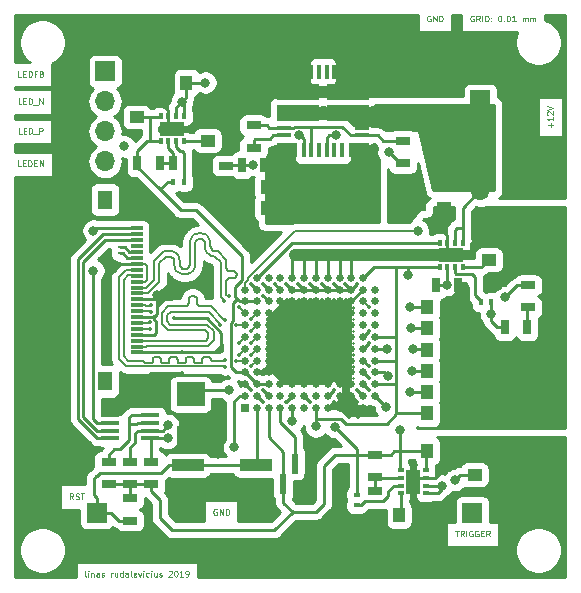
<source format=gtl>
G04 #@! TF.GenerationSoftware,KiCad,Pcbnew,(5.1.4)-1*
G04 #@! TF.CreationDate,2019-08-25T20:49:14+02:00*
G04 #@! TF.ProjectId,ToF_camera_VGA,546f465f-6361-46d6-9572-615f5647412e,rev?*
G04 #@! TF.SameCoordinates,Original*
G04 #@! TF.FileFunction,Copper,L1,Top*
G04 #@! TF.FilePolarity,Positive*
%FSLAX46Y46*%
G04 Gerber Fmt 4.6, Leading zero omitted, Abs format (unit mm)*
G04 Created by KiCad (PCBNEW (5.1.4)-1) date 2019-08-25 20:49:14*
%MOMM*%
%LPD*%
G04 APERTURE LIST*
%ADD10C,0.125000*%
%ADD11R,1.600000X0.300000*%
%ADD12R,0.700000X1.300000*%
%ADD13R,2.400000X2.000000*%
%ADD14R,3.000000X1.600000*%
%ADD15R,2.500000X2.500000*%
%ADD16R,1.000000X1.250000*%
%ADD17R,1.800000X1.300000*%
%ADD18R,0.450000X1.300000*%
%ADD19R,1.300000X0.450000*%
%ADD20R,3.600000X1.400000*%
%ADD21R,1.250000X1.000000*%
%ADD22R,1.700000X1.700000*%
%ADD23O,1.700000X1.700000*%
%ADD24R,1.300000X0.700000*%
%ADD25R,0.430000X0.280000*%
%ADD26R,1.300000X1.650000*%
%ADD27R,1.000000X0.300000*%
%ADD28C,0.650000*%
%ADD29R,0.800000X0.800000*%
%ADD30R,0.600000X0.400000*%
%ADD31R,0.400000X0.600000*%
%ADD32R,0.600000X1.750000*%
%ADD33R,1.200000X2.000000*%
%ADD34R,0.510000X0.410000*%
%ADD35R,0.410000X0.510000*%
%ADD36R,2.000000X1.200000*%
%ADD37R,2.750000X1.000000*%
%ADD38C,0.800000*%
%ADD39C,0.350000*%
%ADD40C,0.100000*%
%ADD41C,0.250000*%
%ADD42C,1.000000*%
%ADD43C,0.200000*%
%ADD44C,0.254000*%
G04 APERTURE END LIST*
D10*
X97702380Y-129226190D02*
X97654761Y-129202380D01*
X97630952Y-129154761D01*
X97630952Y-128726190D01*
X97892857Y-129226190D02*
X97892857Y-128892857D01*
X97892857Y-128726190D02*
X97869047Y-128750000D01*
X97892857Y-128773809D01*
X97916666Y-128750000D01*
X97892857Y-128726190D01*
X97892857Y-128773809D01*
X98130952Y-128892857D02*
X98130952Y-129226190D01*
X98130952Y-128940476D02*
X98154761Y-128916666D01*
X98202380Y-128892857D01*
X98273809Y-128892857D01*
X98321428Y-128916666D01*
X98345238Y-128964285D01*
X98345238Y-129226190D01*
X98797619Y-129226190D02*
X98797619Y-128964285D01*
X98773809Y-128916666D01*
X98726190Y-128892857D01*
X98630952Y-128892857D01*
X98583333Y-128916666D01*
X98797619Y-129202380D02*
X98750000Y-129226190D01*
X98630952Y-129226190D01*
X98583333Y-129202380D01*
X98559523Y-129154761D01*
X98559523Y-129107142D01*
X98583333Y-129059523D01*
X98630952Y-129035714D01*
X98750000Y-129035714D01*
X98797619Y-129011904D01*
X99011904Y-129202380D02*
X99059523Y-129226190D01*
X99154761Y-129226190D01*
X99202380Y-129202380D01*
X99226190Y-129154761D01*
X99226190Y-129130952D01*
X99202380Y-129083333D01*
X99154761Y-129059523D01*
X99083333Y-129059523D01*
X99035714Y-129035714D01*
X99011904Y-128988095D01*
X99011904Y-128964285D01*
X99035714Y-128916666D01*
X99083333Y-128892857D01*
X99154761Y-128892857D01*
X99202380Y-128916666D01*
X99821428Y-129226190D02*
X99821428Y-128892857D01*
X99821428Y-128988095D02*
X99845238Y-128940476D01*
X99869047Y-128916666D01*
X99916666Y-128892857D01*
X99964285Y-128892857D01*
X100345238Y-128892857D02*
X100345238Y-129226190D01*
X100130952Y-128892857D02*
X100130952Y-129154761D01*
X100154761Y-129202380D01*
X100202380Y-129226190D01*
X100273809Y-129226190D01*
X100321428Y-129202380D01*
X100345238Y-129178571D01*
X100797619Y-129226190D02*
X100797619Y-128726190D01*
X100797619Y-129202380D02*
X100750000Y-129226190D01*
X100654761Y-129226190D01*
X100607142Y-129202380D01*
X100583333Y-129178571D01*
X100559523Y-129130952D01*
X100559523Y-128988095D01*
X100583333Y-128940476D01*
X100607142Y-128916666D01*
X100654761Y-128892857D01*
X100750000Y-128892857D01*
X100797619Y-128916666D01*
X101250000Y-129226190D02*
X101250000Y-128964285D01*
X101226190Y-128916666D01*
X101178571Y-128892857D01*
X101083333Y-128892857D01*
X101035714Y-128916666D01*
X101250000Y-129202380D02*
X101202380Y-129226190D01*
X101083333Y-129226190D01*
X101035714Y-129202380D01*
X101011904Y-129154761D01*
X101011904Y-129107142D01*
X101035714Y-129059523D01*
X101083333Y-129035714D01*
X101202380Y-129035714D01*
X101250000Y-129011904D01*
X101559523Y-129226190D02*
X101511904Y-129202380D01*
X101488095Y-129154761D01*
X101488095Y-128726190D01*
X101940476Y-129202380D02*
X101892857Y-129226190D01*
X101797619Y-129226190D01*
X101750000Y-129202380D01*
X101726190Y-129154761D01*
X101726190Y-128964285D01*
X101750000Y-128916666D01*
X101797619Y-128892857D01*
X101892857Y-128892857D01*
X101940476Y-128916666D01*
X101964285Y-128964285D01*
X101964285Y-129011904D01*
X101726190Y-129059523D01*
X102130952Y-128892857D02*
X102250000Y-129226190D01*
X102369047Y-128892857D01*
X102559523Y-129226190D02*
X102559523Y-128892857D01*
X102559523Y-128726190D02*
X102535714Y-128750000D01*
X102559523Y-128773809D01*
X102583333Y-128750000D01*
X102559523Y-128726190D01*
X102559523Y-128773809D01*
X103011904Y-129202380D02*
X102964285Y-129226190D01*
X102869047Y-129226190D01*
X102821428Y-129202380D01*
X102797619Y-129178571D01*
X102773809Y-129130952D01*
X102773809Y-128988095D01*
X102797619Y-128940476D01*
X102821428Y-128916666D01*
X102869047Y-128892857D01*
X102964285Y-128892857D01*
X103011904Y-128916666D01*
X103226190Y-129226190D02*
X103226190Y-128892857D01*
X103226190Y-128726190D02*
X103202380Y-128750000D01*
X103226190Y-128773809D01*
X103250000Y-128750000D01*
X103226190Y-128726190D01*
X103226190Y-128773809D01*
X103678571Y-128892857D02*
X103678571Y-129226190D01*
X103464285Y-128892857D02*
X103464285Y-129154761D01*
X103488095Y-129202380D01*
X103535714Y-129226190D01*
X103607142Y-129226190D01*
X103654761Y-129202380D01*
X103678571Y-129178571D01*
X103892857Y-129202380D02*
X103940476Y-129226190D01*
X104035714Y-129226190D01*
X104083333Y-129202380D01*
X104107142Y-129154761D01*
X104107142Y-129130952D01*
X104083333Y-129083333D01*
X104035714Y-129059523D01*
X103964285Y-129059523D01*
X103916666Y-129035714D01*
X103892857Y-128988095D01*
X103892857Y-128964285D01*
X103916666Y-128916666D01*
X103964285Y-128892857D01*
X104035714Y-128892857D01*
X104083333Y-128916666D01*
X104678571Y-128773809D02*
X104702380Y-128750000D01*
X104750000Y-128726190D01*
X104869047Y-128726190D01*
X104916666Y-128750000D01*
X104940476Y-128773809D01*
X104964285Y-128821428D01*
X104964285Y-128869047D01*
X104940476Y-128940476D01*
X104654761Y-129226190D01*
X104964285Y-129226190D01*
X105273809Y-128726190D02*
X105321428Y-128726190D01*
X105369047Y-128750000D01*
X105392857Y-128773809D01*
X105416666Y-128821428D01*
X105440476Y-128916666D01*
X105440476Y-129035714D01*
X105416666Y-129130952D01*
X105392857Y-129178571D01*
X105369047Y-129202380D01*
X105321428Y-129226190D01*
X105273809Y-129226190D01*
X105226190Y-129202380D01*
X105202380Y-129178571D01*
X105178571Y-129130952D01*
X105154761Y-129035714D01*
X105154761Y-128916666D01*
X105178571Y-128821428D01*
X105202380Y-128773809D01*
X105226190Y-128750000D01*
X105273809Y-128726190D01*
X105916666Y-129226190D02*
X105630952Y-129226190D01*
X105773809Y-129226190D02*
X105773809Y-128726190D01*
X105726190Y-128797619D01*
X105678571Y-128845238D01*
X105630952Y-128869047D01*
X106154761Y-129226190D02*
X106250000Y-129226190D01*
X106297619Y-129202380D01*
X106321428Y-129178571D01*
X106369047Y-129107142D01*
X106392857Y-129011904D01*
X106392857Y-128821428D01*
X106369047Y-128773809D01*
X106345238Y-128750000D01*
X106297619Y-128726190D01*
X106202380Y-128726190D01*
X106154761Y-128750000D01*
X106130952Y-128773809D01*
X106107142Y-128821428D01*
X106107142Y-128940476D01*
X106130952Y-128988095D01*
X106154761Y-129011904D01*
X106202380Y-129035714D01*
X106297619Y-129035714D01*
X106345238Y-129011904D01*
X106369047Y-128988095D01*
X106392857Y-128940476D01*
X92190476Y-94486190D02*
X91952380Y-94486190D01*
X91952380Y-93986190D01*
X92357142Y-94224285D02*
X92523809Y-94224285D01*
X92595238Y-94486190D02*
X92357142Y-94486190D01*
X92357142Y-93986190D01*
X92595238Y-93986190D01*
X92809523Y-94486190D02*
X92809523Y-93986190D01*
X92928571Y-93986190D01*
X93000000Y-94010000D01*
X93047619Y-94057619D01*
X93071428Y-94105238D01*
X93095238Y-94200476D01*
X93095238Y-94271904D01*
X93071428Y-94367142D01*
X93047619Y-94414761D01*
X93000000Y-94462380D01*
X92928571Y-94486190D01*
X92809523Y-94486190D01*
X93309523Y-94224285D02*
X93476190Y-94224285D01*
X93547619Y-94486190D02*
X93309523Y-94486190D01*
X93309523Y-93986190D01*
X93547619Y-93986190D01*
X93761904Y-94486190D02*
X93761904Y-93986190D01*
X94047619Y-94486190D01*
X94047619Y-93986190D01*
X92238095Y-91726190D02*
X92000000Y-91726190D01*
X92000000Y-91226190D01*
X92404761Y-91464285D02*
X92571428Y-91464285D01*
X92642857Y-91726190D02*
X92404761Y-91726190D01*
X92404761Y-91226190D01*
X92642857Y-91226190D01*
X92857142Y-91726190D02*
X92857142Y-91226190D01*
X92976190Y-91226190D01*
X93047619Y-91250000D01*
X93095238Y-91297619D01*
X93119047Y-91345238D01*
X93142857Y-91440476D01*
X93142857Y-91511904D01*
X93119047Y-91607142D01*
X93095238Y-91654761D01*
X93047619Y-91702380D01*
X92976190Y-91726190D01*
X92857142Y-91726190D01*
X93238095Y-91773809D02*
X93619047Y-91773809D01*
X93738095Y-91726190D02*
X93738095Y-91226190D01*
X93928571Y-91226190D01*
X93976190Y-91250000D01*
X94000000Y-91273809D01*
X94023809Y-91321428D01*
X94023809Y-91392857D01*
X94000000Y-91440476D01*
X93976190Y-91464285D01*
X93928571Y-91488095D01*
X93738095Y-91488095D01*
X92226190Y-89226190D02*
X91988095Y-89226190D01*
X91988095Y-88726190D01*
X92392857Y-88964285D02*
X92559523Y-88964285D01*
X92630952Y-89226190D02*
X92392857Y-89226190D01*
X92392857Y-88726190D01*
X92630952Y-88726190D01*
X92845238Y-89226190D02*
X92845238Y-88726190D01*
X92964285Y-88726190D01*
X93035714Y-88750000D01*
X93083333Y-88797619D01*
X93107142Y-88845238D01*
X93130952Y-88940476D01*
X93130952Y-89011904D01*
X93107142Y-89107142D01*
X93083333Y-89154761D01*
X93035714Y-89202380D01*
X92964285Y-89226190D01*
X92845238Y-89226190D01*
X93226190Y-89273809D02*
X93607142Y-89273809D01*
X93726190Y-89226190D02*
X93726190Y-88726190D01*
X94011904Y-89226190D01*
X94011904Y-88726190D01*
X92214285Y-86916190D02*
X91976190Y-86916190D01*
X91976190Y-86416190D01*
X92380952Y-86654285D02*
X92547619Y-86654285D01*
X92619047Y-86916190D02*
X92380952Y-86916190D01*
X92380952Y-86416190D01*
X92619047Y-86416190D01*
X92833333Y-86916190D02*
X92833333Y-86416190D01*
X92952380Y-86416190D01*
X93023809Y-86440000D01*
X93071428Y-86487619D01*
X93095238Y-86535238D01*
X93119047Y-86630476D01*
X93119047Y-86701904D01*
X93095238Y-86797142D01*
X93071428Y-86844761D01*
X93023809Y-86892380D01*
X92952380Y-86916190D01*
X92833333Y-86916190D01*
X93500000Y-86654285D02*
X93333333Y-86654285D01*
X93333333Y-86916190D02*
X93333333Y-86416190D01*
X93571428Y-86416190D01*
X93928571Y-86654285D02*
X94000000Y-86678095D01*
X94023809Y-86701904D01*
X94047619Y-86749523D01*
X94047619Y-86820952D01*
X94023809Y-86868571D01*
X94000000Y-86892380D01*
X93952380Y-86916190D01*
X93761904Y-86916190D01*
X93761904Y-86416190D01*
X93928571Y-86416190D01*
X93976190Y-86440000D01*
X94000000Y-86463809D01*
X94023809Y-86511428D01*
X94023809Y-86559047D01*
X94000000Y-86606666D01*
X93976190Y-86630476D01*
X93928571Y-86654285D01*
X93761904Y-86654285D01*
X128951904Y-125326190D02*
X129237619Y-125326190D01*
X129094761Y-125826190D02*
X129094761Y-125326190D01*
X129690000Y-125826190D02*
X129523333Y-125588095D01*
X129404285Y-125826190D02*
X129404285Y-125326190D01*
X129594761Y-125326190D01*
X129642380Y-125350000D01*
X129666190Y-125373809D01*
X129690000Y-125421428D01*
X129690000Y-125492857D01*
X129666190Y-125540476D01*
X129642380Y-125564285D01*
X129594761Y-125588095D01*
X129404285Y-125588095D01*
X129904285Y-125826190D02*
X129904285Y-125326190D01*
X130404285Y-125350000D02*
X130356666Y-125326190D01*
X130285238Y-125326190D01*
X130213809Y-125350000D01*
X130166190Y-125397619D01*
X130142380Y-125445238D01*
X130118571Y-125540476D01*
X130118571Y-125611904D01*
X130142380Y-125707142D01*
X130166190Y-125754761D01*
X130213809Y-125802380D01*
X130285238Y-125826190D01*
X130332857Y-125826190D01*
X130404285Y-125802380D01*
X130428095Y-125778571D01*
X130428095Y-125611904D01*
X130332857Y-125611904D01*
X130904285Y-125350000D02*
X130856666Y-125326190D01*
X130785238Y-125326190D01*
X130713809Y-125350000D01*
X130666190Y-125397619D01*
X130642380Y-125445238D01*
X130618571Y-125540476D01*
X130618571Y-125611904D01*
X130642380Y-125707142D01*
X130666190Y-125754761D01*
X130713809Y-125802380D01*
X130785238Y-125826190D01*
X130832857Y-125826190D01*
X130904285Y-125802380D01*
X130928095Y-125778571D01*
X130928095Y-125611904D01*
X130832857Y-125611904D01*
X131142380Y-125564285D02*
X131309047Y-125564285D01*
X131380476Y-125826190D02*
X131142380Y-125826190D01*
X131142380Y-125326190D01*
X131380476Y-125326190D01*
X131880476Y-125826190D02*
X131713809Y-125588095D01*
X131594761Y-125826190D02*
X131594761Y-125326190D01*
X131785238Y-125326190D01*
X131832857Y-125350000D01*
X131856666Y-125373809D01*
X131880476Y-125421428D01*
X131880476Y-125492857D01*
X131856666Y-125540476D01*
X131832857Y-125564285D01*
X131785238Y-125588095D01*
X131594761Y-125588095D01*
X96626190Y-122666190D02*
X96459523Y-122428095D01*
X96340476Y-122666190D02*
X96340476Y-122166190D01*
X96530952Y-122166190D01*
X96578571Y-122190000D01*
X96602380Y-122213809D01*
X96626190Y-122261428D01*
X96626190Y-122332857D01*
X96602380Y-122380476D01*
X96578571Y-122404285D01*
X96530952Y-122428095D01*
X96340476Y-122428095D01*
X96816666Y-122642380D02*
X96888095Y-122666190D01*
X97007142Y-122666190D01*
X97054761Y-122642380D01*
X97078571Y-122618571D01*
X97102380Y-122570952D01*
X97102380Y-122523333D01*
X97078571Y-122475714D01*
X97054761Y-122451904D01*
X97007142Y-122428095D01*
X96911904Y-122404285D01*
X96864285Y-122380476D01*
X96840476Y-122356666D01*
X96816666Y-122309047D01*
X96816666Y-122261428D01*
X96840476Y-122213809D01*
X96864285Y-122190000D01*
X96911904Y-122166190D01*
X97030952Y-122166190D01*
X97102380Y-122190000D01*
X97245238Y-122166190D02*
X97530952Y-122166190D01*
X97388095Y-122666190D02*
X97388095Y-122166190D01*
X126849047Y-81750000D02*
X126801428Y-81726190D01*
X126730000Y-81726190D01*
X126658571Y-81750000D01*
X126610952Y-81797619D01*
X126587142Y-81845238D01*
X126563333Y-81940476D01*
X126563333Y-82011904D01*
X126587142Y-82107142D01*
X126610952Y-82154761D01*
X126658571Y-82202380D01*
X126730000Y-82226190D01*
X126777619Y-82226190D01*
X126849047Y-82202380D01*
X126872857Y-82178571D01*
X126872857Y-82011904D01*
X126777619Y-82011904D01*
X127087142Y-82226190D02*
X127087142Y-81726190D01*
X127372857Y-82226190D01*
X127372857Y-81726190D01*
X127610952Y-82226190D02*
X127610952Y-81726190D01*
X127730000Y-81726190D01*
X127801428Y-81750000D01*
X127849047Y-81797619D01*
X127872857Y-81845238D01*
X127896666Y-81940476D01*
X127896666Y-82011904D01*
X127872857Y-82107142D01*
X127849047Y-82154761D01*
X127801428Y-82202380D01*
X127730000Y-82226190D01*
X127610952Y-82226190D01*
X137035714Y-91200952D02*
X137035714Y-90820000D01*
X137226190Y-91010476D02*
X136845238Y-91010476D01*
X137226190Y-90320000D02*
X137226190Y-90605714D01*
X137226190Y-90462857D02*
X136726190Y-90462857D01*
X136797619Y-90510476D01*
X136845238Y-90558095D01*
X136869047Y-90605714D01*
X136773809Y-90129523D02*
X136750000Y-90105714D01*
X136726190Y-90058095D01*
X136726190Y-89939047D01*
X136750000Y-89891428D01*
X136773809Y-89867619D01*
X136821428Y-89843809D01*
X136869047Y-89843809D01*
X136940476Y-89867619D01*
X137226190Y-90153333D01*
X137226190Y-89843809D01*
X136726190Y-89700952D02*
X137226190Y-89534285D01*
X136726190Y-89367619D01*
X108759047Y-123530000D02*
X108711428Y-123506190D01*
X108640000Y-123506190D01*
X108568571Y-123530000D01*
X108520952Y-123577619D01*
X108497142Y-123625238D01*
X108473333Y-123720476D01*
X108473333Y-123791904D01*
X108497142Y-123887142D01*
X108520952Y-123934761D01*
X108568571Y-123982380D01*
X108640000Y-124006190D01*
X108687619Y-124006190D01*
X108759047Y-123982380D01*
X108782857Y-123958571D01*
X108782857Y-123791904D01*
X108687619Y-123791904D01*
X108997142Y-124006190D02*
X108997142Y-123506190D01*
X109282857Y-124006190D01*
X109282857Y-123506190D01*
X109520952Y-124006190D02*
X109520952Y-123506190D01*
X109640000Y-123506190D01*
X109711428Y-123530000D01*
X109759047Y-123577619D01*
X109782857Y-123625238D01*
X109806666Y-123720476D01*
X109806666Y-123791904D01*
X109782857Y-123887142D01*
X109759047Y-123934761D01*
X109711428Y-123982380D01*
X109640000Y-124006190D01*
X109520952Y-124006190D01*
X130511904Y-81750000D02*
X130464285Y-81726190D01*
X130392857Y-81726190D01*
X130321428Y-81750000D01*
X130273809Y-81797619D01*
X130250000Y-81845238D01*
X130226190Y-81940476D01*
X130226190Y-82011904D01*
X130250000Y-82107142D01*
X130273809Y-82154761D01*
X130321428Y-82202380D01*
X130392857Y-82226190D01*
X130440476Y-82226190D01*
X130511904Y-82202380D01*
X130535714Y-82178571D01*
X130535714Y-82011904D01*
X130440476Y-82011904D01*
X131035714Y-82226190D02*
X130869047Y-81988095D01*
X130750000Y-82226190D02*
X130750000Y-81726190D01*
X130940476Y-81726190D01*
X130988095Y-81750000D01*
X131011904Y-81773809D01*
X131035714Y-81821428D01*
X131035714Y-81892857D01*
X131011904Y-81940476D01*
X130988095Y-81964285D01*
X130940476Y-81988095D01*
X130750000Y-81988095D01*
X131250000Y-82226190D02*
X131250000Y-81726190D01*
X131488095Y-82226190D02*
X131488095Y-81726190D01*
X131607142Y-81726190D01*
X131678571Y-81750000D01*
X131726190Y-81797619D01*
X131750000Y-81845238D01*
X131773809Y-81940476D01*
X131773809Y-82011904D01*
X131750000Y-82107142D01*
X131726190Y-82154761D01*
X131678571Y-82202380D01*
X131607142Y-82226190D01*
X131488095Y-82226190D01*
X131988095Y-82178571D02*
X132011904Y-82202380D01*
X131988095Y-82226190D01*
X131964285Y-82202380D01*
X131988095Y-82178571D01*
X131988095Y-82226190D01*
X131988095Y-81916666D02*
X132011904Y-81940476D01*
X131988095Y-81964285D01*
X131964285Y-81940476D01*
X131988095Y-81916666D01*
X131988095Y-81964285D01*
X132702380Y-81726190D02*
X132750000Y-81726190D01*
X132797619Y-81750000D01*
X132821428Y-81773809D01*
X132845238Y-81821428D01*
X132869047Y-81916666D01*
X132869047Y-82035714D01*
X132845238Y-82130952D01*
X132821428Y-82178571D01*
X132797619Y-82202380D01*
X132750000Y-82226190D01*
X132702380Y-82226190D01*
X132654761Y-82202380D01*
X132630952Y-82178571D01*
X132607142Y-82130952D01*
X132583333Y-82035714D01*
X132583333Y-81916666D01*
X132607142Y-81821428D01*
X132630952Y-81773809D01*
X132654761Y-81750000D01*
X132702380Y-81726190D01*
X133083333Y-82178571D02*
X133107142Y-82202380D01*
X133083333Y-82226190D01*
X133059523Y-82202380D01*
X133083333Y-82178571D01*
X133083333Y-82226190D01*
X133416666Y-81726190D02*
X133464285Y-81726190D01*
X133511904Y-81750000D01*
X133535714Y-81773809D01*
X133559523Y-81821428D01*
X133583333Y-81916666D01*
X133583333Y-82035714D01*
X133559523Y-82130952D01*
X133535714Y-82178571D01*
X133511904Y-82202380D01*
X133464285Y-82226190D01*
X133416666Y-82226190D01*
X133369047Y-82202380D01*
X133345238Y-82178571D01*
X133321428Y-82130952D01*
X133297619Y-82035714D01*
X133297619Y-81916666D01*
X133321428Y-81821428D01*
X133345238Y-81773809D01*
X133369047Y-81750000D01*
X133416666Y-81726190D01*
X134059523Y-82226190D02*
X133773809Y-82226190D01*
X133916666Y-82226190D02*
X133916666Y-81726190D01*
X133869047Y-81797619D01*
X133821428Y-81845238D01*
X133773809Y-81869047D01*
X134654761Y-82226190D02*
X134654761Y-81892857D01*
X134654761Y-81940476D02*
X134678571Y-81916666D01*
X134726190Y-81892857D01*
X134797619Y-81892857D01*
X134845238Y-81916666D01*
X134869047Y-81964285D01*
X134869047Y-82226190D01*
X134869047Y-81964285D02*
X134892857Y-81916666D01*
X134940476Y-81892857D01*
X135011904Y-81892857D01*
X135059523Y-81916666D01*
X135083333Y-81964285D01*
X135083333Y-82226190D01*
X135321428Y-82226190D02*
X135321428Y-81892857D01*
X135321428Y-81940476D02*
X135345238Y-81916666D01*
X135392857Y-81892857D01*
X135464285Y-81892857D01*
X135511904Y-81916666D01*
X135535714Y-81964285D01*
X135535714Y-82226190D01*
X135535714Y-81964285D02*
X135559523Y-81916666D01*
X135607142Y-81892857D01*
X135678571Y-81892857D01*
X135726190Y-81916666D01*
X135750000Y-81964285D01*
X135750000Y-82226190D01*
D11*
X99710000Y-115560000D03*
X99710000Y-116210000D03*
X99710000Y-116860000D03*
X99710000Y-117510000D03*
X103110000Y-117510000D03*
X103110000Y-116860000D03*
X103110000Y-116210000D03*
X103110000Y-115560000D03*
D12*
X129230000Y-104570000D03*
X127330000Y-104570000D03*
X133160000Y-108100000D03*
X135060000Y-108100000D03*
D13*
X106550000Y-117500000D03*
X106550000Y-113800000D03*
D14*
X120600000Y-97500000D03*
X125000000Y-97500000D03*
D15*
X135750000Y-99250000D03*
X135750000Y-95750000D03*
D16*
X106200000Y-87400000D03*
X104200000Y-87400000D03*
D17*
X114700000Y-93100000D03*
D18*
X116125000Y-93100000D03*
X116775000Y-93100000D03*
X117425000Y-93100000D03*
X118075000Y-93100000D03*
X118725000Y-93100000D03*
X119375000Y-93100000D03*
D17*
X120800000Y-93100000D03*
D19*
X121050000Y-91875000D03*
X121050000Y-91225000D03*
D20*
X119900000Y-89950000D03*
X119900000Y-88200000D03*
D17*
X120800000Y-86500000D03*
D18*
X119375000Y-86500000D03*
X118725000Y-86500000D03*
X118075000Y-86500000D03*
X117425000Y-86500000D03*
X116775000Y-86500000D03*
X116125000Y-86500000D03*
D17*
X114700000Y-86500000D03*
D20*
X115600000Y-88200000D03*
X115600000Y-89950000D03*
D19*
X114450000Y-91225000D03*
X114450000Y-91875000D03*
D21*
X130600000Y-120600000D03*
X130600000Y-118600000D03*
D22*
X123460000Y-86000000D03*
D23*
X126000000Y-86000000D03*
X128540000Y-86000000D03*
X131080000Y-86000000D03*
D22*
X131080000Y-88900000D03*
D23*
X131080000Y-91440000D03*
X131080000Y-93980000D03*
X131080000Y-96520000D03*
D24*
X101400000Y-124500000D03*
X101400000Y-122600000D03*
D22*
X98600000Y-123800000D03*
X99310000Y-86450000D03*
D23*
X99310000Y-88990000D03*
X99310000Y-91530000D03*
X99310000Y-94070000D03*
D22*
X130400000Y-123800000D03*
D25*
X100600000Y-101860000D03*
X100600000Y-101340000D03*
D26*
X99300000Y-112700000D03*
X99300000Y-97300000D03*
D27*
X102000000Y-110250000D03*
X102000000Y-109750000D03*
X102000000Y-109250000D03*
X102000000Y-108750000D03*
X102000000Y-108250000D03*
X102000000Y-107750000D03*
X102000000Y-107250000D03*
X102000000Y-106750000D03*
X102000000Y-106250000D03*
X102000000Y-105750000D03*
X102000000Y-105250000D03*
X102000000Y-104750000D03*
X102000000Y-104250000D03*
X102000000Y-103750000D03*
X102000000Y-103250000D03*
X102000000Y-102750000D03*
X102000000Y-102250000D03*
X102000000Y-101750000D03*
X102000000Y-101250000D03*
X102000000Y-100750000D03*
X102000000Y-100250000D03*
X102000000Y-99750000D03*
D28*
X122160000Y-104930000D03*
X122160000Y-105930000D03*
X122160000Y-106930000D03*
X122160000Y-107930000D03*
X122160000Y-108930000D03*
X122160000Y-109930000D03*
X122160000Y-110930000D03*
X122160000Y-111930000D03*
X122160000Y-112930000D03*
X122160000Y-113930000D03*
X121160000Y-103930000D03*
X121160000Y-104930000D03*
X121160000Y-105930000D03*
X121160000Y-106930000D03*
X121160000Y-107930000D03*
X121160000Y-108930000D03*
X121160000Y-109930000D03*
X121160000Y-110930000D03*
X121160000Y-111930000D03*
X121160000Y-112930000D03*
X121160000Y-113930000D03*
X121160000Y-114930000D03*
X120160000Y-103930000D03*
X120160000Y-104930000D03*
X120160000Y-105930000D03*
X120160000Y-106930000D03*
X120160000Y-107930000D03*
X120160000Y-108930000D03*
X120160000Y-109930000D03*
X120160000Y-110930000D03*
X120160000Y-111930000D03*
X120160000Y-112930000D03*
X120160000Y-113930000D03*
X120160000Y-114930000D03*
X119160000Y-103930000D03*
X119160000Y-104930000D03*
X119160000Y-105930000D03*
X119160000Y-106930000D03*
X119160000Y-107930000D03*
X119160000Y-108930000D03*
X119160000Y-109930000D03*
X119160000Y-110930000D03*
X119160000Y-111930000D03*
X119160000Y-112930000D03*
X119160000Y-113930000D03*
X119160000Y-114930000D03*
X118160000Y-103930000D03*
X118160000Y-104930000D03*
X118160000Y-105930000D03*
X118160000Y-106930000D03*
X118160000Y-107930000D03*
X118160000Y-108930000D03*
X118160000Y-109930000D03*
X118160000Y-110930000D03*
X118160000Y-111930000D03*
X118160000Y-112930000D03*
X118160000Y-113930000D03*
X118160000Y-114930000D03*
X117160000Y-103930000D03*
X117160000Y-104930000D03*
X117160000Y-105930000D03*
X117160000Y-106930000D03*
X117160000Y-107930000D03*
X117160000Y-108930000D03*
X117160000Y-109930000D03*
X117160000Y-110930000D03*
X117160000Y-111930000D03*
X117160000Y-112930000D03*
X117160000Y-113930000D03*
X117160000Y-114930000D03*
X116160000Y-103930000D03*
X116160000Y-104930000D03*
X116160000Y-105930000D03*
X116160000Y-106930000D03*
X116160000Y-107930000D03*
X116160000Y-108930000D03*
X116160000Y-109930000D03*
X116160000Y-110930000D03*
X116160000Y-111930000D03*
X116160000Y-112930000D03*
X116160000Y-113930000D03*
X116160000Y-114930000D03*
X115160000Y-103930000D03*
X115160000Y-104930000D03*
X115160000Y-105930000D03*
X115160000Y-106930000D03*
X115160000Y-107930000D03*
X115160000Y-108930000D03*
X115160000Y-109930000D03*
X115160000Y-110930000D03*
X115160000Y-111930000D03*
X115160000Y-112930000D03*
X115160000Y-113930000D03*
X115160000Y-114930000D03*
X114160000Y-103930000D03*
X114160000Y-104930000D03*
X114160000Y-105930000D03*
X114160000Y-106930000D03*
X114160000Y-107930000D03*
X114160000Y-108930000D03*
X114160000Y-109930000D03*
X114160000Y-110930000D03*
X114160000Y-111930000D03*
X114160000Y-112930000D03*
X114160000Y-113930000D03*
X114160000Y-114930000D03*
X113160000Y-103930000D03*
X113160000Y-104930000D03*
X113160000Y-105930000D03*
X113160000Y-106930000D03*
X113160000Y-107930000D03*
X113160000Y-108930000D03*
X113160000Y-109930000D03*
X113160000Y-110930000D03*
X113160000Y-111930000D03*
X113160000Y-112930000D03*
X113160000Y-113930000D03*
X113160000Y-114930000D03*
X112160000Y-103930000D03*
X112160000Y-104930000D03*
X112160000Y-105930000D03*
X112160000Y-106930000D03*
X112160000Y-107930000D03*
X112160000Y-108930000D03*
X112160000Y-109930000D03*
X112160000Y-110930000D03*
X112160000Y-111930000D03*
X112160000Y-112930000D03*
X112160000Y-113930000D03*
X112160000Y-114930000D03*
X111160000Y-104930000D03*
X111160000Y-105930000D03*
X111160000Y-106930000D03*
X111160000Y-107930000D03*
X111160000Y-108930000D03*
X111160000Y-109930000D03*
X111160000Y-110930000D03*
X111160000Y-111930000D03*
X111160000Y-112930000D03*
X111160000Y-113930000D03*
D29*
X111160000Y-114930000D03*
D30*
X120600000Y-123200000D03*
X120600000Y-122300000D03*
D31*
X106000000Y-95800000D03*
X105100000Y-95800000D03*
X131100000Y-106000000D03*
X132000000Y-106000000D03*
D24*
X99600000Y-121400000D03*
X99600000Y-119500000D03*
D32*
X115400000Y-119650000D03*
X116400000Y-121400000D03*
X114400000Y-121400000D03*
D33*
X125400000Y-121200000D03*
D34*
X124350000Y-122175000D03*
X124350000Y-121525000D03*
X124350000Y-120875000D03*
X124350000Y-120225000D03*
X126450000Y-120225000D03*
X126450000Y-120875000D03*
X126450000Y-121525000D03*
X126450000Y-122175000D03*
D35*
X105965000Y-90260000D03*
X105315000Y-90260000D03*
X104665000Y-90260000D03*
X104015000Y-90260000D03*
X104015000Y-92360000D03*
X104665000Y-92360000D03*
X105315000Y-92360000D03*
X105965000Y-92360000D03*
D36*
X104990000Y-91310000D03*
D35*
X129575000Y-100950000D03*
X128925000Y-100950000D03*
X128275000Y-100950000D03*
X127625000Y-100950000D03*
X127625000Y-103050000D03*
X128275000Y-103050000D03*
X128925000Y-103050000D03*
X129575000Y-103050000D03*
D36*
X128600000Y-102000000D03*
D37*
X112080000Y-119800000D03*
X106320000Y-119800000D03*
X106320000Y-123800000D03*
X112080000Y-123800000D03*
D24*
X111880000Y-91000000D03*
X111880000Y-92900000D03*
X124500000Y-94220000D03*
X124500000Y-92320000D03*
X122200000Y-118900000D03*
X122200000Y-120800000D03*
X109550000Y-94420000D03*
X109550000Y-96320000D03*
D12*
X110900000Y-94400000D03*
X112800000Y-94400000D03*
D24*
X122200000Y-122000000D03*
X122200000Y-123900000D03*
D12*
X103940000Y-94230000D03*
X102040000Y-94230000D03*
X106990000Y-94230000D03*
X105090000Y-94230000D03*
D24*
X135120000Y-104540000D03*
X135120000Y-106440000D03*
X101400000Y-121400000D03*
X101400000Y-119500000D03*
X103200000Y-121400000D03*
X103200000Y-119500000D03*
D21*
X125800000Y-90000000D03*
X125800000Y-88000000D03*
X124000000Y-90000000D03*
X124000000Y-88000000D03*
D16*
X128600000Y-118600000D03*
X126600000Y-118600000D03*
X111000000Y-96200000D03*
X113000000Y-96200000D03*
X126200000Y-124000000D03*
X124200000Y-124000000D03*
X113000000Y-98000000D03*
X111000000Y-98000000D03*
D21*
X101990000Y-90310000D03*
X101990000Y-88310000D03*
X107990000Y-92310000D03*
X107990000Y-90310000D03*
D16*
X126600000Y-115400000D03*
X128600000Y-115400000D03*
X126600000Y-111800000D03*
X128600000Y-111800000D03*
X126600000Y-106400000D03*
X128600000Y-106400000D03*
X126600000Y-110000000D03*
X128600000Y-110000000D03*
X126600000Y-113600000D03*
X128600000Y-113600000D03*
D21*
X131800000Y-102400000D03*
X131800000Y-100400000D03*
D16*
X126600000Y-108200000D03*
X128600000Y-108200000D03*
D21*
X128000000Y-98000000D03*
X128000000Y-96000000D03*
D38*
X107800000Y-87400000D03*
X105800000Y-89000000D03*
X127850000Y-121520000D03*
X128950000Y-121040000D03*
X130400000Y-115400000D03*
X130400000Y-113600000D03*
X130400000Y-111800000D03*
X130400000Y-110000000D03*
X130400000Y-108200000D03*
X130000000Y-106400000D03*
D39*
X130310000Y-101640000D03*
X130310000Y-102220000D03*
D38*
X123230000Y-112250000D03*
X132600000Y-104600000D03*
D39*
X121660000Y-112430000D03*
X120660000Y-113430000D03*
X118660000Y-113430000D03*
D38*
X110240000Y-118280000D03*
D39*
X121660000Y-109430000D03*
D38*
X125190000Y-108200000D03*
D39*
X121660000Y-113430000D03*
D38*
X125140000Y-113600000D03*
X123170000Y-109930000D03*
X125410000Y-109940000D03*
D39*
X121660000Y-108430000D03*
D38*
X125100000Y-106400000D03*
D39*
X121660000Y-111430000D03*
D38*
X125330000Y-111800000D03*
D39*
X112660000Y-114430000D03*
D38*
X117150000Y-116510000D03*
X132000000Y-106980000D03*
X124950000Y-103710000D03*
D39*
X105790000Y-110250000D03*
X105810000Y-112020000D03*
X105120000Y-107370000D03*
X103490000Y-107250000D03*
X106160000Y-104470000D03*
D38*
X107080000Y-122290000D03*
X110430000Y-122210000D03*
X115730000Y-122700000D03*
X99990000Y-103210000D03*
X103710000Y-105370000D03*
X124600000Y-95980000D03*
D39*
X111660000Y-113430000D03*
X113660000Y-111430000D03*
X114660000Y-111430000D03*
X114660000Y-112430000D03*
X115660000Y-112430000D03*
X116660000Y-112430000D03*
X117660000Y-112430000D03*
X118660000Y-112430000D03*
X119660000Y-112430000D03*
X119660000Y-114430000D03*
X118660000Y-114430000D03*
X120660000Y-114430000D03*
X121980000Y-114930000D03*
X119930000Y-115700000D03*
X120680000Y-115700000D03*
X119660000Y-111430000D03*
X118660000Y-111430000D03*
X117660000Y-111430000D03*
X116660000Y-111430000D03*
X115660000Y-111430000D03*
X115660000Y-110430000D03*
X114660000Y-110430000D03*
X113660000Y-110430000D03*
X113660000Y-109430000D03*
X114660000Y-109430000D03*
X115660000Y-109430000D03*
X116660000Y-109430000D03*
X119660000Y-110430000D03*
X118660000Y-110430000D03*
X117660000Y-110430000D03*
X116660000Y-110430000D03*
X119660000Y-109430000D03*
X118660000Y-109430000D03*
X119660000Y-108430000D03*
X118660000Y-108430000D03*
X117660000Y-109430000D03*
X117660000Y-108430000D03*
X119660000Y-106430000D03*
X118660000Y-106430000D03*
X119660000Y-107430000D03*
X118660000Y-107430000D03*
X117660000Y-106430000D03*
X117660000Y-107430000D03*
X116660000Y-106430000D03*
X116660000Y-107430000D03*
X115660000Y-106430000D03*
X115660000Y-107430000D03*
X116660000Y-108430000D03*
X115660000Y-108430000D03*
X114660000Y-108430000D03*
X113660000Y-108430000D03*
X113660000Y-107430000D03*
X114660000Y-107430000D03*
X114660000Y-106430000D03*
D38*
X108890000Y-118810000D03*
X123100000Y-114870000D03*
X124260000Y-116790000D03*
D39*
X116660000Y-114430000D03*
D38*
X118770000Y-116540000D03*
X125780000Y-99930000D03*
D39*
X121660000Y-106430000D03*
D38*
X128240000Y-104530000D03*
X133170000Y-105560000D03*
X111849998Y-94390000D03*
X115703077Y-91855414D03*
X123320000Y-93300000D03*
X118860000Y-91849998D03*
D39*
X114660000Y-104430000D03*
X115660000Y-104430000D03*
X116660000Y-104430000D03*
X117660000Y-104430000D03*
X118660000Y-104430000D03*
X119660000Y-104430000D03*
X120660000Y-104430000D03*
D38*
X114300000Y-98000000D03*
X115300000Y-98000000D03*
X116200000Y-98000000D03*
X117200000Y-98000000D03*
X118100000Y-98000000D03*
X118700000Y-98800000D03*
X116400000Y-94900000D03*
X118300000Y-94900000D03*
X115400000Y-94900000D03*
X119200000Y-94900000D03*
X117300000Y-94900000D03*
X120200000Y-94900000D03*
D39*
X112660000Y-113430000D03*
D38*
X109790000Y-113420000D03*
D39*
X111660000Y-111430000D03*
X109460000Y-111480000D03*
X110360000Y-110930000D03*
X109460000Y-110880000D03*
X110660000Y-106430000D03*
X109832133Y-105497867D03*
X111660000Y-107430000D03*
X109407867Y-105922133D03*
X111660000Y-110430000D03*
X103075002Y-107700000D03*
X110650000Y-110440000D03*
X103075002Y-108300000D03*
X110390000Y-107930000D03*
X109502133Y-107497867D03*
X111670000Y-108430000D03*
X109077867Y-107922133D03*
X111660000Y-109430000D03*
X103190000Y-106200000D03*
X110630000Y-109460000D03*
X103190000Y-106800000D03*
D38*
X98310000Y-103320000D03*
X98320000Y-99930000D03*
D39*
X111660000Y-104430000D03*
D38*
X100940000Y-92800000D03*
D39*
X113660000Y-104430000D03*
X112660000Y-104430000D03*
X112660000Y-105430000D03*
D38*
X115160000Y-116080000D03*
X104610000Y-117510000D03*
D39*
X114660000Y-114430000D03*
D38*
X104630000Y-116410000D03*
D40*
X121160000Y-106930000D02*
X121160000Y-106976538D01*
D41*
X128925000Y-100950000D02*
X128925000Y-99845000D01*
X129080000Y-99690000D02*
X129575000Y-99690000D01*
X128925000Y-99845000D02*
X129080000Y-99690000D01*
X131080000Y-90237919D02*
X131080000Y-88900000D01*
X131080000Y-91440000D02*
X131080000Y-90237919D01*
X131080000Y-95182081D02*
X131080000Y-96520000D01*
X131080000Y-93980000D02*
X131080000Y-95182081D01*
X129575000Y-98025000D02*
X131080000Y-96520000D01*
X129575000Y-100575000D02*
X129575000Y-98025000D01*
X129575000Y-99690000D02*
X129575000Y-100575000D01*
X129575000Y-100575000D02*
X129575000Y-100950000D01*
X106200000Y-87400000D02*
X107800000Y-87400000D01*
X105315000Y-89485000D02*
X105315000Y-90260000D01*
X105800000Y-89000000D02*
X105315000Y-89485000D01*
X105965000Y-89165000D02*
X105800000Y-89000000D01*
X105965000Y-90260000D02*
X105965000Y-89165000D01*
X106200000Y-88600000D02*
X105800000Y-89000000D01*
X106200000Y-87400000D02*
X106200000Y-88600000D01*
X115600000Y-89950000D02*
X119900000Y-89950000D01*
X121050000Y-91100000D02*
X119900000Y-89950000D01*
X121050000Y-91225000D02*
X121050000Y-91100000D01*
X126450000Y-121525000D02*
X127845000Y-121525000D01*
X127845000Y-121525000D02*
X127850000Y-121520000D01*
X129349999Y-120640001D02*
X128950000Y-121040000D01*
X130600000Y-120600000D02*
X129390000Y-120600000D01*
X129390000Y-120600000D02*
X129349999Y-120640001D01*
X127850000Y-121520000D02*
X127850000Y-121820000D01*
X127495000Y-122175000D02*
X126450000Y-122175000D01*
X127850000Y-121820000D02*
X127495000Y-122175000D01*
X119160000Y-102360000D02*
X118800000Y-102000000D01*
X119160000Y-103930000D02*
X119160000Y-102360000D01*
X120160000Y-102240000D02*
X120400000Y-102000000D01*
X120160000Y-103930000D02*
X120160000Y-102240000D01*
D42*
X128600000Y-102000000D02*
X120400000Y-102000000D01*
X120400000Y-102000000D02*
X118800000Y-102000000D01*
D41*
X128270000Y-100945000D02*
X128275000Y-100950000D01*
X128275000Y-101675000D02*
X128600000Y-102000000D01*
X128275000Y-100950000D02*
X128275000Y-101675000D01*
X128600000Y-115400000D02*
X130400000Y-115400000D01*
X130400000Y-113600000D02*
X128600000Y-113600000D01*
X128600000Y-111800000D02*
X130400000Y-111800000D01*
X130400000Y-110000000D02*
X128600000Y-110000000D01*
X128600000Y-108200000D02*
X130400000Y-108200000D01*
X128600000Y-106400000D02*
X130000000Y-106400000D01*
X128960000Y-101640000D02*
X128600000Y-102000000D01*
X130310000Y-101640000D02*
X128960000Y-101640000D01*
X128820000Y-102220000D02*
X128600000Y-102000000D01*
X130310000Y-102220000D02*
X128820000Y-102220000D01*
X122160000Y-111930000D02*
X122910000Y-111930000D01*
X122910000Y-111930000D02*
X123230000Y-112250000D01*
X131700000Y-104620000D02*
X132580000Y-104620000D01*
X132580000Y-104620000D02*
X132600000Y-104600000D01*
X130925000Y-100400000D02*
X131800000Y-100400000D01*
X130310000Y-101015000D02*
X130925000Y-100400000D01*
X130310000Y-101640000D02*
X130310000Y-101015000D01*
X121160000Y-111930000D02*
X121660000Y-112430000D01*
X121160000Y-113930000D02*
X120660000Y-113430000D01*
X118160000Y-113930000D02*
X118660000Y-113430000D01*
X110240000Y-114390381D02*
X110240000Y-118280000D01*
X111160000Y-113930000D02*
X110700381Y-113930000D01*
X110700381Y-113930000D02*
X110240000Y-114390381D01*
X128275000Y-100275000D02*
X127400000Y-99400000D01*
X128275000Y-100950000D02*
X128275000Y-100275000D01*
D42*
X116200000Y-102000000D02*
X115400000Y-102000000D01*
D41*
X115160000Y-102240000D02*
X115400000Y-102000000D01*
X116160000Y-102040000D02*
X116200000Y-102000000D01*
X116160000Y-103930000D02*
X116160000Y-102040000D01*
X115160000Y-102240000D02*
X115160000Y-103930000D01*
X117160000Y-102240000D02*
X117400000Y-102000000D01*
X118160000Y-102240000D02*
X118400000Y-102000000D01*
X118160000Y-103930000D02*
X118160000Y-102240000D01*
X117160000Y-103930000D02*
X117160000Y-102240000D01*
D42*
X118400000Y-102000000D02*
X117400000Y-102000000D01*
X117400000Y-102000000D02*
X116200000Y-102000000D01*
X118800000Y-102000000D02*
X118400000Y-102000000D01*
D41*
X129830000Y-104570000D02*
X129230000Y-104570000D01*
X130000000Y-104740000D02*
X129830000Y-104570000D01*
X130000000Y-106400000D02*
X130000000Y-104740000D01*
X121160000Y-109930000D02*
X121660000Y-109430000D01*
X125190000Y-108200000D02*
X126600000Y-108200000D01*
X131150000Y-103050000D02*
X131800000Y-102400000D01*
X129575000Y-103050000D02*
X131150000Y-103050000D01*
X121160000Y-112930000D02*
X121660000Y-113430000D01*
X125140000Y-113600000D02*
X126600000Y-113600000D01*
X126530000Y-109930000D02*
X126600000Y-110000000D01*
X122160000Y-109930000D02*
X123170000Y-109930000D01*
X126540000Y-109940000D02*
X126600000Y-110000000D01*
X125410000Y-109940000D02*
X126540000Y-109940000D01*
X121160000Y-108930000D02*
X121660000Y-108430000D01*
X125100000Y-106400000D02*
X126600000Y-106400000D01*
X121160000Y-110930000D02*
X121660000Y-111430000D01*
X125330000Y-111800000D02*
X126600000Y-111800000D01*
X122040000Y-103050000D02*
X121160000Y-103930000D01*
X123940000Y-110930000D02*
X123950000Y-110940000D01*
X122160000Y-110930000D02*
X123940000Y-110930000D01*
X123950000Y-110940000D02*
X123950000Y-112980000D01*
X123940000Y-108930000D02*
X123950000Y-108920000D01*
X122160000Y-108930000D02*
X123940000Y-108930000D01*
X123950000Y-103050000D02*
X123950000Y-108920000D01*
X123950000Y-108920000D02*
X123950000Y-110940000D01*
X123900000Y-112930000D02*
X123950000Y-112980000D01*
X122160000Y-112930000D02*
X123900000Y-112930000D01*
X117160000Y-115389619D02*
X117160000Y-114930000D01*
X123980000Y-115400000D02*
X123950000Y-115370000D01*
X126600000Y-115400000D02*
X123980000Y-115400000D01*
X123950000Y-112980000D02*
X123950000Y-115370000D01*
X112160000Y-113930000D02*
X112660000Y-114430000D01*
X117150000Y-114940000D02*
X117160000Y-114930000D01*
X117150000Y-116510000D02*
X117150000Y-115850000D01*
X117150000Y-115850000D02*
X117150000Y-114940000D01*
X112160000Y-103930000D02*
X115134989Y-100955011D01*
X127625000Y-103050000D02*
X125100000Y-103050000D01*
X132000000Y-106980000D02*
X132000000Y-106000000D01*
X127000022Y-100950000D02*
X126995011Y-100955011D01*
X127625000Y-100950000D02*
X127000022Y-100950000D01*
X115134989Y-100955011D02*
X126995011Y-100955011D01*
X127625000Y-103050000D02*
X123040000Y-103050000D01*
X123950000Y-103050000D02*
X123040000Y-103050000D01*
X123040000Y-103050000D02*
X122040000Y-103050000D01*
X119250000Y-115850000D02*
X117150000Y-115850000D01*
X119690000Y-116290000D02*
X119250000Y-115850000D01*
X123150000Y-116290000D02*
X119690000Y-116290000D01*
X123950000Y-115490000D02*
X123150000Y-116290000D01*
X123950000Y-115370000D02*
X123950000Y-115490000D01*
X124970000Y-103124315D02*
X124970000Y-103050000D01*
X124950000Y-103144315D02*
X124970000Y-103124315D01*
X124950000Y-103710000D02*
X124950000Y-103144315D01*
X125100000Y-103050000D02*
X124970000Y-103050000D01*
X124970000Y-103050000D02*
X123950000Y-103050000D01*
X132000000Y-106980000D02*
X132000000Y-107610000D01*
X132490000Y-108100000D02*
X133160000Y-108100000D01*
X132000000Y-107610000D02*
X132490000Y-108100000D01*
D43*
X102700000Y-104250000D02*
X102860000Y-104090000D01*
X102000000Y-104250000D02*
X102700000Y-104250000D01*
X102700000Y-102750000D02*
X102000000Y-102750000D01*
X102860000Y-102910000D02*
X102700000Y-102750000D01*
X102860000Y-104090000D02*
X102860000Y-102910000D01*
D41*
X128600000Y-118600000D02*
X128600000Y-120000000D01*
X126450000Y-120875000D02*
X127255000Y-120875000D01*
X127255000Y-120870000D02*
X127925000Y-120200000D01*
X127255000Y-120875000D02*
X127255000Y-120870000D01*
X125725000Y-120875000D02*
X125400000Y-121200000D01*
X126450000Y-120875000D02*
X125725000Y-120875000D01*
X125400000Y-122450000D02*
X125910000Y-122960000D01*
X125400000Y-121200000D02*
X125400000Y-122450000D01*
X126200000Y-123125000D02*
X126200000Y-124000000D01*
X126035000Y-122960000D02*
X126200000Y-123125000D01*
X125910000Y-122960000D02*
X126035000Y-122960000D01*
X101990000Y-88310000D02*
X103990000Y-88310000D01*
X104665000Y-90985000D02*
X104990000Y-91310000D01*
X104665000Y-90260000D02*
X104665000Y-90985000D01*
X104665000Y-89755000D02*
X104390000Y-89480000D01*
X104665000Y-90260000D02*
X104665000Y-89755000D01*
X103990000Y-89185000D02*
X103990000Y-88310000D01*
X104285000Y-89480000D02*
X103990000Y-89185000D01*
X104390000Y-89480000D02*
X104285000Y-89480000D01*
X112160000Y-111930000D02*
X113160000Y-111930000D01*
X118160000Y-114930000D02*
X119160000Y-114930000D01*
X119160000Y-113930000D02*
X119160000Y-114930000D01*
X120160000Y-113930000D02*
X120160000Y-114930000D01*
X121160000Y-114930000D02*
X120160000Y-114930000D01*
X115160000Y-111930000D02*
X115160000Y-112930000D01*
X116160000Y-111930000D02*
X116160000Y-112930000D01*
X117160000Y-111930000D02*
X117160000Y-112930000D01*
X102000000Y-107250000D02*
X103490000Y-107250000D01*
X103390000Y-105750000D02*
X102000000Y-105750000D01*
X114160000Y-105930000D02*
X114160000Y-106930000D01*
X115160000Y-105930000D02*
X115160000Y-106930000D01*
X116160000Y-105930000D02*
X116160000Y-106930000D01*
X117160000Y-105930000D02*
X117160000Y-106930000D01*
X118160000Y-105930000D02*
X118160000Y-106930000D01*
X119160000Y-105930000D02*
X119160000Y-106930000D01*
X121160000Y-104930000D02*
X120160000Y-105930000D01*
X108780000Y-96320000D02*
X109550000Y-96320000D01*
X106990000Y-94530000D02*
X108780000Y-96320000D01*
X106990000Y-94230000D02*
X106990000Y-94530000D01*
X110880000Y-96320000D02*
X111000000Y-96200000D01*
X109550000Y-96320000D02*
X110880000Y-96320000D01*
X111000000Y-96200000D02*
X111000000Y-98000000D01*
X128600000Y-118600000D02*
X130600000Y-118600000D01*
X128400000Y-120200000D02*
X128600000Y-120000000D01*
X127925000Y-120200000D02*
X128400000Y-120200000D01*
X102000000Y-110250000D02*
X105790000Y-110250000D01*
X105790000Y-110250000D02*
X108610000Y-110250000D01*
X108610000Y-110250000D02*
X109150000Y-109710000D01*
X109150000Y-109710000D02*
X109150000Y-108570000D01*
X109150000Y-108570000D02*
X107950000Y-107370000D01*
X107950000Y-107370000D02*
X105120000Y-107370000D01*
X102000000Y-108750000D02*
X102750000Y-108750000D01*
X102750000Y-108750000D02*
X103450000Y-108750000D01*
X103590000Y-107597487D02*
X103590000Y-108610000D01*
X103490000Y-107497487D02*
X103590000Y-107597487D01*
X103490000Y-107250000D02*
X103490000Y-107497487D01*
X104880000Y-105750000D02*
X106160000Y-104470000D01*
X103720000Y-105820000D02*
X103650000Y-105750000D01*
X103490000Y-107250000D02*
X103720000Y-107020000D01*
X103390000Y-105750000D02*
X103650000Y-105750000D01*
X103720000Y-106220000D02*
X103790000Y-106220000D01*
X103720000Y-107020000D02*
X103720000Y-106220000D01*
X103720000Y-106220000D02*
X103720000Y-105820000D01*
X104260000Y-105750000D02*
X104480000Y-105750000D01*
X103790000Y-106220000D02*
X104260000Y-105750000D01*
X103650000Y-105750000D02*
X104480000Y-105750000D01*
X104480000Y-105750000D02*
X104880000Y-105750000D01*
X103390000Y-105750000D02*
X103520000Y-105750000D01*
X103450000Y-108750000D02*
X103590000Y-108610000D01*
X106320000Y-123800000D02*
X106320000Y-123050000D01*
X106320000Y-123050000D02*
X107080000Y-122290000D01*
X112080000Y-123050000D02*
X112080000Y-123800000D01*
X111240000Y-122210000D02*
X112080000Y-123050000D01*
X110430000Y-122210000D02*
X111240000Y-122210000D01*
X116400000Y-121400000D02*
X116400000Y-122030000D01*
X116400000Y-122030000D02*
X115730000Y-122700000D01*
X102000000Y-102750000D02*
X100450000Y-102750000D01*
X100450000Y-102750000D02*
X99990000Y-103210000D01*
X104160001Y-104970001D02*
X104230000Y-105040000D01*
X104109999Y-104970001D02*
X104160001Y-104970001D01*
X103710000Y-105370000D02*
X104109999Y-104970001D01*
X103520000Y-105750000D02*
X104230000Y-105040000D01*
X104230000Y-105040000D02*
X104860000Y-104410000D01*
D42*
X124600000Y-97500000D02*
X124600000Y-95980000D01*
D41*
X111160000Y-112930000D02*
X111660000Y-113430000D01*
X113160000Y-111930000D02*
X113660000Y-111430000D01*
X114660000Y-111430000D02*
X114160000Y-111930000D01*
X114160000Y-112930000D02*
X114660000Y-112430000D01*
X115660000Y-112430000D02*
X115160000Y-112930000D01*
X116160000Y-112930000D02*
X116660000Y-112430000D01*
X117660000Y-112430000D02*
X117160000Y-112930000D01*
X119160000Y-112930000D02*
X118660000Y-112430000D01*
X119660000Y-112430000D02*
X120160000Y-112930000D01*
X118160000Y-112930000D02*
X118660000Y-112430000D01*
X119160000Y-113930000D02*
X119660000Y-114430000D01*
X118660000Y-114430000D02*
X118160000Y-114930000D01*
X120160000Y-113930000D02*
X120660000Y-114430000D01*
X121980000Y-114930000D02*
X121160000Y-114930000D01*
X119160000Y-114930000D02*
X119930000Y-115700000D01*
X120680000Y-115450000D02*
X120160000Y-114930000D01*
X120680000Y-115700000D02*
X120680000Y-115450000D01*
X120160000Y-111930000D02*
X119660000Y-111430000D01*
X118660000Y-111430000D02*
X119160000Y-111930000D01*
X118160000Y-111930000D02*
X117660000Y-111430000D01*
X116660000Y-111430000D02*
X117160000Y-111930000D01*
X116160000Y-111930000D02*
X115660000Y-111430000D01*
X115660000Y-110430000D02*
X115160000Y-110930000D01*
X114160000Y-110930000D02*
X114660000Y-110430000D01*
X113660000Y-110430000D02*
X113160000Y-110930000D01*
X113160000Y-109930000D02*
X113660000Y-109430000D01*
X114660000Y-109430000D02*
X114160000Y-109930000D01*
X115160000Y-109930000D02*
X115660000Y-109430000D01*
X116660000Y-109430000D02*
X116160000Y-109930000D01*
X120160000Y-110930000D02*
X119660000Y-110430000D01*
X118660000Y-110430000D02*
X119160000Y-110930000D01*
X118160000Y-110930000D02*
X117660000Y-110430000D01*
X116660000Y-110430000D02*
X117160000Y-110930000D01*
X120160000Y-109930000D02*
X119660000Y-109430000D01*
X118660000Y-109430000D02*
X119160000Y-109930000D01*
X120160000Y-108930000D02*
X119660000Y-108430000D01*
X118660000Y-108430000D02*
X119160000Y-108930000D01*
X118160000Y-109930000D02*
X117660000Y-109430000D01*
X117660000Y-108430000D02*
X118160000Y-108930000D01*
X120160000Y-105930000D02*
X119660000Y-106430000D01*
X118660000Y-106430000D02*
X119160000Y-105930000D01*
X120160000Y-106930000D02*
X119660000Y-107430000D01*
X118660000Y-107430000D02*
X119160000Y-106930000D01*
X118160000Y-105930000D02*
X117660000Y-106430000D01*
X117660000Y-107430000D02*
X118160000Y-106930000D01*
X117160000Y-105930000D02*
X116660000Y-106430000D01*
X116660000Y-107430000D02*
X117160000Y-106930000D01*
X116160000Y-105930000D02*
X115660000Y-106430000D01*
X115660000Y-107430000D02*
X116160000Y-106930000D01*
X117160000Y-108930000D02*
X116660000Y-108430000D01*
X115660000Y-108430000D02*
X116160000Y-108930000D01*
X114160000Y-108930000D02*
X114660000Y-108430000D01*
X113660000Y-108430000D02*
X113160000Y-108930000D01*
X113160000Y-107930000D02*
X113660000Y-107430000D01*
X114660000Y-107430000D02*
X114160000Y-107930000D01*
X115160000Y-105930000D02*
X114660000Y-106430000D01*
X105562513Y-112020000D02*
X105810000Y-112020000D01*
X103230000Y-112020000D02*
X105562513Y-112020000D01*
X100520000Y-114730000D02*
X103230000Y-112020000D01*
X100140000Y-114730000D02*
X100520000Y-114730000D01*
X99710000Y-115560000D02*
X99710000Y-115160000D01*
X99710000Y-115160000D02*
X100140000Y-114730000D01*
X108140000Y-117500000D02*
X106690000Y-117500000D01*
X108145685Y-117500000D02*
X108140000Y-117500000D01*
X108890000Y-118244315D02*
X108145685Y-117500000D01*
X108890000Y-118810000D02*
X108890000Y-118244315D01*
X107940000Y-92360000D02*
X107990000Y-92310000D01*
X105965000Y-92360000D02*
X107940000Y-92360000D01*
X111160000Y-111930000D02*
X112160000Y-112930000D01*
X113160000Y-112930000D02*
X112160000Y-112930000D01*
X111160000Y-105930000D02*
X110700381Y-105930000D01*
X110350000Y-105579619D02*
X110350000Y-104680000D01*
X110350000Y-104680000D02*
X110900000Y-104130000D01*
X111160000Y-105930000D02*
X112160000Y-105930000D01*
X111160000Y-111930000D02*
X110430000Y-111930000D01*
X110430000Y-111930000D02*
X109940000Y-111440000D01*
X109940000Y-111440000D02*
X109940000Y-107730000D01*
X109940000Y-107730000D02*
X110120000Y-107550000D01*
X110120000Y-106100000D02*
X110495190Y-105724810D01*
X110120000Y-107550000D02*
X110120000Y-106100000D01*
X110700381Y-105930000D02*
X110495190Y-105724810D01*
X110495190Y-105724810D02*
X110350000Y-105579619D01*
X103965000Y-90310000D02*
X104015000Y-90260000D01*
X102040000Y-93210000D02*
X102040000Y-94230000D01*
X102890000Y-92360000D02*
X102040000Y-93210000D01*
X102040000Y-94230000D02*
X102040000Y-94530000D01*
X105710000Y-98200000D02*
X107000000Y-98200000D01*
X110900000Y-102100000D02*
X110900000Y-104130000D01*
X107000000Y-98200000D02*
X110900000Y-102100000D01*
X104600000Y-95800000D02*
X103955000Y-96445000D01*
X105100000Y-95800000D02*
X104600000Y-95800000D01*
X102040000Y-94530000D02*
X103955000Y-96445000D01*
X103955000Y-96445000D02*
X105710000Y-98200000D01*
X103090000Y-92310000D02*
X103040000Y-92360000D01*
X103090000Y-90310000D02*
X103090000Y-92310000D01*
X103040000Y-92360000D02*
X102890000Y-92360000D01*
X104015000Y-92360000D02*
X103040000Y-92360000D01*
X101990000Y-90310000D02*
X103090000Y-90310000D01*
X103090000Y-90310000D02*
X103965000Y-90310000D01*
X124350000Y-123850000D02*
X124200000Y-124000000D01*
X124350000Y-122175000D02*
X124350000Y-123850000D01*
X126450000Y-118750000D02*
X126600000Y-118600000D01*
X126450000Y-120225000D02*
X126450000Y-118750000D01*
X123270000Y-118900000D02*
X122910000Y-118900000D01*
X122910000Y-118900000D02*
X122200000Y-118900000D01*
X113160000Y-117410000D02*
X113160000Y-114930000D01*
X114400000Y-121400000D02*
X114400000Y-118650000D01*
X114400000Y-118650000D02*
X113160000Y-117410000D01*
X117850000Y-119830000D02*
X118780000Y-118900000D01*
X117850000Y-123060000D02*
X117850000Y-119830000D01*
X122200000Y-118900000D02*
X121410000Y-118900000D01*
X121410000Y-118900000D02*
X121300000Y-118900000D01*
X114400000Y-121400000D02*
X114400000Y-122960000D01*
X115200000Y-123760000D02*
X117150000Y-123760000D01*
X117150000Y-123760000D02*
X117850000Y-123060000D01*
X122160000Y-113930000D02*
X123100000Y-114870000D01*
X124260000Y-120135000D02*
X124350000Y-120225000D01*
X124290000Y-118600000D02*
X124260000Y-118570000D01*
X126600000Y-118600000D02*
X124290000Y-118600000D01*
X124260000Y-116790000D02*
X124260000Y-118570000D01*
X124260000Y-118570000D02*
X124260000Y-120135000D01*
X123480000Y-118900000D02*
X122910000Y-118900000D01*
X124260000Y-118570000D02*
X123810000Y-118570000D01*
X123810000Y-118570000D02*
X123480000Y-118900000D01*
X116160000Y-113930000D02*
X116660000Y-114430000D01*
X120670000Y-118440000D02*
X120670000Y-118900000D01*
X118770000Y-116540000D02*
X120670000Y-118440000D01*
X118780000Y-118900000D02*
X120670000Y-118900000D01*
X120670000Y-118900000D02*
X121410000Y-118900000D01*
X120670000Y-121780000D02*
X120600000Y-121850000D01*
X120670000Y-118900000D02*
X120670000Y-121780000D01*
X120600000Y-121850000D02*
X120600000Y-122300000D01*
X99600000Y-121400000D02*
X101400000Y-121400000D01*
X103200000Y-121400000D02*
X101400000Y-121400000D01*
X114400000Y-122960000D02*
X115200000Y-123760000D01*
X113650000Y-125310000D02*
X115200000Y-123760000D01*
X104980000Y-125310000D02*
X113650000Y-125310000D01*
X103940000Y-124270000D02*
X104980000Y-125310000D01*
X103940000Y-122740000D02*
X103940000Y-124270000D01*
X103200000Y-121400000D02*
X103200000Y-122000000D01*
X103200000Y-122000000D02*
X103940000Y-122740000D01*
X101400000Y-121400000D02*
X101400000Y-122600000D01*
D43*
X111390000Y-103922998D02*
X115382998Y-99930000D01*
X125214315Y-99930000D02*
X125780000Y-99930000D01*
X111390000Y-104144996D02*
X111390000Y-103922998D01*
X111160000Y-104374996D02*
X111390000Y-104144996D01*
X111160000Y-104930000D02*
X111160000Y-104374996D01*
X115382998Y-99930000D02*
X125214315Y-99930000D01*
X121160000Y-105930000D02*
X121660000Y-106430000D01*
D41*
X128275000Y-103050000D02*
X128275000Y-104495000D01*
X128275000Y-104495000D02*
X128240000Y-104530000D01*
X134190000Y-104540000D02*
X135120000Y-104540000D01*
X133170000Y-105560000D02*
X134190000Y-104540000D01*
X128200000Y-104570000D02*
X128240000Y-104530000D01*
X127330000Y-104570000D02*
X128200000Y-104570000D01*
X105315000Y-92865000D02*
X105660000Y-93210000D01*
X105315000Y-92360000D02*
X105315000Y-92865000D01*
X105660000Y-93210000D02*
X105850000Y-93210000D01*
X106000000Y-93360000D02*
X106000000Y-95800000D01*
X105850000Y-93210000D02*
X106000000Y-93360000D01*
X103940000Y-94230000D02*
X105090000Y-94230000D01*
X104665000Y-92360000D02*
X104665000Y-92895000D01*
X105090000Y-93320000D02*
X105090000Y-94230000D01*
X104665000Y-92895000D02*
X105090000Y-93320000D01*
X122200000Y-120800000D02*
X122200000Y-122000000D01*
X122275000Y-120875000D02*
X122200000Y-120800000D01*
X124350000Y-120875000D02*
X122275000Y-120875000D01*
X109570000Y-94400000D02*
X109550000Y-94420000D01*
X110900000Y-94400000D02*
X109570000Y-94400000D01*
X110900000Y-94400000D02*
X111839998Y-94400000D01*
X111839998Y-94400000D02*
X111849998Y-94390000D01*
X116090000Y-93065000D02*
X116125000Y-93100000D01*
X116125000Y-93100000D02*
X116125000Y-92200000D01*
X116125000Y-92200000D02*
X115780414Y-91855414D01*
X115780414Y-91855414D02*
X115703077Y-91855414D01*
X124500000Y-94220000D02*
X124240000Y-94220000D01*
X124240000Y-94220000D02*
X123320000Y-93300000D01*
X118294315Y-91849998D02*
X118060000Y-92084313D01*
X118860000Y-91849998D02*
X118294315Y-91849998D01*
X118075000Y-92099313D02*
X118075000Y-93100000D01*
X118060000Y-92084313D02*
X118075000Y-92099313D01*
X115260489Y-91225000D02*
X115355076Y-91130413D01*
X114450000Y-91225000D02*
X115260489Y-91225000D01*
X116780413Y-92194587D02*
X116780413Y-91130413D01*
X116775000Y-92200000D02*
X116780413Y-92194587D01*
X116775000Y-93100000D02*
X116775000Y-92200000D01*
X115355076Y-91130413D02*
X116780413Y-91130413D01*
X121050000Y-91875000D02*
X122415000Y-91875000D01*
X122860000Y-92320000D02*
X124500000Y-92320000D01*
X122415000Y-91875000D02*
X122860000Y-92320000D01*
X116780413Y-91130413D02*
X116785829Y-91124997D01*
X116785829Y-91124997D02*
X119399997Y-91124997D01*
X120150000Y-91875000D02*
X121050000Y-91875000D01*
X119399997Y-91124997D02*
X120150000Y-91875000D01*
X111880000Y-91000000D02*
X113000000Y-91000000D01*
X113225000Y-91225000D02*
X114450000Y-91225000D01*
X113000000Y-91000000D02*
X113225000Y-91225000D01*
X111880000Y-92300000D02*
X111880000Y-92900000D01*
X112040000Y-92140000D02*
X111880000Y-92300000D01*
X113285000Y-92140000D02*
X112040000Y-92140000D01*
X113550000Y-91875000D02*
X113285000Y-92140000D01*
X114450000Y-91875000D02*
X113550000Y-91875000D01*
X115160000Y-104930000D02*
X114660000Y-104430000D01*
X116160000Y-104930000D02*
X115660000Y-104430000D01*
X117160000Y-104930000D02*
X116660000Y-104430000D01*
X118160000Y-104930000D02*
X117660000Y-104430000D01*
X119160000Y-104930000D02*
X118660000Y-104430000D01*
X120160000Y-104930000D02*
X119660000Y-104430000D01*
X120160000Y-104930000D02*
X120660000Y-104430000D01*
X115160000Y-104930000D02*
X116160000Y-104930000D01*
X116160000Y-104930000D02*
X117160000Y-104930000D01*
X117160000Y-104930000D02*
X118160000Y-104930000D01*
X118160000Y-104930000D02*
X119160000Y-104930000D01*
X119160000Y-104930000D02*
X120160000Y-104930000D01*
X115300000Y-98000000D02*
X116200000Y-98000000D01*
X117200000Y-98000000D02*
X118100000Y-98000000D01*
X119200000Y-98000000D02*
X120500000Y-98000000D01*
X113000000Y-98000000D02*
X114300000Y-98000000D01*
X120500000Y-98000000D02*
X121000000Y-97500000D01*
X119100000Y-98000000D02*
X120500000Y-98000000D01*
X118300000Y-94900000D02*
X119200000Y-94900000D01*
X116400000Y-94900000D02*
X117300000Y-94900000D01*
X120600000Y-98550000D02*
X120600000Y-97500000D01*
X120350000Y-98800000D02*
X120600000Y-98550000D01*
X118700000Y-98800000D02*
X120350000Y-98800000D01*
X114160000Y-114930000D02*
X114160000Y-116160000D01*
X115400000Y-117400000D02*
X115400000Y-119650000D01*
X114160000Y-116160000D02*
X115400000Y-117400000D01*
X113160000Y-113930000D02*
X112660000Y-113430000D01*
X109780000Y-113430000D02*
X109790000Y-113420000D01*
X106930000Y-113420000D02*
X106550000Y-113800000D01*
X109790000Y-113420000D02*
X106930000Y-113420000D01*
D43*
X112160000Y-110930000D02*
X111660000Y-111430000D01*
X101650000Y-103250000D02*
X101625000Y-103275000D01*
X101081798Y-103275000D02*
X100465000Y-103891798D01*
X109385000Y-111405000D02*
X109460000Y-111480000D01*
X101625000Y-103275000D02*
X101081798Y-103275000D01*
X102000000Y-103250000D02*
X101650000Y-103250000D01*
X100465000Y-110773200D02*
X101096800Y-111405000D01*
X100465000Y-103891798D02*
X100465000Y-110773200D01*
X109385000Y-111405000D02*
X101096800Y-111405000D01*
X111160000Y-110930000D02*
X110360000Y-110930000D01*
X108355993Y-110951260D02*
X108389192Y-110955000D01*
X108324460Y-110940226D02*
X108355993Y-110951260D01*
X108296172Y-110922452D02*
X108324460Y-110940226D01*
X108243740Y-110839007D02*
X108254774Y-110870540D01*
X108236259Y-110772609D02*
X108243740Y-110839007D01*
X108225225Y-110741076D02*
X108236259Y-110772609D01*
X108207451Y-110712788D02*
X108225225Y-110741076D01*
X108183827Y-110689164D02*
X108207451Y-110712788D01*
X108155539Y-110671390D02*
X108183827Y-110689164D01*
X108124006Y-110660356D02*
X108155539Y-110671390D01*
X107689192Y-110656615D02*
X108090808Y-110656615D01*
X107655993Y-110660356D02*
X107689192Y-110656615D01*
X107624460Y-110671390D02*
X107655993Y-110660356D01*
X107596172Y-110689164D02*
X107624460Y-110671390D01*
X107554774Y-110741076D02*
X107572548Y-110712788D01*
X107543740Y-110772609D02*
X107554774Y-110741076D01*
X107540000Y-111029193D02*
X107540000Y-110805807D01*
X107523813Y-111075450D02*
X107532652Y-111061383D01*
X107512065Y-111087198D02*
X107523813Y-111075450D01*
X107497998Y-111096037D02*
X107512065Y-111087198D01*
X107482317Y-111101524D02*
X107497998Y-111096037D01*
X107465808Y-111103385D02*
X107482317Y-111101524D01*
X106914192Y-111103385D02*
X107465808Y-111103385D01*
X106897682Y-111101524D02*
X106914192Y-111103385D01*
X106882001Y-111096037D02*
X106897682Y-111101524D01*
X106867934Y-111087198D02*
X106882001Y-111096037D01*
X106856186Y-111075450D02*
X106867934Y-111087198D01*
X106847347Y-111061383D02*
X106856186Y-111075450D01*
X106841860Y-111045702D02*
X106847347Y-111061383D01*
X106840000Y-111029193D02*
X106841860Y-111045702D01*
X106840000Y-110805807D02*
X106840000Y-111029193D01*
X106836259Y-110772609D02*
X106840000Y-110805807D01*
X106825225Y-110741076D02*
X106836259Y-110772609D01*
X106807451Y-110712788D02*
X106825225Y-110741076D01*
X106783827Y-110689164D02*
X106807451Y-110712788D01*
X106755539Y-110671390D02*
X106783827Y-110689164D01*
X106724006Y-110660356D02*
X106755539Y-110671390D01*
X106690808Y-110656615D02*
X106724006Y-110660356D01*
X106289192Y-110656615D02*
X106690808Y-110656615D01*
X106255993Y-110660356D02*
X106289192Y-110656615D01*
X106224460Y-110671390D02*
X106255993Y-110660356D01*
X106196172Y-110689164D02*
X106224460Y-110671390D01*
X106172548Y-110712788D02*
X106196172Y-110689164D01*
X106154774Y-110741076D02*
X106172548Y-110712788D01*
X106143740Y-110772609D02*
X106154774Y-110741076D01*
X106140000Y-110805807D02*
X106143740Y-110772609D01*
X106140000Y-111029193D02*
X106140000Y-110805807D01*
X106138139Y-111045702D02*
X106140000Y-111029193D01*
X106132652Y-111061383D02*
X106138139Y-111045702D01*
X106123813Y-111075450D02*
X106132652Y-111061383D01*
X106112065Y-111087198D02*
X106123813Y-111075450D01*
X106097998Y-111096037D02*
X106112065Y-111087198D01*
X106082317Y-111101524D02*
X106097998Y-111096037D01*
X106065808Y-111103385D02*
X106082317Y-111101524D01*
X105514192Y-111103385D02*
X106065808Y-111103385D01*
X105497682Y-111101524D02*
X105514192Y-111103385D01*
X105482001Y-111096037D02*
X105497682Y-111101524D01*
X105467934Y-111087198D02*
X105482001Y-111096037D01*
X105456186Y-111075450D02*
X105467934Y-111087198D01*
X105447347Y-111061383D02*
X105456186Y-111075450D01*
X105441860Y-111045702D02*
X105447347Y-111061383D01*
X105440000Y-111029193D02*
X105441860Y-111045702D01*
X105440000Y-110805807D02*
X105440000Y-111029193D01*
X103396172Y-110689164D02*
X103424460Y-110671390D01*
X103354774Y-110741076D02*
X103372548Y-110712788D01*
X103372548Y-110712788D02*
X103396172Y-110689164D01*
X103343740Y-110772609D02*
X103354774Y-110741076D01*
X103340000Y-110955000D02*
X103340000Y-110805807D01*
X103339192Y-111029192D02*
X103339192Y-110955000D01*
X105290808Y-110656615D02*
X105324006Y-110660356D01*
X103337331Y-111045702D02*
X103339192Y-111029192D01*
X104824460Y-110671390D02*
X104855993Y-110660356D01*
X103331844Y-111061383D02*
X103337331Y-111045702D01*
X108389192Y-110955000D02*
X109385000Y-110955000D01*
X103323005Y-111075450D02*
X103331844Y-111061383D01*
X103297190Y-111096037D02*
X103311257Y-111087198D01*
X103339192Y-110955000D02*
X103340000Y-110955000D01*
X103265000Y-111103385D02*
X103281509Y-111101524D01*
X103281509Y-111101524D02*
X103297190Y-111096037D01*
X107538139Y-111045702D02*
X107540000Y-111029193D01*
X102696874Y-111101524D02*
X102713384Y-111103385D01*
X103311257Y-111087198D02*
X103323005Y-111075450D01*
X102681193Y-111096037D02*
X102696874Y-111101524D01*
X104889192Y-110656615D02*
X105290808Y-110656615D01*
X102655378Y-111075450D02*
X102667126Y-111087198D01*
X100915000Y-110586800D02*
X101283200Y-110955000D01*
X100915000Y-104078198D02*
X100915000Y-110586800D01*
X102611257Y-110971186D02*
X102623005Y-110982934D01*
X101268198Y-103725000D02*
X100915000Y-104078198D01*
X104740000Y-110805807D02*
X104743740Y-110772609D01*
X108090808Y-110656615D02*
X108124006Y-110660356D01*
X101625000Y-103725000D02*
X101268198Y-103725000D01*
X102000000Y-103750000D02*
X101650000Y-103750000D01*
X107572548Y-110712788D02*
X107596172Y-110689164D01*
X102581509Y-110956860D02*
X102597190Y-110962347D01*
X101283200Y-110955000D02*
X102565000Y-110955000D01*
X102713384Y-111103385D02*
X103265000Y-111103385D01*
X102623005Y-110982934D02*
X102631844Y-110997001D01*
X104743740Y-110772609D02*
X104754774Y-110741076D01*
X102631844Y-110997001D02*
X102637331Y-111012682D01*
X104855993Y-110660356D02*
X104889192Y-110656615D01*
X101650000Y-103750000D02*
X101625000Y-103725000D01*
X102565000Y-110955000D02*
X102581509Y-110956860D01*
X102667126Y-111087198D02*
X102681193Y-111096037D01*
X102597190Y-110962347D02*
X102611257Y-110971186D01*
X109385000Y-110955000D02*
X109421287Y-110918713D01*
X103340000Y-110805807D02*
X103343740Y-110772609D01*
X102641052Y-111045702D02*
X102646539Y-111061383D01*
X102637331Y-111012682D02*
X102641052Y-111045702D01*
X105324006Y-110660356D02*
X105355539Y-110671390D01*
X102646539Y-111061383D02*
X102655378Y-111075450D01*
X108272548Y-110898828D02*
X108296172Y-110922452D01*
X103424460Y-110671390D02*
X103455993Y-110660356D01*
X105436259Y-110772609D02*
X105440000Y-110805807D01*
X109421287Y-110918713D02*
X109460000Y-110880000D01*
X103455993Y-110660356D02*
X103489192Y-110656615D01*
X107532652Y-111061383D02*
X107538139Y-111045702D01*
X103489192Y-110656615D02*
X103890808Y-110656615D01*
X104740000Y-111029193D02*
X104740000Y-110805807D01*
X103890808Y-110656615D02*
X103924006Y-110660356D01*
X103924006Y-110660356D02*
X103955539Y-110671390D01*
X108254774Y-110870540D02*
X108272548Y-110898828D01*
X103955539Y-110671390D02*
X103983827Y-110689164D01*
X103983827Y-110689164D02*
X104007451Y-110712788D01*
X107540000Y-110805807D02*
X107543740Y-110772609D01*
X104007451Y-110712788D02*
X104025225Y-110741076D01*
X104025225Y-110741076D02*
X104036259Y-110772609D01*
X104036259Y-110772609D02*
X104040000Y-110805807D01*
X104040000Y-110805807D02*
X104040000Y-111029193D01*
X104040000Y-111029193D02*
X104041860Y-111045702D01*
X104041860Y-111045702D02*
X104047347Y-111061383D01*
X104047347Y-111061383D02*
X104056186Y-111075450D01*
X104056186Y-111075450D02*
X104067934Y-111087198D01*
X104067934Y-111087198D02*
X104082001Y-111096037D01*
X104732652Y-111061383D02*
X104738139Y-111045702D01*
X104082001Y-111096037D02*
X104097682Y-111101524D01*
X105355539Y-110671390D02*
X105383827Y-110689164D01*
X104097682Y-111101524D02*
X104114192Y-111103385D01*
X104114192Y-111103385D02*
X104665808Y-111103385D01*
X104665808Y-111103385D02*
X104682317Y-111101524D01*
X104682317Y-111101524D02*
X104697998Y-111096037D01*
X105383827Y-110689164D02*
X105407451Y-110712788D01*
X104697998Y-111096037D02*
X104712065Y-111087198D01*
X104712065Y-111087198D02*
X104723813Y-111075450D01*
X104723813Y-111075450D02*
X104732652Y-111061383D01*
X105407451Y-110712788D02*
X105425225Y-110741076D01*
X104738139Y-111045702D02*
X104740000Y-111029193D01*
X104754774Y-110741076D02*
X104772548Y-110712788D01*
X104772548Y-110712788D02*
X104796172Y-110689164D01*
X104796172Y-110689164D02*
X104824460Y-110671390D01*
X105425225Y-110741076D02*
X105436259Y-110772609D01*
X111160000Y-106930000D02*
X110660000Y-106430000D01*
X109726066Y-105497867D02*
X109832133Y-105497867D01*
X109575000Y-105346801D02*
X109726066Y-105497867D01*
X109575000Y-104255000D02*
X109575000Y-105346801D01*
X109582521Y-104188243D02*
X109575000Y-104255000D01*
X109604709Y-104124834D02*
X109582521Y-104188243D01*
X109640450Y-104067953D02*
X109604709Y-104124834D01*
X109687953Y-104020450D02*
X109640450Y-104067953D01*
X109744834Y-103984709D02*
X109687953Y-104020450D01*
X109808243Y-103962521D02*
X109744834Y-103984709D01*
X109875000Y-103955000D02*
X109808243Y-103962521D01*
X110148417Y-103955000D02*
X109875000Y-103955000D01*
X110215173Y-103947478D02*
X110148417Y-103955000D01*
X110278582Y-103925290D02*
X110215173Y-103947478D01*
X110335463Y-103889549D02*
X110278582Y-103925290D01*
X110382966Y-103842046D02*
X110335463Y-103889549D01*
X110418707Y-103785165D02*
X110382966Y-103842046D01*
X106471800Y-101900000D02*
X106478059Y-101900000D01*
X108385719Y-101583643D02*
X108465115Y-101633531D01*
X106471800Y-102768741D02*
X106471800Y-101900000D01*
X108228059Y-101256259D02*
X108238557Y-101349437D01*
X106478059Y-100981060D02*
X106498581Y-100798917D01*
X106461301Y-102861920D02*
X106471800Y-102768741D01*
X106430331Y-102950426D02*
X106461301Y-102861920D01*
X106314139Y-103096126D02*
X106380443Y-103029822D01*
X110440895Y-103588243D02*
X110448417Y-103655000D01*
X106234743Y-103146014D02*
X106314139Y-103096126D01*
X106040541Y-103187482D02*
X106053059Y-103187482D01*
X105947362Y-103176984D02*
X106040541Y-103187482D01*
X106380443Y-103029822D02*
X106430331Y-102950426D01*
X105779460Y-103096126D02*
X105858856Y-103146014D01*
X106053059Y-103187482D02*
X106146237Y-103176984D01*
X105713156Y-103029822D02*
X105779460Y-103096126D01*
X105663268Y-102950426D02*
X105713156Y-103029822D01*
X108465115Y-101633531D02*
X108553621Y-101664501D01*
X105632298Y-102861920D02*
X105663268Y-102950426D01*
X102375000Y-104775000D02*
X102756800Y-104775000D01*
X110448417Y-103655000D02*
X110440895Y-103721756D01*
X106146237Y-103176984D02*
X106234743Y-103146014D01*
X105443219Y-101983190D02*
X105540738Y-102138391D01*
X108228059Y-100981060D02*
X108228059Y-101256259D01*
X105858856Y-103146014D02*
X105947362Y-103176984D01*
X102000000Y-104750000D02*
X102350000Y-104750000D01*
X105621800Y-102493543D02*
X105621800Y-102768741D01*
X102350000Y-104750000D02*
X102375000Y-104775000D01*
X104803257Y-101675000D02*
X104985400Y-101695523D01*
X108553621Y-101664501D02*
X108646800Y-101675000D01*
X110278582Y-103384709D02*
X110335463Y-103420450D01*
X106478059Y-101900000D02*
X106478059Y-100981060D01*
X108146997Y-100625908D02*
X108207536Y-100798917D01*
X103435000Y-104096800D02*
X103435000Y-102506800D01*
X102756800Y-104775000D02*
X103435000Y-104096800D01*
X109575000Y-103055000D02*
X109582521Y-103121756D01*
X103435000Y-102506800D02*
X104266800Y-101675000D01*
X104266800Y-101675000D02*
X104803257Y-101675000D01*
X105158409Y-101756062D02*
X105313610Y-101853581D01*
X105621800Y-102768741D02*
X105632298Y-102861920D01*
X108319415Y-101517339D02*
X108385719Y-101583643D01*
X105540738Y-102138391D02*
X105601277Y-102311400D01*
X104985400Y-101695523D02*
X105158409Y-101756062D01*
X105313610Y-101853581D02*
X105443219Y-101983190D01*
X105601277Y-102311400D02*
X105621800Y-102493543D01*
X106498581Y-100798917D02*
X106559120Y-100625908D01*
X106559120Y-100625908D02*
X106656639Y-100470707D01*
X109604709Y-103185165D02*
X109640450Y-103242046D01*
X106656639Y-100470707D02*
X106786248Y-100341098D01*
X106786248Y-100341098D02*
X106941449Y-100243579D01*
X106941449Y-100243579D02*
X107114458Y-100183040D01*
X108833200Y-101675000D02*
X109575000Y-102416800D01*
X107114458Y-100183040D02*
X107296601Y-100162518D01*
X107296601Y-100162518D02*
X107409516Y-100162518D01*
X109582521Y-103121756D02*
X109604709Y-103185165D01*
X107409516Y-100162518D02*
X107591659Y-100183040D01*
X108269527Y-101437943D02*
X108319415Y-101517339D01*
X107591659Y-100183040D02*
X107764668Y-100243579D01*
X107764668Y-100243579D02*
X107919869Y-100341098D01*
X107919869Y-100341098D02*
X108049478Y-100470707D01*
X108049478Y-100470707D02*
X108146997Y-100625908D01*
X108207536Y-100798917D02*
X108228059Y-100981060D01*
X108238557Y-101349437D02*
X108269527Y-101437943D01*
X108646800Y-101675000D02*
X108833200Y-101675000D01*
X109575000Y-102416800D02*
X109575000Y-103055000D01*
X109640450Y-103242046D02*
X109687953Y-103289549D01*
X109687953Y-103289549D02*
X109744834Y-103325290D01*
X109744834Y-103325290D02*
X109808243Y-103347478D01*
X109808243Y-103347478D02*
X109875000Y-103355000D01*
X109875000Y-103355000D02*
X110148417Y-103355000D01*
X110148417Y-103355000D02*
X110215173Y-103362521D01*
X110215173Y-103362521D02*
X110278582Y-103384709D01*
X110335463Y-103420450D02*
X110382966Y-103467953D01*
X110382966Y-103467953D02*
X110418707Y-103524834D01*
X110418707Y-103524834D02*
X110440895Y-103588243D01*
X110440895Y-103721756D02*
X110418707Y-103785165D01*
X112160000Y-106930000D02*
X111660000Y-107430000D01*
X109125000Y-105533199D02*
X109407867Y-105816066D01*
X109125000Y-102603200D02*
X109125000Y-105533199D01*
X108646800Y-102125000D02*
X109125000Y-102603200D01*
X108596601Y-102125000D02*
X108646800Y-102125000D01*
X108414458Y-102104477D02*
X108596601Y-102125000D01*
X108241449Y-102043938D02*
X108414458Y-102104477D01*
X108086248Y-101946419D02*
X108241449Y-102043938D01*
X107956639Y-101816810D02*
X108086248Y-101946419D01*
X107798581Y-101488600D02*
X107859120Y-101661609D01*
X107778059Y-101306457D02*
X107798581Y-101488600D01*
X107778059Y-101031259D02*
X107778059Y-101306457D01*
X107736590Y-100849574D02*
X107767560Y-100938080D01*
X107686702Y-100770178D02*
X107736590Y-100849574D01*
X107620398Y-100703874D02*
X107686702Y-100770178D01*
X107359318Y-100612518D02*
X107452496Y-100623016D01*
X107346800Y-100612518D02*
X107359318Y-100612518D01*
X107253621Y-100623016D02*
X107346800Y-100612518D01*
X107165115Y-100653986D02*
X107253621Y-100623016D01*
X106938557Y-100938080D02*
X106969527Y-100849574D01*
X106928059Y-101031259D02*
X106938557Y-100938080D01*
X106928059Y-101900000D02*
X106928059Y-101031259D01*
X106921800Y-101900000D02*
X106928059Y-101900000D01*
X106901277Y-103001083D02*
X106921800Y-102818940D01*
X106840738Y-103174092D02*
X106901277Y-103001083D01*
X106743219Y-103329293D02*
X106840738Y-103174092D01*
X106613610Y-103458902D02*
X106743219Y-103329293D01*
X106285400Y-103616960D02*
X106458409Y-103556421D01*
X106103257Y-103637482D02*
X106285400Y-103616960D01*
X105990342Y-103637482D02*
X106103257Y-103637482D01*
X105808199Y-103616960D02*
X105990342Y-103637482D01*
X105635190Y-103556421D02*
X105808199Y-103616960D01*
X105350380Y-103329293D02*
X105479989Y-103458902D01*
X105252861Y-103174092D02*
X105350380Y-103329293D01*
X105192322Y-103001083D02*
X105252861Y-103174092D01*
X105171800Y-102818940D02*
X105192322Y-103001083D01*
X105171800Y-102543741D02*
X105171800Y-102818940D01*
X105161301Y-102450563D02*
X105171800Y-102543741D01*
X105130331Y-102362057D02*
X105161301Y-102450563D01*
X105080443Y-102282661D02*
X105130331Y-102362057D01*
X105014139Y-102216357D02*
X105080443Y-102282661D01*
X104934743Y-102166469D02*
X105014139Y-102216357D01*
X104846237Y-102135499D02*
X104934743Y-102166469D01*
X104753059Y-102125000D02*
X104846237Y-102135499D01*
X104453200Y-102125000D02*
X104753059Y-102125000D01*
X103885000Y-102693200D02*
X104453200Y-102125000D01*
X103885000Y-104283200D02*
X103885000Y-102693200D01*
X102943200Y-105225000D02*
X103885000Y-104283200D01*
X102375000Y-105225000D02*
X102943200Y-105225000D01*
X102350000Y-105250000D02*
X102375000Y-105225000D01*
X102000000Y-105250000D02*
X102350000Y-105250000D01*
X107767560Y-100938080D02*
X107778059Y-101031259D01*
X107452496Y-100623016D02*
X107541002Y-100653986D01*
X106969527Y-100849574D02*
X107019415Y-100770178D01*
X107541002Y-100653986D02*
X107620398Y-100703874D01*
X109407867Y-105816066D02*
X109407867Y-105922133D01*
X106458409Y-103556421D02*
X106613610Y-103458902D01*
X107859120Y-101661609D02*
X107956639Y-101816810D01*
X106921800Y-102818940D02*
X106921800Y-101900000D01*
X107019415Y-100770178D02*
X107085719Y-100703874D01*
X105479989Y-103458902D02*
X105635190Y-103556421D01*
X107085719Y-100703874D02*
X107165115Y-100653986D01*
X112160000Y-109930000D02*
X111660000Y-110430000D01*
X102000000Y-107750000D02*
X102750001Y-107750000D01*
X102750001Y-107750000D02*
X102775001Y-107775000D01*
X102775001Y-107775000D02*
X103000002Y-107775000D01*
X103000002Y-107775000D02*
X103075002Y-107700000D01*
X111160000Y-109930000D02*
X110650000Y-110440000D01*
X102775001Y-108225000D02*
X103000002Y-108225000D01*
X102000000Y-108250000D02*
X102750001Y-108250000D01*
X102750001Y-108250000D02*
X102775001Y-108225000D01*
X103000002Y-108225000D02*
X103075002Y-108300000D01*
X111160000Y-107930000D02*
X110390000Y-107930000D01*
X102750001Y-109250000D02*
X102000000Y-109250000D01*
X102775001Y-109275000D02*
X102750001Y-109250000D01*
X107826800Y-109275000D02*
X102775001Y-109275000D01*
X108055000Y-109046800D02*
X107826800Y-109275000D01*
X108055000Y-108633200D02*
X108055000Y-109046800D01*
X107786800Y-108365000D02*
X108055000Y-108633200D01*
X104656800Y-108365000D02*
X107786800Y-108365000D01*
X107018641Y-105567181D02*
X106963221Y-105511761D01*
X107060339Y-105633543D02*
X107018641Y-105567181D01*
X107086224Y-105707520D02*
X107060339Y-105633543D01*
X107095000Y-106005000D02*
X107095000Y-105785403D01*
X106429660Y-105633543D02*
X106403775Y-105707520D01*
X107103775Y-106082882D02*
X107095000Y-106005000D01*
X107095000Y-105785403D02*
X107086224Y-105707520D01*
X107129660Y-106156859D02*
X107103775Y-106082882D01*
X106360339Y-106156859D02*
X106318641Y-106223221D01*
X107171358Y-106223221D02*
X107129660Y-106156859D01*
X107226778Y-106278641D02*
X107171358Y-106223221D01*
X109396066Y-107497867D02*
X108253200Y-106355000D01*
X109502133Y-107497867D02*
X109396066Y-107497867D01*
X104095000Y-106926800D02*
X104095000Y-107803200D01*
X108253200Y-106355000D02*
X107445000Y-106355000D01*
X104095000Y-107803200D02*
X104656800Y-108365000D01*
X106963221Y-105511761D02*
X106896859Y-105470063D01*
X107367117Y-106346224D02*
X107293140Y-106320339D01*
X107445000Y-106355000D02*
X107367117Y-106346224D01*
X106403775Y-105707520D02*
X106395000Y-105785403D01*
X107293140Y-106320339D02*
X107226778Y-106278641D01*
X106896859Y-105470063D02*
X106822882Y-105444178D01*
X106822882Y-105444178D02*
X106745000Y-105435403D01*
X106196859Y-106320339D02*
X106122882Y-106346224D01*
X106745000Y-105435403D02*
X106667117Y-105444178D01*
X106667117Y-105444178D02*
X106593140Y-105470063D01*
X106593140Y-105470063D02*
X106526778Y-105511761D01*
X106526778Y-105511761D02*
X106471358Y-105567181D01*
X106471358Y-105567181D02*
X106429660Y-105633543D01*
X106395000Y-105785403D02*
X106395000Y-106005000D01*
X106122882Y-106346224D02*
X106045000Y-106355000D01*
X106395000Y-106005000D02*
X106386224Y-106082882D01*
X106386224Y-106082882D02*
X106360339Y-106156859D01*
X106318641Y-106223221D02*
X106263221Y-106278641D01*
X106263221Y-106278641D02*
X106196859Y-106320339D01*
X106045000Y-106355000D02*
X104666800Y-106355000D01*
X104666800Y-106355000D02*
X104095000Y-106926800D01*
X112160000Y-107940000D02*
X111670000Y-108430000D01*
X112160000Y-107930000D02*
X112160000Y-107940000D01*
X109077867Y-107816066D02*
X108066800Y-106805000D01*
X109077867Y-107922133D02*
X109077867Y-107816066D01*
X104545000Y-107616800D02*
X104843200Y-107915000D01*
X102750001Y-109750000D02*
X102000000Y-109750000D01*
X102775001Y-109725000D02*
X102750001Y-109750000D01*
X108505000Y-109233200D02*
X108013200Y-109725000D01*
X108013200Y-109725000D02*
X102775001Y-109725000D01*
X108505000Y-108446800D02*
X108505000Y-109233200D01*
X107973200Y-107915000D02*
X108505000Y-108446800D01*
X104545000Y-107113200D02*
X104545000Y-107616800D01*
X104853200Y-106805000D02*
X104545000Y-107113200D01*
X104853200Y-106805000D02*
X108066800Y-106805000D01*
X107973200Y-107915000D02*
X104843200Y-107915000D01*
X112160000Y-108930000D02*
X111660000Y-109430000D01*
X103115000Y-106275000D02*
X102775001Y-106275000D01*
X103190000Y-106200000D02*
X103115000Y-106275000D01*
X102775001Y-106275000D02*
X102750001Y-106250000D01*
X102750001Y-106250000D02*
X102000000Y-106250000D01*
X111160000Y-108930000D02*
X110630000Y-109460000D01*
X102775001Y-106725000D02*
X102750001Y-106750000D01*
X102750001Y-106750000D02*
X102000000Y-106750000D01*
X103190000Y-106800000D02*
X103115000Y-106725000D01*
X103115000Y-106725000D02*
X102775001Y-106725000D01*
D41*
X97470011Y-115670011D02*
X97470011Y-102569989D01*
X97470011Y-102569989D02*
X99290000Y-100750000D01*
X99710000Y-116860000D02*
X98660000Y-116860000D01*
X99290000Y-100750000D02*
X102000000Y-100750000D01*
X98660000Y-116860000D02*
X97470011Y-115670011D01*
X99140000Y-100250000D02*
X102000000Y-100250000D01*
X98660000Y-117510000D02*
X97020000Y-115870000D01*
X99710000Y-117510000D02*
X98660000Y-117510000D01*
X97020000Y-102370000D02*
X99140000Y-100250000D01*
X97020000Y-115870000D02*
X97020000Y-102370000D01*
X102000000Y-99750000D02*
X98500000Y-99750000D01*
X98500000Y-99750000D02*
X98320000Y-99930000D01*
X99710000Y-116210000D02*
X98660000Y-116210000D01*
X98310000Y-115860000D02*
X98310000Y-103320000D01*
X98660000Y-116210000D02*
X98310000Y-115860000D01*
X99600000Y-118900000D02*
X100060000Y-118440000D01*
X99600000Y-119500000D02*
X99600000Y-118900000D01*
X100060000Y-118440000D02*
X100540000Y-118440000D01*
X100540000Y-118440000D02*
X101360000Y-117620000D01*
X101550000Y-115560000D02*
X103110000Y-115560000D01*
X101360000Y-115750000D02*
X101550000Y-115560000D01*
X101930000Y-116340000D02*
X101360000Y-116340000D01*
X102060000Y-116210000D02*
X101930000Y-116340000D01*
X103110000Y-116210000D02*
X102060000Y-116210000D01*
X101360000Y-117620000D02*
X101360000Y-116340000D01*
X101360000Y-116340000D02*
X101360000Y-115750000D01*
X100600000Y-101860000D02*
X100810000Y-101860000D01*
X101200000Y-102250000D02*
X102000000Y-102250000D01*
X100810000Y-101860000D02*
X101200000Y-102250000D01*
X100600000Y-101340000D02*
X100960000Y-101340000D01*
X101370000Y-101750000D02*
X102000000Y-101750000D01*
X100960000Y-101340000D02*
X101370000Y-101750000D01*
X131100000Y-105900000D02*
X131100000Y-106000000D01*
X128925000Y-103050000D02*
X128925000Y-103555000D01*
X128925000Y-103555000D02*
X129010000Y-103640000D01*
X129010000Y-103640000D02*
X130405002Y-103640000D01*
X130405002Y-103640000D02*
X130610000Y-103844998D01*
X130610000Y-103844998D02*
X130610000Y-105410000D01*
X130610000Y-105410000D02*
X131100000Y-105900000D01*
X124350000Y-121525000D02*
X123745000Y-121525000D01*
X120980000Y-123200000D02*
X120600000Y-123200000D01*
X121330000Y-122850000D02*
X120980000Y-123200000D01*
X122870000Y-122850000D02*
X121330000Y-122850000D01*
X123290000Y-122430000D02*
X122870000Y-122850000D01*
X123290000Y-121980000D02*
X123290000Y-122430000D01*
X123745000Y-121525000D02*
X123290000Y-121980000D01*
X112160000Y-104930000D02*
X111660000Y-104430000D01*
X114160000Y-104930000D02*
X113660000Y-104430000D01*
X113160000Y-104930000D02*
X112660000Y-104430000D01*
X113160000Y-105930000D02*
X112660000Y-105430000D01*
X112160000Y-119720000D02*
X112080000Y-119800000D01*
X112160000Y-114930000D02*
X112160000Y-119720000D01*
X106320000Y-119800000D02*
X112080000Y-119800000D01*
X104695000Y-119800000D02*
X104065000Y-120430000D01*
X106320000Y-119800000D02*
X104695000Y-119800000D01*
X104065000Y-120430000D02*
X98880000Y-120430000D01*
X98600000Y-120710000D02*
X98580000Y-120710000D01*
X98880000Y-120430000D02*
X98600000Y-120710000D01*
X98580000Y-120710000D02*
X98330000Y-120960000D01*
X98330000Y-120960000D02*
X98330000Y-122290000D01*
X98600000Y-122560000D02*
X98600000Y-123800000D01*
X98330000Y-122290000D02*
X98600000Y-122560000D01*
X99800000Y-123800000D02*
X98600000Y-123800000D01*
X101400000Y-124500000D02*
X100500000Y-124500000D01*
X100500000Y-124500000D02*
X99800000Y-123800000D01*
X103200000Y-117600000D02*
X103110000Y-117510000D01*
X103200000Y-119500000D02*
X103200000Y-117600000D01*
X115160000Y-116080000D02*
X115160000Y-114930000D01*
X104610000Y-117510000D02*
X103110000Y-117510000D01*
X102060000Y-116860000D02*
X101870000Y-117050000D01*
X103110000Y-116860000D02*
X102060000Y-116860000D01*
X101870000Y-117050000D02*
X101870000Y-117840000D01*
X101400000Y-118310000D02*
X101400000Y-119500000D01*
X101870000Y-117840000D02*
X101400000Y-118310000D01*
X115160000Y-113930000D02*
X114660000Y-114430000D01*
X104180000Y-116860000D02*
X103110000Y-116860000D01*
X104630000Y-116410000D02*
X104180000Y-116860000D01*
X135060000Y-106500000D02*
X135120000Y-106440000D01*
X135060000Y-108100000D02*
X135060000Y-106500000D01*
D44*
G36*
X122296196Y-92830997D02*
G01*
X122319999Y-92860001D01*
X122366254Y-92897961D01*
X122324774Y-92998102D01*
X122285000Y-93198061D01*
X122285000Y-93401939D01*
X122324774Y-93601898D01*
X122402795Y-93790256D01*
X122473000Y-93895325D01*
X122473000Y-99195000D01*
X115419103Y-99195000D01*
X115382998Y-99191444D01*
X115346893Y-99195000D01*
X115238913Y-99205635D01*
X115100365Y-99247663D01*
X115052963Y-99273000D01*
X112927000Y-99273000D01*
X112927000Y-93745653D01*
X112981185Y-93701185D01*
X113060537Y-93604494D01*
X113119502Y-93494180D01*
X113155812Y-93374482D01*
X113168072Y-93250000D01*
X113168072Y-92900000D01*
X113247678Y-92900000D01*
X113285000Y-92903676D01*
X113322322Y-92900000D01*
X113322333Y-92900000D01*
X113433986Y-92889003D01*
X113577247Y-92845546D01*
X113709276Y-92774974D01*
X113759144Y-92734048D01*
X113800000Y-92738072D01*
X115100000Y-92738072D01*
X115153266Y-92732826D01*
X115212821Y-92772619D01*
X115261928Y-92792960D01*
X115261928Y-93750000D01*
X115274188Y-93874482D01*
X115310498Y-93994180D01*
X115369463Y-94104494D01*
X115448815Y-94201185D01*
X115545506Y-94280537D01*
X115655820Y-94339502D01*
X115775518Y-94375812D01*
X115900000Y-94388072D01*
X116350000Y-94388072D01*
X116450000Y-94378223D01*
X116550000Y-94388072D01*
X117000000Y-94388072D01*
X117100000Y-94378223D01*
X117200000Y-94388072D01*
X117650000Y-94388072D01*
X117750000Y-94378223D01*
X117850000Y-94388072D01*
X118300000Y-94388072D01*
X118400000Y-94378223D01*
X118500000Y-94388072D01*
X118950000Y-94388072D01*
X119050000Y-94378223D01*
X119150000Y-94388072D01*
X119600000Y-94388072D01*
X119724482Y-94375812D01*
X119844180Y-94339502D01*
X119954494Y-94280537D01*
X120051185Y-94201185D01*
X120130537Y-94104494D01*
X120189502Y-93994180D01*
X120225812Y-93874482D01*
X120238072Y-93750000D01*
X120238072Y-92714453D01*
X120275518Y-92725812D01*
X120400000Y-92738072D01*
X121700000Y-92738072D01*
X121824482Y-92725812D01*
X121944180Y-92689502D01*
X122046144Y-92635000D01*
X122100199Y-92635000D01*
X122296196Y-92830997D01*
X122296196Y-92830997D01*
G37*
X122296196Y-92830997D02*
X122319999Y-92860001D01*
X122366254Y-92897961D01*
X122324774Y-92998102D01*
X122285000Y-93198061D01*
X122285000Y-93401939D01*
X122324774Y-93601898D01*
X122402795Y-93790256D01*
X122473000Y-93895325D01*
X122473000Y-99195000D01*
X115419103Y-99195000D01*
X115382998Y-99191444D01*
X115346893Y-99195000D01*
X115238913Y-99205635D01*
X115100365Y-99247663D01*
X115052963Y-99273000D01*
X112927000Y-99273000D01*
X112927000Y-93745653D01*
X112981185Y-93701185D01*
X113060537Y-93604494D01*
X113119502Y-93494180D01*
X113155812Y-93374482D01*
X113168072Y-93250000D01*
X113168072Y-92900000D01*
X113247678Y-92900000D01*
X113285000Y-92903676D01*
X113322322Y-92900000D01*
X113322333Y-92900000D01*
X113433986Y-92889003D01*
X113577247Y-92845546D01*
X113709276Y-92774974D01*
X113759144Y-92734048D01*
X113800000Y-92738072D01*
X115100000Y-92738072D01*
X115153266Y-92732826D01*
X115212821Y-92772619D01*
X115261928Y-92792960D01*
X115261928Y-93750000D01*
X115274188Y-93874482D01*
X115310498Y-93994180D01*
X115369463Y-94104494D01*
X115448815Y-94201185D01*
X115545506Y-94280537D01*
X115655820Y-94339502D01*
X115775518Y-94375812D01*
X115900000Y-94388072D01*
X116350000Y-94388072D01*
X116450000Y-94378223D01*
X116550000Y-94388072D01*
X117000000Y-94388072D01*
X117100000Y-94378223D01*
X117200000Y-94388072D01*
X117650000Y-94388072D01*
X117750000Y-94378223D01*
X117850000Y-94388072D01*
X118300000Y-94388072D01*
X118400000Y-94378223D01*
X118500000Y-94388072D01*
X118950000Y-94388072D01*
X119050000Y-94378223D01*
X119150000Y-94388072D01*
X119600000Y-94388072D01*
X119724482Y-94375812D01*
X119844180Y-94339502D01*
X119954494Y-94280537D01*
X120051185Y-94201185D01*
X120130537Y-94104494D01*
X120189502Y-93994180D01*
X120225812Y-93874482D01*
X120238072Y-93750000D01*
X120238072Y-92714453D01*
X120275518Y-92725812D01*
X120400000Y-92738072D01*
X121700000Y-92738072D01*
X121824482Y-92725812D01*
X121944180Y-92689502D01*
X122046144Y-92635000D01*
X122100199Y-92635000D01*
X122296196Y-92830997D01*
G36*
X138290000Y-116673000D02*
G01*
X125727000Y-116673000D01*
X125727000Y-116540350D01*
X125745506Y-116555537D01*
X125855820Y-116614502D01*
X125975518Y-116650812D01*
X126100000Y-116663072D01*
X127100000Y-116663072D01*
X127224482Y-116650812D01*
X127344180Y-116614502D01*
X127454494Y-116555537D01*
X127551185Y-116476185D01*
X127630537Y-116379494D01*
X127689502Y-116269180D01*
X127725812Y-116149482D01*
X127738072Y-116025000D01*
X127738072Y-114775000D01*
X127725812Y-114650518D01*
X127689502Y-114530820D01*
X127673028Y-114500000D01*
X127689502Y-114469180D01*
X127725812Y-114349482D01*
X127738072Y-114225000D01*
X127738072Y-112975000D01*
X127725812Y-112850518D01*
X127689502Y-112730820D01*
X127673028Y-112700000D01*
X127689502Y-112669180D01*
X127725812Y-112549482D01*
X127738072Y-112425000D01*
X127738072Y-111175000D01*
X127725812Y-111050518D01*
X127689502Y-110930820D01*
X127673028Y-110900000D01*
X127689502Y-110869180D01*
X127725812Y-110749482D01*
X127738072Y-110625000D01*
X127738072Y-109375000D01*
X127725812Y-109250518D01*
X127689502Y-109130820D01*
X127673028Y-109100000D01*
X127689502Y-109069180D01*
X127725812Y-108949482D01*
X127738072Y-108825000D01*
X127738072Y-107575000D01*
X127725812Y-107450518D01*
X127689502Y-107330820D01*
X127673028Y-107300000D01*
X127689502Y-107269180D01*
X127725812Y-107149482D01*
X127738072Y-107025000D01*
X127738072Y-105852353D01*
X127804482Y-105845812D01*
X127924180Y-105809502D01*
X128034494Y-105750537D01*
X128131185Y-105671185D01*
X128210537Y-105574494D01*
X128215612Y-105565000D01*
X128341939Y-105565000D01*
X128541898Y-105525226D01*
X128730256Y-105447205D01*
X128899774Y-105333937D01*
X129043937Y-105189774D01*
X129157205Y-105020256D01*
X129235226Y-104831898D01*
X129275000Y-104631939D01*
X129275000Y-104428061D01*
X129269418Y-104400000D01*
X129850000Y-104400000D01*
X129850001Y-105372668D01*
X129846324Y-105410000D01*
X129850001Y-105447333D01*
X129860998Y-105558986D01*
X129872245Y-105596063D01*
X129904454Y-105702246D01*
X129975026Y-105834276D01*
X130028964Y-105899999D01*
X130070000Y-105950001D01*
X130098998Y-105973799D01*
X130261928Y-106136729D01*
X130261928Y-106300000D01*
X130274188Y-106424482D01*
X130310498Y-106544180D01*
X130369463Y-106654494D01*
X130448815Y-106751185D01*
X130545506Y-106830537D01*
X130655820Y-106889502D01*
X130775518Y-106925812D01*
X130900000Y-106938072D01*
X130965000Y-106938072D01*
X130965000Y-107081939D01*
X131004774Y-107281898D01*
X131082795Y-107470256D01*
X131196063Y-107639774D01*
X131243974Y-107687685D01*
X131250997Y-107758986D01*
X131294454Y-107902247D01*
X131319037Y-107948236D01*
X131365026Y-108034276D01*
X131417374Y-108098061D01*
X131460000Y-108150001D01*
X131488998Y-108173799D01*
X131926196Y-108610997D01*
X131949999Y-108640001D01*
X132065724Y-108734974D01*
X132176268Y-108794062D01*
X132184188Y-108874482D01*
X132220498Y-108994180D01*
X132279463Y-109104494D01*
X132358815Y-109201185D01*
X132455506Y-109280537D01*
X132565820Y-109339502D01*
X132685518Y-109375812D01*
X132810000Y-109388072D01*
X133510000Y-109388072D01*
X133634482Y-109375812D01*
X133754180Y-109339502D01*
X133864494Y-109280537D01*
X133961185Y-109201185D01*
X134040537Y-109104494D01*
X134099502Y-108994180D01*
X134110000Y-108959573D01*
X134120498Y-108994180D01*
X134179463Y-109104494D01*
X134258815Y-109201185D01*
X134355506Y-109280537D01*
X134465820Y-109339502D01*
X134585518Y-109375812D01*
X134710000Y-109388072D01*
X135410000Y-109388072D01*
X135534482Y-109375812D01*
X135654180Y-109339502D01*
X135764494Y-109280537D01*
X135861185Y-109201185D01*
X135940537Y-109104494D01*
X135999502Y-108994180D01*
X136035812Y-108874482D01*
X136048072Y-108750000D01*
X136048072Y-107450000D01*
X136039781Y-107365818D01*
X136124494Y-107320537D01*
X136221185Y-107241185D01*
X136300537Y-107144494D01*
X136359502Y-107034180D01*
X136395812Y-106914482D01*
X136408072Y-106790000D01*
X136408072Y-106090000D01*
X136395812Y-105965518D01*
X136359502Y-105845820D01*
X136300537Y-105735506D01*
X136221185Y-105638815D01*
X136124494Y-105559463D01*
X136014180Y-105500498D01*
X135979573Y-105490000D01*
X136014180Y-105479502D01*
X136124494Y-105420537D01*
X136221185Y-105341185D01*
X136300537Y-105244494D01*
X136359502Y-105134180D01*
X136395812Y-105014482D01*
X136408072Y-104890000D01*
X136408072Y-104190000D01*
X136395812Y-104065518D01*
X136359502Y-103945820D01*
X136300537Y-103835506D01*
X136221185Y-103738815D01*
X136124494Y-103659463D01*
X136014180Y-103600498D01*
X135894482Y-103564188D01*
X135770000Y-103551928D01*
X134470000Y-103551928D01*
X134345518Y-103564188D01*
X134225820Y-103600498D01*
X134115506Y-103659463D01*
X134018815Y-103738815D01*
X133954438Y-103817259D01*
X133897753Y-103834454D01*
X133765724Y-103905026D01*
X133649999Y-103999999D01*
X133626201Y-104028997D01*
X133130199Y-104525000D01*
X133068061Y-104525000D01*
X132868102Y-104564774D01*
X132679744Y-104642795D01*
X132510226Y-104756063D01*
X132366063Y-104900226D01*
X132254435Y-105067289D01*
X132200000Y-105061928D01*
X131800000Y-105061928D01*
X131675518Y-105074188D01*
X131555820Y-105110498D01*
X131550000Y-105113609D01*
X131544180Y-105110498D01*
X131424482Y-105074188D01*
X131370000Y-105068822D01*
X131370000Y-103882321D01*
X131373676Y-103844998D01*
X131370000Y-103807675D01*
X131370000Y-103807665D01*
X131367111Y-103778338D01*
X131442247Y-103755546D01*
X131574276Y-103684974D01*
X131690001Y-103590001D01*
X131713803Y-103560998D01*
X131736729Y-103538072D01*
X132425000Y-103538072D01*
X132549482Y-103525812D01*
X132669180Y-103489502D01*
X132779494Y-103430537D01*
X132876185Y-103351185D01*
X132955537Y-103254494D01*
X133014502Y-103144180D01*
X133050812Y-103024482D01*
X133063072Y-102900000D01*
X133063072Y-101900000D01*
X133050812Y-101775518D01*
X133014502Y-101655820D01*
X132955537Y-101545506D01*
X132876185Y-101448815D01*
X132779494Y-101369463D01*
X132669180Y-101310498D01*
X132549482Y-101274188D01*
X132425000Y-101261928D01*
X131175000Y-101261928D01*
X131050518Y-101274188D01*
X130930820Y-101310498D01*
X130820506Y-101369463D01*
X130723815Y-101448815D01*
X130644463Y-101545506D01*
X130585498Y-101655820D01*
X130549188Y-101775518D01*
X130536928Y-101900000D01*
X130536928Y-102290000D01*
X130165611Y-102290000D01*
X130134494Y-102264463D01*
X130024180Y-102205498D01*
X129904482Y-102169188D01*
X129780000Y-102156928D01*
X129370000Y-102156928D01*
X129250000Y-102168747D01*
X129130000Y-102156928D01*
X128720000Y-102156928D01*
X128600000Y-102168747D01*
X128480000Y-102156928D01*
X128070000Y-102156928D01*
X127950000Y-102168747D01*
X127830000Y-102156928D01*
X127420000Y-102156928D01*
X127295518Y-102169188D01*
X127175820Y-102205498D01*
X127065506Y-102264463D01*
X127034389Y-102290000D01*
X125727000Y-102290000D01*
X125727000Y-101715011D01*
X126957689Y-101715011D01*
X126995011Y-101718687D01*
X127032333Y-101715011D01*
X127032344Y-101715011D01*
X127039622Y-101714294D01*
X127065506Y-101735537D01*
X127175820Y-101794502D01*
X127295518Y-101830812D01*
X127420000Y-101843072D01*
X127830000Y-101843072D01*
X127954482Y-101830812D01*
X128074180Y-101794502D01*
X128184494Y-101735537D01*
X128275000Y-101661261D01*
X128365506Y-101735537D01*
X128475820Y-101794502D01*
X128595518Y-101830812D01*
X128720000Y-101843072D01*
X129130000Y-101843072D01*
X129250000Y-101831253D01*
X129370000Y-101843072D01*
X129780000Y-101843072D01*
X129904482Y-101830812D01*
X130024180Y-101794502D01*
X130134494Y-101735537D01*
X130231185Y-101656185D01*
X130310537Y-101559494D01*
X130369502Y-101449180D01*
X130405812Y-101329482D01*
X130418072Y-101205000D01*
X130418072Y-100695000D01*
X130405812Y-100570518D01*
X130369502Y-100450820D01*
X130335000Y-100386272D01*
X130335000Y-99727333D01*
X130338677Y-99690000D01*
X130335000Y-99652667D01*
X130335000Y-98339801D01*
X130714005Y-97960797D01*
X130788889Y-97983513D01*
X131007050Y-98005000D01*
X131152950Y-98005000D01*
X131371111Y-97983513D01*
X131557409Y-97927000D01*
X138290001Y-97927000D01*
X138290000Y-116673000D01*
X138290000Y-116673000D01*
G37*
X138290000Y-116673000D02*
X125727000Y-116673000D01*
X125727000Y-116540350D01*
X125745506Y-116555537D01*
X125855820Y-116614502D01*
X125975518Y-116650812D01*
X126100000Y-116663072D01*
X127100000Y-116663072D01*
X127224482Y-116650812D01*
X127344180Y-116614502D01*
X127454494Y-116555537D01*
X127551185Y-116476185D01*
X127630537Y-116379494D01*
X127689502Y-116269180D01*
X127725812Y-116149482D01*
X127738072Y-116025000D01*
X127738072Y-114775000D01*
X127725812Y-114650518D01*
X127689502Y-114530820D01*
X127673028Y-114500000D01*
X127689502Y-114469180D01*
X127725812Y-114349482D01*
X127738072Y-114225000D01*
X127738072Y-112975000D01*
X127725812Y-112850518D01*
X127689502Y-112730820D01*
X127673028Y-112700000D01*
X127689502Y-112669180D01*
X127725812Y-112549482D01*
X127738072Y-112425000D01*
X127738072Y-111175000D01*
X127725812Y-111050518D01*
X127689502Y-110930820D01*
X127673028Y-110900000D01*
X127689502Y-110869180D01*
X127725812Y-110749482D01*
X127738072Y-110625000D01*
X127738072Y-109375000D01*
X127725812Y-109250518D01*
X127689502Y-109130820D01*
X127673028Y-109100000D01*
X127689502Y-109069180D01*
X127725812Y-108949482D01*
X127738072Y-108825000D01*
X127738072Y-107575000D01*
X127725812Y-107450518D01*
X127689502Y-107330820D01*
X127673028Y-107300000D01*
X127689502Y-107269180D01*
X127725812Y-107149482D01*
X127738072Y-107025000D01*
X127738072Y-105852353D01*
X127804482Y-105845812D01*
X127924180Y-105809502D01*
X128034494Y-105750537D01*
X128131185Y-105671185D01*
X128210537Y-105574494D01*
X128215612Y-105565000D01*
X128341939Y-105565000D01*
X128541898Y-105525226D01*
X128730256Y-105447205D01*
X128899774Y-105333937D01*
X129043937Y-105189774D01*
X129157205Y-105020256D01*
X129235226Y-104831898D01*
X129275000Y-104631939D01*
X129275000Y-104428061D01*
X129269418Y-104400000D01*
X129850000Y-104400000D01*
X129850001Y-105372668D01*
X129846324Y-105410000D01*
X129850001Y-105447333D01*
X129860998Y-105558986D01*
X129872245Y-105596063D01*
X129904454Y-105702246D01*
X129975026Y-105834276D01*
X130028964Y-105899999D01*
X130070000Y-105950001D01*
X130098998Y-105973799D01*
X130261928Y-106136729D01*
X130261928Y-106300000D01*
X130274188Y-106424482D01*
X130310498Y-106544180D01*
X130369463Y-106654494D01*
X130448815Y-106751185D01*
X130545506Y-106830537D01*
X130655820Y-106889502D01*
X130775518Y-106925812D01*
X130900000Y-106938072D01*
X130965000Y-106938072D01*
X130965000Y-107081939D01*
X131004774Y-107281898D01*
X131082795Y-107470256D01*
X131196063Y-107639774D01*
X131243974Y-107687685D01*
X131250997Y-107758986D01*
X131294454Y-107902247D01*
X131319037Y-107948236D01*
X131365026Y-108034276D01*
X131417374Y-108098061D01*
X131460000Y-108150001D01*
X131488998Y-108173799D01*
X131926196Y-108610997D01*
X131949999Y-108640001D01*
X132065724Y-108734974D01*
X132176268Y-108794062D01*
X132184188Y-108874482D01*
X132220498Y-108994180D01*
X132279463Y-109104494D01*
X132358815Y-109201185D01*
X132455506Y-109280537D01*
X132565820Y-109339502D01*
X132685518Y-109375812D01*
X132810000Y-109388072D01*
X133510000Y-109388072D01*
X133634482Y-109375812D01*
X133754180Y-109339502D01*
X133864494Y-109280537D01*
X133961185Y-109201185D01*
X134040537Y-109104494D01*
X134099502Y-108994180D01*
X134110000Y-108959573D01*
X134120498Y-108994180D01*
X134179463Y-109104494D01*
X134258815Y-109201185D01*
X134355506Y-109280537D01*
X134465820Y-109339502D01*
X134585518Y-109375812D01*
X134710000Y-109388072D01*
X135410000Y-109388072D01*
X135534482Y-109375812D01*
X135654180Y-109339502D01*
X135764494Y-109280537D01*
X135861185Y-109201185D01*
X135940537Y-109104494D01*
X135999502Y-108994180D01*
X136035812Y-108874482D01*
X136048072Y-108750000D01*
X136048072Y-107450000D01*
X136039781Y-107365818D01*
X136124494Y-107320537D01*
X136221185Y-107241185D01*
X136300537Y-107144494D01*
X136359502Y-107034180D01*
X136395812Y-106914482D01*
X136408072Y-106790000D01*
X136408072Y-106090000D01*
X136395812Y-105965518D01*
X136359502Y-105845820D01*
X136300537Y-105735506D01*
X136221185Y-105638815D01*
X136124494Y-105559463D01*
X136014180Y-105500498D01*
X135979573Y-105490000D01*
X136014180Y-105479502D01*
X136124494Y-105420537D01*
X136221185Y-105341185D01*
X136300537Y-105244494D01*
X136359502Y-105134180D01*
X136395812Y-105014482D01*
X136408072Y-104890000D01*
X136408072Y-104190000D01*
X136395812Y-104065518D01*
X136359502Y-103945820D01*
X136300537Y-103835506D01*
X136221185Y-103738815D01*
X136124494Y-103659463D01*
X136014180Y-103600498D01*
X135894482Y-103564188D01*
X135770000Y-103551928D01*
X134470000Y-103551928D01*
X134345518Y-103564188D01*
X134225820Y-103600498D01*
X134115506Y-103659463D01*
X134018815Y-103738815D01*
X133954438Y-103817259D01*
X133897753Y-103834454D01*
X133765724Y-103905026D01*
X133649999Y-103999999D01*
X133626201Y-104028997D01*
X133130199Y-104525000D01*
X133068061Y-104525000D01*
X132868102Y-104564774D01*
X132679744Y-104642795D01*
X132510226Y-104756063D01*
X132366063Y-104900226D01*
X132254435Y-105067289D01*
X132200000Y-105061928D01*
X131800000Y-105061928D01*
X131675518Y-105074188D01*
X131555820Y-105110498D01*
X131550000Y-105113609D01*
X131544180Y-105110498D01*
X131424482Y-105074188D01*
X131370000Y-105068822D01*
X131370000Y-103882321D01*
X131373676Y-103844998D01*
X131370000Y-103807675D01*
X131370000Y-103807665D01*
X131367111Y-103778338D01*
X131442247Y-103755546D01*
X131574276Y-103684974D01*
X131690001Y-103590001D01*
X131713803Y-103560998D01*
X131736729Y-103538072D01*
X132425000Y-103538072D01*
X132549482Y-103525812D01*
X132669180Y-103489502D01*
X132779494Y-103430537D01*
X132876185Y-103351185D01*
X132955537Y-103254494D01*
X133014502Y-103144180D01*
X133050812Y-103024482D01*
X133063072Y-102900000D01*
X133063072Y-101900000D01*
X133050812Y-101775518D01*
X133014502Y-101655820D01*
X132955537Y-101545506D01*
X132876185Y-101448815D01*
X132779494Y-101369463D01*
X132669180Y-101310498D01*
X132549482Y-101274188D01*
X132425000Y-101261928D01*
X131175000Y-101261928D01*
X131050518Y-101274188D01*
X130930820Y-101310498D01*
X130820506Y-101369463D01*
X130723815Y-101448815D01*
X130644463Y-101545506D01*
X130585498Y-101655820D01*
X130549188Y-101775518D01*
X130536928Y-101900000D01*
X130536928Y-102290000D01*
X130165611Y-102290000D01*
X130134494Y-102264463D01*
X130024180Y-102205498D01*
X129904482Y-102169188D01*
X129780000Y-102156928D01*
X129370000Y-102156928D01*
X129250000Y-102168747D01*
X129130000Y-102156928D01*
X128720000Y-102156928D01*
X128600000Y-102168747D01*
X128480000Y-102156928D01*
X128070000Y-102156928D01*
X127950000Y-102168747D01*
X127830000Y-102156928D01*
X127420000Y-102156928D01*
X127295518Y-102169188D01*
X127175820Y-102205498D01*
X127065506Y-102264463D01*
X127034389Y-102290000D01*
X125727000Y-102290000D01*
X125727000Y-101715011D01*
X126957689Y-101715011D01*
X126995011Y-101718687D01*
X127032333Y-101715011D01*
X127032344Y-101715011D01*
X127039622Y-101714294D01*
X127065506Y-101735537D01*
X127175820Y-101794502D01*
X127295518Y-101830812D01*
X127420000Y-101843072D01*
X127830000Y-101843072D01*
X127954482Y-101830812D01*
X128074180Y-101794502D01*
X128184494Y-101735537D01*
X128275000Y-101661261D01*
X128365506Y-101735537D01*
X128475820Y-101794502D01*
X128595518Y-101830812D01*
X128720000Y-101843072D01*
X129130000Y-101843072D01*
X129250000Y-101831253D01*
X129370000Y-101843072D01*
X129780000Y-101843072D01*
X129904482Y-101830812D01*
X130024180Y-101794502D01*
X130134494Y-101735537D01*
X130231185Y-101656185D01*
X130310537Y-101559494D01*
X130369502Y-101449180D01*
X130405812Y-101329482D01*
X130418072Y-101205000D01*
X130418072Y-100695000D01*
X130405812Y-100570518D01*
X130369502Y-100450820D01*
X130335000Y-100386272D01*
X130335000Y-99727333D01*
X130338677Y-99690000D01*
X130335000Y-99652667D01*
X130335000Y-98339801D01*
X130714005Y-97960797D01*
X130788889Y-97983513D01*
X131007050Y-98005000D01*
X131152950Y-98005000D01*
X131371111Y-97983513D01*
X131557409Y-97927000D01*
X138290001Y-97927000D01*
X138290000Y-116673000D01*
G36*
X128811324Y-98025000D02*
G01*
X128815001Y-98062332D01*
X128815001Y-98976189D01*
X128787753Y-98984454D01*
X128655724Y-99055026D01*
X128539999Y-99149999D01*
X128516196Y-99179003D01*
X128413998Y-99281201D01*
X128385000Y-99304999D01*
X128361202Y-99333997D01*
X128361201Y-99333998D01*
X128290026Y-99420724D01*
X128219454Y-99552754D01*
X128190755Y-99647367D01*
X128177823Y-99690000D01*
X128175998Y-99696015D01*
X128161324Y-99845000D01*
X128165001Y-99882332D01*
X128165001Y-100154043D01*
X128074180Y-100105498D01*
X127954482Y-100069188D01*
X127830000Y-100056928D01*
X127420000Y-100056928D01*
X127295518Y-100069188D01*
X127175820Y-100105498D01*
X127065506Y-100164463D01*
X127034707Y-100189739D01*
X127000022Y-100186323D01*
X126962689Y-100190000D01*
X126911812Y-100195011D01*
X126782563Y-100195011D01*
X126815000Y-100031939D01*
X126815000Y-99828061D01*
X126775226Y-99628102D01*
X126697205Y-99439744D01*
X126583937Y-99270226D01*
X126439774Y-99126063D01*
X126270256Y-99012795D01*
X126230436Y-98996301D01*
X126275725Y-98938072D01*
X126500000Y-98938072D01*
X126624482Y-98925812D01*
X126744180Y-98889502D01*
X126854494Y-98830537D01*
X126951185Y-98751185D01*
X127030537Y-98654494D01*
X127089502Y-98544180D01*
X127125812Y-98424482D01*
X127138072Y-98300000D01*
X127138072Y-97927000D01*
X128820976Y-97927000D01*
X128811324Y-98025000D01*
X128811324Y-98025000D01*
G37*
X128811324Y-98025000D02*
X128815001Y-98062332D01*
X128815001Y-98976189D01*
X128787753Y-98984454D01*
X128655724Y-99055026D01*
X128539999Y-99149999D01*
X128516196Y-99179003D01*
X128413998Y-99281201D01*
X128385000Y-99304999D01*
X128361202Y-99333997D01*
X128361201Y-99333998D01*
X128290026Y-99420724D01*
X128219454Y-99552754D01*
X128190755Y-99647367D01*
X128177823Y-99690000D01*
X128175998Y-99696015D01*
X128161324Y-99845000D01*
X128165001Y-99882332D01*
X128165001Y-100154043D01*
X128074180Y-100105498D01*
X127954482Y-100069188D01*
X127830000Y-100056928D01*
X127420000Y-100056928D01*
X127295518Y-100069188D01*
X127175820Y-100105498D01*
X127065506Y-100164463D01*
X127034707Y-100189739D01*
X127000022Y-100186323D01*
X126962689Y-100190000D01*
X126911812Y-100195011D01*
X126782563Y-100195011D01*
X126815000Y-100031939D01*
X126815000Y-99828061D01*
X126775226Y-99628102D01*
X126697205Y-99439744D01*
X126583937Y-99270226D01*
X126439774Y-99126063D01*
X126270256Y-99012795D01*
X126230436Y-98996301D01*
X126275725Y-98938072D01*
X126500000Y-98938072D01*
X126624482Y-98925812D01*
X126744180Y-98889502D01*
X126854494Y-98830537D01*
X126951185Y-98751185D01*
X127030537Y-98654494D01*
X127089502Y-98544180D01*
X127125812Y-98424482D01*
X127138072Y-98300000D01*
X127138072Y-97927000D01*
X128820976Y-97927000D01*
X128811324Y-98025000D01*
G36*
X120073000Y-112871487D02*
G01*
X120030832Y-112913655D01*
X119942188Y-113046321D01*
X119881128Y-113193732D01*
X119850000Y-113350222D01*
X119850000Y-113509778D01*
X119881128Y-113666268D01*
X119942188Y-113813679D01*
X120030832Y-113946345D01*
X120073000Y-113988513D01*
X120073000Y-114000000D01*
X120075440Y-114024776D01*
X120082667Y-114048601D01*
X120094403Y-114070557D01*
X120110197Y-114089803D01*
X120241471Y-114221077D01*
X120309259Y-114384731D01*
X120414319Y-114541964D01*
X120548036Y-114675681D01*
X120705269Y-114780741D01*
X120868923Y-114848529D01*
X120893394Y-114873000D01*
X118506606Y-114873000D01*
X118587646Y-114791960D01*
X118614731Y-114780741D01*
X118771964Y-114675681D01*
X118905681Y-114541964D01*
X119010741Y-114384731D01*
X119021960Y-114357646D01*
X119289803Y-114089803D01*
X119305597Y-114070557D01*
X119317333Y-114048601D01*
X119324560Y-114024776D01*
X119327000Y-114000000D01*
X119327000Y-113889725D01*
X119377812Y-113813679D01*
X119438872Y-113666268D01*
X119470000Y-113509778D01*
X119470000Y-113350222D01*
X119438872Y-113193732D01*
X119377812Y-113046321D01*
X119319782Y-112959472D01*
X119317333Y-112951399D01*
X119305597Y-112929443D01*
X119289803Y-112910197D01*
X119270557Y-112894403D01*
X119269180Y-112893667D01*
X119176345Y-112800832D01*
X119043679Y-112712188D01*
X118896268Y-112651128D01*
X118739778Y-112620000D01*
X118580222Y-112620000D01*
X118423732Y-112651128D01*
X118276321Y-112712188D01*
X118143655Y-112800832D01*
X118071487Y-112873000D01*
X114452606Y-112873000D01*
X113921869Y-112342263D01*
X113905681Y-112318036D01*
X113771964Y-112184319D01*
X113747737Y-112168131D01*
X113327000Y-111747394D01*
X113327000Y-107052606D01*
X113587646Y-106791960D01*
X113614731Y-106780741D01*
X113771964Y-106675681D01*
X113905681Y-106541964D01*
X114010741Y-106384731D01*
X114021960Y-106357646D01*
X114252606Y-106127000D01*
X120073000Y-106127000D01*
X120073000Y-112871487D01*
X120073000Y-112871487D01*
G37*
X120073000Y-112871487D02*
X120030832Y-112913655D01*
X119942188Y-113046321D01*
X119881128Y-113193732D01*
X119850000Y-113350222D01*
X119850000Y-113509778D01*
X119881128Y-113666268D01*
X119942188Y-113813679D01*
X120030832Y-113946345D01*
X120073000Y-113988513D01*
X120073000Y-114000000D01*
X120075440Y-114024776D01*
X120082667Y-114048601D01*
X120094403Y-114070557D01*
X120110197Y-114089803D01*
X120241471Y-114221077D01*
X120309259Y-114384731D01*
X120414319Y-114541964D01*
X120548036Y-114675681D01*
X120705269Y-114780741D01*
X120868923Y-114848529D01*
X120893394Y-114873000D01*
X118506606Y-114873000D01*
X118587646Y-114791960D01*
X118614731Y-114780741D01*
X118771964Y-114675681D01*
X118905681Y-114541964D01*
X119010741Y-114384731D01*
X119021960Y-114357646D01*
X119289803Y-114089803D01*
X119305597Y-114070557D01*
X119317333Y-114048601D01*
X119324560Y-114024776D01*
X119327000Y-114000000D01*
X119327000Y-113889725D01*
X119377812Y-113813679D01*
X119438872Y-113666268D01*
X119470000Y-113509778D01*
X119470000Y-113350222D01*
X119438872Y-113193732D01*
X119377812Y-113046321D01*
X119319782Y-112959472D01*
X119317333Y-112951399D01*
X119305597Y-112929443D01*
X119289803Y-112910197D01*
X119270557Y-112894403D01*
X119269180Y-112893667D01*
X119176345Y-112800832D01*
X119043679Y-112712188D01*
X118896268Y-112651128D01*
X118739778Y-112620000D01*
X118580222Y-112620000D01*
X118423732Y-112651128D01*
X118276321Y-112712188D01*
X118143655Y-112800832D01*
X118071487Y-112873000D01*
X114452606Y-112873000D01*
X113921869Y-112342263D01*
X113905681Y-112318036D01*
X113771964Y-112184319D01*
X113747737Y-112168131D01*
X113327000Y-111747394D01*
X113327000Y-107052606D01*
X113587646Y-106791960D01*
X113614731Y-106780741D01*
X113771964Y-106675681D01*
X113905681Y-106541964D01*
X114010741Y-106384731D01*
X114021960Y-106357646D01*
X114252606Y-106127000D01*
X120073000Y-106127000D01*
X120073000Y-112871487D01*
G36*
X132273000Y-96473000D02*
G01*
X127100586Y-96473000D01*
X125923624Y-91470912D01*
X125915574Y-91447353D01*
X125903082Y-91425817D01*
X125886629Y-91407132D01*
X125866847Y-91392016D01*
X125844496Y-91381050D01*
X125820435Y-91374655D01*
X125800000Y-91373000D01*
X125369462Y-91373000D01*
X125274482Y-91344188D01*
X125150000Y-91331928D01*
X123850000Y-91331928D01*
X123725518Y-91344188D01*
X123630538Y-91373000D01*
X122987801Y-91373000D01*
X122978804Y-91364003D01*
X122955001Y-91334999D01*
X122839276Y-91240026D01*
X122707247Y-91169454D01*
X122563986Y-91125997D01*
X122452333Y-91115000D01*
X122452322Y-91115000D01*
X122415000Y-91111324D01*
X122377678Y-91115000D01*
X122046144Y-91115000D01*
X121944180Y-91060498D01*
X121824482Y-91024188D01*
X121700000Y-91011928D01*
X120400000Y-91011928D01*
X120365161Y-91015359D01*
X119999707Y-90649906D01*
X119900248Y-90522030D01*
X119883110Y-90503970D01*
X119862779Y-90489602D01*
X119840035Y-90479475D01*
X119815752Y-90473981D01*
X119800000Y-90473000D01*
X119792426Y-90473000D01*
X119692244Y-90419451D01*
X119548983Y-90375994D01*
X119437330Y-90364997D01*
X119437319Y-90364997D01*
X119399997Y-90361321D01*
X119362675Y-90364997D01*
X117127000Y-90364997D01*
X117127000Y-89538072D01*
X117400000Y-89538072D01*
X117524482Y-89525812D01*
X117644180Y-89489502D01*
X117750000Y-89432939D01*
X117855820Y-89489502D01*
X117975518Y-89525812D01*
X118100000Y-89538072D01*
X121700000Y-89538072D01*
X121824482Y-89525812D01*
X121944180Y-89489502D01*
X122054494Y-89430537D01*
X122151185Y-89351185D01*
X122171033Y-89327000D01*
X132273000Y-89327000D01*
X132273000Y-96473000D01*
X132273000Y-96473000D01*
G37*
X132273000Y-96473000D02*
X127100586Y-96473000D01*
X125923624Y-91470912D01*
X125915574Y-91447353D01*
X125903082Y-91425817D01*
X125886629Y-91407132D01*
X125866847Y-91392016D01*
X125844496Y-91381050D01*
X125820435Y-91374655D01*
X125800000Y-91373000D01*
X125369462Y-91373000D01*
X125274482Y-91344188D01*
X125150000Y-91331928D01*
X123850000Y-91331928D01*
X123725518Y-91344188D01*
X123630538Y-91373000D01*
X122987801Y-91373000D01*
X122978804Y-91364003D01*
X122955001Y-91334999D01*
X122839276Y-91240026D01*
X122707247Y-91169454D01*
X122563986Y-91125997D01*
X122452333Y-91115000D01*
X122452322Y-91115000D01*
X122415000Y-91111324D01*
X122377678Y-91115000D01*
X122046144Y-91115000D01*
X121944180Y-91060498D01*
X121824482Y-91024188D01*
X121700000Y-91011928D01*
X120400000Y-91011928D01*
X120365161Y-91015359D01*
X119999707Y-90649906D01*
X119900248Y-90522030D01*
X119883110Y-90503970D01*
X119862779Y-90489602D01*
X119840035Y-90479475D01*
X119815752Y-90473981D01*
X119800000Y-90473000D01*
X119792426Y-90473000D01*
X119692244Y-90419451D01*
X119548983Y-90375994D01*
X119437330Y-90364997D01*
X119437319Y-90364997D01*
X119399997Y-90361321D01*
X119362675Y-90364997D01*
X117127000Y-90364997D01*
X117127000Y-89538072D01*
X117400000Y-89538072D01*
X117524482Y-89525812D01*
X117644180Y-89489502D01*
X117750000Y-89432939D01*
X117855820Y-89489502D01*
X117975518Y-89525812D01*
X118100000Y-89538072D01*
X121700000Y-89538072D01*
X121824482Y-89525812D01*
X121944180Y-89489502D01*
X122054494Y-89430537D01*
X122151185Y-89351185D01*
X122171033Y-89327000D01*
X132273000Y-89327000D01*
X132273000Y-96473000D01*
G36*
X125770595Y-83118750D02*
G01*
X128689405Y-83118750D01*
X128689405Y-81710000D01*
X129433453Y-81710000D01*
X129433453Y-83118750D01*
X134216476Y-83118750D01*
X134091282Y-83420997D01*
X134015000Y-83804495D01*
X134015000Y-84195505D01*
X134091282Y-84579003D01*
X134240915Y-84940250D01*
X134458149Y-85265364D01*
X134734636Y-85541851D01*
X135059750Y-85759085D01*
X135420997Y-85908718D01*
X135804495Y-85985000D01*
X136195505Y-85985000D01*
X136579003Y-85908718D01*
X136940250Y-85759085D01*
X137265364Y-85541851D01*
X137541851Y-85265364D01*
X137759085Y-84940250D01*
X137908718Y-84579003D01*
X137985000Y-84195505D01*
X137985000Y-83804495D01*
X137908718Y-83420997D01*
X137759085Y-83059750D01*
X137541851Y-82734636D01*
X137265364Y-82458149D01*
X136940250Y-82240915D01*
X136579003Y-82091282D01*
X136566548Y-82088805D01*
X136566548Y-81710000D01*
X138290001Y-81710000D01*
X138290001Y-97165000D01*
X132683534Y-97165000D01*
X132752787Y-97127983D01*
X132849013Y-97049013D01*
X132927983Y-96952787D01*
X132986664Y-96843004D01*
X133022799Y-96723882D01*
X133035000Y-96600000D01*
X133035000Y-89200000D01*
X133022799Y-89076118D01*
X132986664Y-88956996D01*
X132927983Y-88847213D01*
X132849013Y-88750987D01*
X132752787Y-88672017D01*
X132660149Y-88622500D01*
X135973750Y-88622500D01*
X135973750Y-92017500D01*
X138118750Y-92017500D01*
X138118750Y-88622500D01*
X135973750Y-88622500D01*
X132660149Y-88622500D01*
X132643004Y-88613336D01*
X132568072Y-88590606D01*
X132568072Y-88050000D01*
X132555812Y-87925518D01*
X132519502Y-87805820D01*
X132460537Y-87695506D01*
X132381185Y-87598815D01*
X132284494Y-87519463D01*
X132174180Y-87460498D01*
X132054482Y-87424188D01*
X131930000Y-87411928D01*
X130230000Y-87411928D01*
X130105518Y-87424188D01*
X129985820Y-87460498D01*
X129875506Y-87519463D01*
X129778815Y-87598815D01*
X129699463Y-87695506D01*
X129640498Y-87805820D01*
X129604188Y-87925518D01*
X129591928Y-88050000D01*
X129591928Y-88565000D01*
X117000000Y-88565000D01*
X116876118Y-88577201D01*
X116761638Y-88611928D01*
X113800000Y-88611928D01*
X113675518Y-88624188D01*
X113555820Y-88660498D01*
X113445506Y-88719463D01*
X113348815Y-88798815D01*
X113269463Y-88895506D01*
X113210498Y-89005820D01*
X113174188Y-89125518D01*
X113161928Y-89250000D01*
X113161928Y-90254923D01*
X113148986Y-90250997D01*
X113037333Y-90240000D01*
X113037322Y-90240000D01*
X113013020Y-90237606D01*
X112981185Y-90198815D01*
X112884494Y-90119463D01*
X112774180Y-90060498D01*
X112654482Y-90024188D01*
X112530000Y-90011928D01*
X111230000Y-90011928D01*
X111105518Y-90024188D01*
X110985820Y-90060498D01*
X110875506Y-90119463D01*
X110778815Y-90198815D01*
X110699463Y-90295506D01*
X110640498Y-90405820D01*
X110604188Y-90525518D01*
X110591928Y-90650000D01*
X110591928Y-91350000D01*
X110604188Y-91474482D01*
X110640498Y-91594180D01*
X110699463Y-91704494D01*
X110778815Y-91801185D01*
X110875506Y-91880537D01*
X110985820Y-91939502D01*
X111020427Y-91950000D01*
X110985820Y-91960498D01*
X110875506Y-92019463D01*
X110778815Y-92098815D01*
X110699463Y-92195506D01*
X110640498Y-92305820D01*
X110604188Y-92425518D01*
X110591928Y-92550000D01*
X110591928Y-93111928D01*
X110550000Y-93111928D01*
X110425518Y-93124188D01*
X110305820Y-93160498D01*
X110195506Y-93219463D01*
X110098815Y-93298815D01*
X110019463Y-93395506D01*
X109999995Y-93431928D01*
X108900000Y-93431928D01*
X108775518Y-93444188D01*
X108655820Y-93480498D01*
X108545506Y-93539463D01*
X108448815Y-93618815D01*
X108369463Y-93715506D01*
X108310498Y-93825820D01*
X108274188Y-93945518D01*
X108261928Y-94070000D01*
X108261928Y-94770000D01*
X108274188Y-94894482D01*
X108310498Y-95014180D01*
X108369463Y-95124494D01*
X108448815Y-95221185D01*
X108545506Y-95300537D01*
X108655820Y-95359502D01*
X108775518Y-95395812D01*
X108900000Y-95408072D01*
X110022399Y-95408072D01*
X110098815Y-95501185D01*
X110195506Y-95580537D01*
X110305820Y-95639502D01*
X110425518Y-95675812D01*
X110550000Y-95688072D01*
X111250000Y-95688072D01*
X111374482Y-95675812D01*
X111494180Y-95639502D01*
X111604494Y-95580537D01*
X111701185Y-95501185D01*
X111763708Y-95425000D01*
X111881929Y-95425000D01*
X111874188Y-95450518D01*
X111861928Y-95575000D01*
X111861928Y-96825000D01*
X111874188Y-96949482D01*
X111910498Y-97069180D01*
X111926972Y-97100000D01*
X111910498Y-97130820D01*
X111874188Y-97250518D01*
X111861928Y-97375000D01*
X111861928Y-98625000D01*
X111874188Y-98749482D01*
X111910498Y-98869180D01*
X111969463Y-98979494D01*
X112048815Y-99076185D01*
X112145506Y-99155537D01*
X112165000Y-99165957D01*
X112165000Y-99400000D01*
X112177201Y-99523882D01*
X112213336Y-99643004D01*
X112272017Y-99752787D01*
X112350987Y-99849013D01*
X112447213Y-99927983D01*
X112556996Y-99986664D01*
X112676118Y-100022799D01*
X112800000Y-100035000D01*
X114238551Y-100035000D01*
X111660000Y-102613552D01*
X111660000Y-102137323D01*
X111663676Y-102100000D01*
X111660000Y-102062677D01*
X111660000Y-102062667D01*
X111649003Y-101951014D01*
X111605546Y-101807753D01*
X111581704Y-101763148D01*
X111534974Y-101675723D01*
X111463799Y-101588997D01*
X111440001Y-101559999D01*
X111411004Y-101536202D01*
X107563804Y-97689003D01*
X107540001Y-97659999D01*
X107424276Y-97565026D01*
X107292247Y-97494454D01*
X107148986Y-97450997D01*
X107037333Y-97440000D01*
X107037322Y-97440000D01*
X107000000Y-97436324D01*
X106962678Y-97440000D01*
X106024802Y-97440000D01*
X105320823Y-96736021D01*
X105424482Y-96725812D01*
X105544180Y-96689502D01*
X105550000Y-96686391D01*
X105555820Y-96689502D01*
X105675518Y-96725812D01*
X105800000Y-96738072D01*
X106200000Y-96738072D01*
X106324482Y-96725812D01*
X106444180Y-96689502D01*
X106554494Y-96630537D01*
X106651185Y-96551185D01*
X106730537Y-96454494D01*
X106789502Y-96344180D01*
X106825812Y-96224482D01*
X106838072Y-96100000D01*
X106838072Y-95500000D01*
X106825812Y-95375518D01*
X106789502Y-95255820D01*
X106760000Y-95200627D01*
X106760000Y-93397322D01*
X106763676Y-93359999D01*
X106760000Y-93322676D01*
X106760000Y-93322667D01*
X106749003Y-93211014D01*
X106721395Y-93120000D01*
X106810680Y-93120000D01*
X106834463Y-93164494D01*
X106913815Y-93261185D01*
X107010506Y-93340537D01*
X107120820Y-93399502D01*
X107240518Y-93435812D01*
X107365000Y-93448072D01*
X108615000Y-93448072D01*
X108739482Y-93435812D01*
X108859180Y-93399502D01*
X108969494Y-93340537D01*
X109066185Y-93261185D01*
X109145537Y-93164494D01*
X109204502Y-93054180D01*
X109240812Y-92934482D01*
X109253072Y-92810000D01*
X109253072Y-91810000D01*
X109240812Y-91685518D01*
X109204502Y-91565820D01*
X109145537Y-91455506D01*
X109066185Y-91358815D01*
X108969494Y-91279463D01*
X108859180Y-91220498D01*
X108739482Y-91184188D01*
X108615000Y-91171928D01*
X107365000Y-91171928D01*
X107240518Y-91184188D01*
X107120820Y-91220498D01*
X107010506Y-91279463D01*
X106913815Y-91358815D01*
X106834463Y-91455506D01*
X106775498Y-91565820D01*
X106765130Y-91600000D01*
X106555611Y-91600000D01*
X106524494Y-91574463D01*
X106414180Y-91515498D01*
X106294482Y-91479188D01*
X106170000Y-91466928D01*
X105760000Y-91466928D01*
X105640000Y-91478747D01*
X105520000Y-91466928D01*
X105110000Y-91466928D01*
X104990000Y-91478747D01*
X104870000Y-91466928D01*
X104460000Y-91466928D01*
X104340000Y-91478747D01*
X104220000Y-91466928D01*
X103850000Y-91466928D01*
X103850000Y-91153072D01*
X104220000Y-91153072D01*
X104344482Y-91140812D01*
X104464180Y-91104502D01*
X104574494Y-91045537D01*
X104665000Y-90971261D01*
X104755506Y-91045537D01*
X104865820Y-91104502D01*
X104985518Y-91140812D01*
X105110000Y-91153072D01*
X105520000Y-91153072D01*
X105640000Y-91141253D01*
X105760000Y-91153072D01*
X106170000Y-91153072D01*
X106294482Y-91140812D01*
X106414180Y-91104502D01*
X106524494Y-91045537D01*
X106621185Y-90966185D01*
X106700537Y-90869494D01*
X106759502Y-90759180D01*
X106795812Y-90639482D01*
X106808072Y-90515000D01*
X106808072Y-90005000D01*
X106795812Y-89880518D01*
X106759502Y-89760820D01*
X106725000Y-89696272D01*
X106725000Y-89471437D01*
X106795226Y-89301898D01*
X106835000Y-89101939D01*
X106835000Y-89024227D01*
X106905546Y-88892247D01*
X106949003Y-88748986D01*
X106960000Y-88637333D01*
X106960000Y-88637324D01*
X106963252Y-88604308D01*
X107054494Y-88555537D01*
X107151185Y-88476185D01*
X107230537Y-88379494D01*
X107275914Y-88294601D01*
X107309744Y-88317205D01*
X107498102Y-88395226D01*
X107698061Y-88435000D01*
X107901939Y-88435000D01*
X108101898Y-88395226D01*
X108290256Y-88317205D01*
X108459774Y-88203937D01*
X108603937Y-88059774D01*
X108717205Y-87890256D01*
X108795226Y-87701898D01*
X108835000Y-87501939D01*
X108835000Y-87298061D01*
X108795226Y-87098102D01*
X108717205Y-86909744D01*
X108603937Y-86740226D01*
X108459774Y-86596063D01*
X108290256Y-86482795D01*
X108101898Y-86404774D01*
X107901939Y-86365000D01*
X107698061Y-86365000D01*
X107498102Y-86404774D01*
X107309744Y-86482795D01*
X107275914Y-86505399D01*
X107230537Y-86420506D01*
X107151185Y-86323815D01*
X107054494Y-86244463D01*
X106944180Y-86185498D01*
X106824482Y-86149188D01*
X106700000Y-86136928D01*
X105700000Y-86136928D01*
X105575518Y-86149188D01*
X105455820Y-86185498D01*
X105345506Y-86244463D01*
X105248815Y-86323815D01*
X105169463Y-86420506D01*
X105110498Y-86530820D01*
X105074188Y-86650518D01*
X105061928Y-86775000D01*
X105061928Y-88025000D01*
X105074188Y-88149482D01*
X105100399Y-88235890D01*
X104996063Y-88340226D01*
X104882795Y-88509744D01*
X104804774Y-88698102D01*
X104765000Y-88898061D01*
X104765000Y-88957183D01*
X104738068Y-88990000D01*
X104680026Y-89060724D01*
X104620586Y-89171928D01*
X104609454Y-89192754D01*
X104565997Y-89336015D01*
X104555000Y-89447668D01*
X104555000Y-89447678D01*
X104553469Y-89463225D01*
X104464180Y-89415498D01*
X104344482Y-89379188D01*
X104220000Y-89366928D01*
X103810000Y-89366928D01*
X103685518Y-89379188D01*
X103565820Y-89415498D01*
X103455506Y-89474463D01*
X103363464Y-89550000D01*
X103196046Y-89550000D01*
X103145537Y-89455506D01*
X103066185Y-89358815D01*
X102969494Y-89279463D01*
X102859180Y-89220498D01*
X102739482Y-89184188D01*
X102615000Y-89171928D01*
X101365000Y-89171928D01*
X101240518Y-89184188D01*
X101120820Y-89220498D01*
X101010506Y-89279463D01*
X100913815Y-89358815D01*
X100834463Y-89455506D01*
X100775498Y-89565820D01*
X100739188Y-89685518D01*
X100726928Y-89810000D01*
X100726928Y-90810000D01*
X100739188Y-90934482D01*
X100775498Y-91054180D01*
X100834463Y-91164494D01*
X100913815Y-91261185D01*
X101010506Y-91340537D01*
X101120820Y-91399502D01*
X101240518Y-91435812D01*
X101365000Y-91448072D01*
X102330001Y-91448072D01*
X102330001Y-91844367D01*
X102326201Y-91848997D01*
X101859621Y-92315577D01*
X101857205Y-92309744D01*
X101743937Y-92140226D01*
X101599774Y-91996063D01*
X101430256Y-91882795D01*
X101241898Y-91804774D01*
X101041939Y-91765000D01*
X100838061Y-91765000D01*
X100777860Y-91776975D01*
X100802185Y-91530000D01*
X100773513Y-91238889D01*
X100688599Y-90958966D01*
X100550706Y-90700986D01*
X100365134Y-90474866D01*
X100139014Y-90289294D01*
X100084209Y-90260000D01*
X100139014Y-90230706D01*
X100365134Y-90045134D01*
X100550706Y-89819014D01*
X100688599Y-89561034D01*
X100773513Y-89281111D01*
X100802185Y-88990000D01*
X100773513Y-88698889D01*
X100688599Y-88418966D01*
X100550706Y-88160986D01*
X100365134Y-87934866D01*
X100335313Y-87910393D01*
X100404180Y-87889502D01*
X100514494Y-87830537D01*
X100611185Y-87751185D01*
X100690537Y-87654494D01*
X100749502Y-87544180D01*
X100785812Y-87424482D01*
X100798072Y-87300000D01*
X100798072Y-85850000D01*
X116561928Y-85850000D01*
X116561928Y-87150000D01*
X116574188Y-87274482D01*
X116610498Y-87394180D01*
X116669463Y-87504494D01*
X116748815Y-87601185D01*
X116845506Y-87680537D01*
X116955820Y-87739502D01*
X117075518Y-87775812D01*
X117200000Y-87788072D01*
X117650000Y-87788072D01*
X117750000Y-87778223D01*
X117850000Y-87788072D01*
X118300000Y-87788072D01*
X118424482Y-87775812D01*
X118544180Y-87739502D01*
X118654494Y-87680537D01*
X118751185Y-87601185D01*
X118830537Y-87504494D01*
X118889502Y-87394180D01*
X118925812Y-87274482D01*
X118938072Y-87150000D01*
X118938072Y-85850000D01*
X118925812Y-85725518D01*
X118889502Y-85605820D01*
X118830537Y-85495506D01*
X118751185Y-85398815D01*
X118654494Y-85319463D01*
X118544180Y-85260498D01*
X118424482Y-85224188D01*
X118300000Y-85211928D01*
X117850000Y-85211928D01*
X117750000Y-85221777D01*
X117650000Y-85211928D01*
X117200000Y-85211928D01*
X117075518Y-85224188D01*
X116955820Y-85260498D01*
X116845506Y-85319463D01*
X116748815Y-85398815D01*
X116669463Y-85495506D01*
X116610498Y-85605820D01*
X116574188Y-85725518D01*
X116561928Y-85850000D01*
X100798072Y-85850000D01*
X100798072Y-85600000D01*
X100785812Y-85475518D01*
X100749502Y-85355820D01*
X100690537Y-85245506D01*
X100611185Y-85148815D01*
X100514494Y-85069463D01*
X100404180Y-85010498D01*
X100284482Y-84974188D01*
X100160000Y-84961928D01*
X98460000Y-84961928D01*
X98335518Y-84974188D01*
X98215820Y-85010498D01*
X98105506Y-85069463D01*
X98008815Y-85148815D01*
X97929463Y-85245506D01*
X97870498Y-85355820D01*
X97834188Y-85475518D01*
X97821928Y-85600000D01*
X97821928Y-87300000D01*
X97834188Y-87424482D01*
X97870498Y-87544180D01*
X97929463Y-87654494D01*
X98008815Y-87751185D01*
X98105506Y-87830537D01*
X98215820Y-87889502D01*
X98284687Y-87910393D01*
X98254866Y-87934866D01*
X98069294Y-88160986D01*
X97931401Y-88418966D01*
X97846487Y-88698889D01*
X97817815Y-88990000D01*
X97846487Y-89281111D01*
X97931401Y-89561034D01*
X98069294Y-89819014D01*
X98254866Y-90045134D01*
X98480986Y-90230706D01*
X98535791Y-90260000D01*
X98480986Y-90289294D01*
X98254866Y-90474866D01*
X98069294Y-90700986D01*
X97931401Y-90958966D01*
X97846487Y-91238889D01*
X97817815Y-91530000D01*
X97846487Y-91821111D01*
X97931401Y-92101034D01*
X98069294Y-92359014D01*
X98254866Y-92585134D01*
X98480986Y-92770706D01*
X98535791Y-92800000D01*
X98480986Y-92829294D01*
X98254866Y-93014866D01*
X98069294Y-93240986D01*
X97931401Y-93498966D01*
X97846487Y-93778889D01*
X97817815Y-94070000D01*
X97846487Y-94361111D01*
X97931401Y-94641034D01*
X98069294Y-94899014D01*
X98254866Y-95125134D01*
X98480986Y-95310706D01*
X98738966Y-95448599D01*
X99018889Y-95533513D01*
X99237050Y-95555000D01*
X99382950Y-95555000D01*
X99601111Y-95533513D01*
X99881034Y-95448599D01*
X100139014Y-95310706D01*
X100365134Y-95125134D01*
X100550706Y-94899014D01*
X100688599Y-94641034D01*
X100773513Y-94361111D01*
X100802185Y-94070000D01*
X100777860Y-93823025D01*
X100838061Y-93835000D01*
X101041939Y-93835000D01*
X101051928Y-93833013D01*
X101051928Y-94880000D01*
X101064188Y-95004482D01*
X101100498Y-95124180D01*
X101159463Y-95234494D01*
X101238815Y-95331185D01*
X101335506Y-95410537D01*
X101445820Y-95469502D01*
X101565518Y-95505812D01*
X101690000Y-95518072D01*
X101953271Y-95518072D01*
X103391200Y-96956002D01*
X103414999Y-96985001D01*
X103443997Y-97008799D01*
X103444002Y-97008803D01*
X105146200Y-98711002D01*
X105169999Y-98740001D01*
X105285724Y-98834974D01*
X105417753Y-98905546D01*
X105561014Y-98949003D01*
X105672667Y-98960000D01*
X105672677Y-98960000D01*
X105710000Y-98963676D01*
X105747323Y-98960000D01*
X106685199Y-98960000D01*
X107162380Y-99437181D01*
X107152516Y-99438153D01*
X107147541Y-99439662D01*
X107057774Y-99449776D01*
X107011212Y-99451737D01*
X106950888Y-99466399D01*
X106890179Y-99479362D01*
X106847377Y-99497798D01*
X106723030Y-99541310D01*
X106678065Y-99553584D01*
X106622507Y-99581306D01*
X106566206Y-99607453D01*
X106528577Y-99634954D01*
X106417039Y-99705037D01*
X106375929Y-99727011D01*
X106327936Y-99766398D01*
X106278863Y-99804418D01*
X106248294Y-99839606D01*
X106155143Y-99932757D01*
X106119960Y-99963322D01*
X106081931Y-100012405D01*
X106042553Y-100060388D01*
X106020586Y-100101486D01*
X105950493Y-100213038D01*
X105922994Y-100250665D01*
X105896847Y-100306966D01*
X105869125Y-100362524D01*
X105856851Y-100407489D01*
X105813339Y-100531838D01*
X105794903Y-100574638D01*
X105781942Y-100635336D01*
X105767277Y-100695672D01*
X105765316Y-100742243D01*
X105755203Y-100832004D01*
X105753695Y-100836975D01*
X105747112Y-100903813D01*
X105743638Y-100934647D01*
X105743565Y-100939823D01*
X105743060Y-100944955D01*
X105743060Y-100975877D01*
X105742117Y-101043138D01*
X105743060Y-101048252D01*
X105743060Y-101255195D01*
X105723929Y-101239495D01*
X105682831Y-101217528D01*
X105571279Y-101147435D01*
X105533652Y-101119936D01*
X105477351Y-101093789D01*
X105421793Y-101066067D01*
X105376828Y-101053793D01*
X105252490Y-101010284D01*
X105209684Y-100991846D01*
X105148983Y-100978884D01*
X105088645Y-100964219D01*
X105042070Y-100962258D01*
X104952323Y-100952146D01*
X104947342Y-100950635D01*
X104880386Y-100944041D01*
X104849674Y-100940580D01*
X104844516Y-100940508D01*
X104839362Y-100940000D01*
X104808331Y-100940000D01*
X104741183Y-100939058D01*
X104736074Y-100940000D01*
X104302905Y-100940000D01*
X104266800Y-100936444D01*
X104230695Y-100940000D01*
X104122715Y-100950635D01*
X103984167Y-100992663D01*
X103856480Y-101060913D01*
X103744562Y-101152762D01*
X103721546Y-101180807D01*
X103138072Y-101764282D01*
X103138072Y-101600000D01*
X103128223Y-101499999D01*
X103138072Y-101400000D01*
X103138072Y-101100000D01*
X103128223Y-101000000D01*
X103138072Y-100900000D01*
X103138072Y-100600000D01*
X103128223Y-100500000D01*
X103138072Y-100400000D01*
X103138072Y-100100000D01*
X103128223Y-100000000D01*
X103138072Y-99900000D01*
X103138072Y-99600000D01*
X103125812Y-99475518D01*
X103089502Y-99355820D01*
X103030537Y-99245506D01*
X102951185Y-99148815D01*
X102854494Y-99069463D01*
X102744180Y-99010498D01*
X102624482Y-98974188D01*
X102500000Y-98961928D01*
X101500000Y-98961928D01*
X101375518Y-98974188D01*
X101323393Y-98990000D01*
X98755224Y-98990000D01*
X98621898Y-98934774D01*
X98421939Y-98895000D01*
X98218061Y-98895000D01*
X98018102Y-98934774D01*
X97829744Y-99012795D01*
X97660226Y-99126063D01*
X97516063Y-99270226D01*
X97402795Y-99439744D01*
X97324774Y-99628102D01*
X97285000Y-99828061D01*
X97285000Y-100031939D01*
X97324774Y-100231898D01*
X97402795Y-100420256D01*
X97516063Y-100589774D01*
X97620744Y-100694455D01*
X96508998Y-101806201D01*
X96480000Y-101829999D01*
X96456202Y-101858997D01*
X96456201Y-101858998D01*
X96385026Y-101945724D01*
X96314454Y-102077754D01*
X96286719Y-102169188D01*
X96270998Y-102221014D01*
X96260028Y-102332389D01*
X96256324Y-102370000D01*
X96260001Y-102407332D01*
X96260000Y-115832678D01*
X96256324Y-115870000D01*
X96260000Y-115907322D01*
X96260000Y-115907332D01*
X96270997Y-116018985D01*
X96310437Y-116149002D01*
X96314454Y-116162246D01*
X96385026Y-116294276D01*
X96419114Y-116335812D01*
X96479999Y-116410001D01*
X96509003Y-116433804D01*
X98096200Y-118021002D01*
X98119999Y-118050001D01*
X98235724Y-118144974D01*
X98367753Y-118215546D01*
X98511014Y-118259003D01*
X98622667Y-118270000D01*
X98622676Y-118270000D01*
X98659999Y-118273676D01*
X98697322Y-118270000D01*
X98733393Y-118270000D01*
X98785518Y-118285812D01*
X98910000Y-118298072D01*
X99127127Y-118298072D01*
X99088998Y-118336201D01*
X99060000Y-118359999D01*
X99036202Y-118388997D01*
X99036201Y-118388998D01*
X98965026Y-118475724D01*
X98945434Y-118512378D01*
X98825518Y-118524188D01*
X98705820Y-118560498D01*
X98595506Y-118619463D01*
X98498815Y-118698815D01*
X98419463Y-118795506D01*
X98360498Y-118905820D01*
X98324188Y-119025518D01*
X98311928Y-119150000D01*
X98311928Y-119850000D01*
X98318453Y-119916253D01*
X98316196Y-119919003D01*
X98165282Y-120069917D01*
X98155724Y-120075026D01*
X98039999Y-120169999D01*
X98016200Y-120198998D01*
X97819002Y-120396197D01*
X97789999Y-120419999D01*
X97749783Y-120469003D01*
X97695026Y-120535724D01*
X97639288Y-120640002D01*
X97624454Y-120667754D01*
X97580997Y-120811015D01*
X97570000Y-120922668D01*
X97570000Y-120922678D01*
X97566324Y-120960000D01*
X97570000Y-120997323D01*
X97570000Y-121413750D01*
X95523929Y-121413750D01*
X95523929Y-123558750D01*
X97111928Y-123558750D01*
X97111928Y-124650000D01*
X97124188Y-124774482D01*
X97160498Y-124894180D01*
X97219463Y-125004494D01*
X97298815Y-125101185D01*
X97395506Y-125180537D01*
X97505820Y-125239502D01*
X97625518Y-125275812D01*
X97750000Y-125288072D01*
X99450000Y-125288072D01*
X99574482Y-125275812D01*
X99694180Y-125239502D01*
X99804494Y-125180537D01*
X99901185Y-125101185D01*
X99955698Y-125034760D01*
X99959999Y-125040001D01*
X99988992Y-125063795D01*
X99988996Y-125063799D01*
X100004089Y-125076185D01*
X100075724Y-125134974D01*
X100207753Y-125205546D01*
X100224494Y-125210624D01*
X100298815Y-125301185D01*
X100395506Y-125380537D01*
X100505820Y-125439502D01*
X100625518Y-125475812D01*
X100750000Y-125488072D01*
X102050000Y-125488072D01*
X102174482Y-125475812D01*
X102294180Y-125439502D01*
X102404494Y-125380537D01*
X102501185Y-125301185D01*
X102580537Y-125204494D01*
X102639502Y-125094180D01*
X102675812Y-124974482D01*
X102688072Y-124850000D01*
X102688072Y-124150000D01*
X102675812Y-124025518D01*
X102639502Y-123905820D01*
X102580537Y-123795506D01*
X102501185Y-123698815D01*
X102404494Y-123619463D01*
X102294180Y-123560498D01*
X102259573Y-123550000D01*
X102294180Y-123539502D01*
X102404494Y-123480537D01*
X102501185Y-123401185D01*
X102580537Y-123304494D01*
X102639502Y-123194180D01*
X102675812Y-123074482D01*
X102688072Y-122950000D01*
X102688072Y-122563039D01*
X102688998Y-122563799D01*
X103180000Y-123054802D01*
X103180001Y-124232668D01*
X103176324Y-124270000D01*
X103190998Y-124418985D01*
X103234454Y-124562246D01*
X103305026Y-124694276D01*
X103349939Y-124749002D01*
X103400000Y-124810001D01*
X103428998Y-124833799D01*
X104416201Y-125821003D01*
X104439999Y-125850001D01*
X104468997Y-125873799D01*
X104555723Y-125944974D01*
X104687753Y-126015546D01*
X104831014Y-126059003D01*
X104942667Y-126070000D01*
X104942676Y-126070000D01*
X104979999Y-126073676D01*
X105017322Y-126070000D01*
X113612678Y-126070000D01*
X113650000Y-126073676D01*
X113687322Y-126070000D01*
X113687333Y-126070000D01*
X113798986Y-126059003D01*
X113942247Y-126015546D01*
X114074276Y-125944974D01*
X114190001Y-125850001D01*
X114213804Y-125820997D01*
X115514802Y-124520000D01*
X117112678Y-124520000D01*
X117150000Y-124523676D01*
X117187322Y-124520000D01*
X117187333Y-124520000D01*
X117298986Y-124509003D01*
X117442247Y-124465546D01*
X117574276Y-124394974D01*
X117690001Y-124300001D01*
X117713803Y-124270998D01*
X118361009Y-123623794D01*
X118390001Y-123600001D01*
X118413795Y-123571008D01*
X118413799Y-123571004D01*
X118484973Y-123484277D01*
X118484974Y-123484276D01*
X118555546Y-123352247D01*
X118599003Y-123208986D01*
X118610000Y-123097333D01*
X118610000Y-123097324D01*
X118613676Y-123060001D01*
X118610000Y-123022678D01*
X118610000Y-120144801D01*
X119094802Y-119660000D01*
X119910000Y-119660000D01*
X119910001Y-121528668D01*
X119909152Y-121530256D01*
X119894454Y-121557754D01*
X119872803Y-121629128D01*
X119848815Y-121648815D01*
X119769463Y-121745506D01*
X119710498Y-121855820D01*
X119674188Y-121975518D01*
X119661928Y-122100000D01*
X119661928Y-122500000D01*
X119674188Y-122624482D01*
X119710498Y-122744180D01*
X119713609Y-122750000D01*
X119710498Y-122755820D01*
X119674188Y-122875518D01*
X119661928Y-123000000D01*
X119661928Y-123400000D01*
X119674188Y-123524482D01*
X119710498Y-123644180D01*
X119769463Y-123754494D01*
X119848815Y-123851185D01*
X119945506Y-123930537D01*
X120055820Y-123989502D01*
X120175518Y-124025812D01*
X120300000Y-124038072D01*
X120900000Y-124038072D01*
X121024482Y-124025812D01*
X121144180Y-123989502D01*
X121254494Y-123930537D01*
X121308666Y-123886079D01*
X121404276Y-123834974D01*
X121520001Y-123740001D01*
X121543804Y-123710997D01*
X121644801Y-123610000D01*
X122832678Y-123610000D01*
X122870000Y-123613676D01*
X122907322Y-123610000D01*
X122907333Y-123610000D01*
X123018986Y-123599003D01*
X123061928Y-123585977D01*
X123061928Y-124625000D01*
X123074188Y-124749482D01*
X123110498Y-124869180D01*
X123169463Y-124979494D01*
X123248815Y-125076185D01*
X123345506Y-125155537D01*
X123455820Y-125214502D01*
X123575518Y-125250812D01*
X123700000Y-125263072D01*
X124700000Y-125263072D01*
X124824482Y-125250812D01*
X124944180Y-125214502D01*
X125054494Y-125155537D01*
X125151185Y-125076185D01*
X125230537Y-124979494D01*
X125289502Y-124869180D01*
X125325812Y-124749482D01*
X125338072Y-124625000D01*
X125338072Y-124573750D01*
X128206786Y-124573750D01*
X128206786Y-126718750D01*
X132673215Y-126718750D01*
X132673215Y-124573750D01*
X131888072Y-124573750D01*
X131888072Y-122950000D01*
X131875812Y-122825518D01*
X131839502Y-122705820D01*
X131780537Y-122595506D01*
X131701185Y-122498815D01*
X131604494Y-122419463D01*
X131494180Y-122360498D01*
X131374482Y-122324188D01*
X131250000Y-122311928D01*
X129550000Y-122311928D01*
X129425518Y-122324188D01*
X129305820Y-122360498D01*
X129195506Y-122419463D01*
X129098815Y-122498815D01*
X129019463Y-122595506D01*
X128960498Y-122705820D01*
X128924188Y-122825518D01*
X128911928Y-122950000D01*
X128911928Y-124573750D01*
X128206786Y-124573750D01*
X125338072Y-124573750D01*
X125338072Y-123375000D01*
X125325812Y-123250518D01*
X125289502Y-123130820D01*
X125230537Y-123020506D01*
X125151185Y-122923815D01*
X125110000Y-122890015D01*
X125110000Y-122765611D01*
X125135537Y-122734494D01*
X125194502Y-122624180D01*
X125230812Y-122504482D01*
X125243072Y-122380000D01*
X125243072Y-121970000D01*
X125231253Y-121850000D01*
X125243072Y-121730000D01*
X125243072Y-121320000D01*
X125231253Y-121200000D01*
X125243072Y-121080000D01*
X125243072Y-120670000D01*
X125231253Y-120550000D01*
X125243072Y-120430000D01*
X125243072Y-120020000D01*
X125230812Y-119895518D01*
X125194502Y-119775820D01*
X125135537Y-119665506D01*
X125056185Y-119568815D01*
X125020000Y-119539119D01*
X125020000Y-119360000D01*
X125477379Y-119360000D01*
X125510498Y-119469180D01*
X125569463Y-119579494D01*
X125648815Y-119676185D01*
X125655724Y-119681855D01*
X125605498Y-119775820D01*
X125569188Y-119895518D01*
X125556928Y-120020000D01*
X125556928Y-120430000D01*
X125569188Y-120554482D01*
X125605498Y-120674180D01*
X125664463Y-120784494D01*
X125738739Y-120875000D01*
X125664463Y-120965506D01*
X125605498Y-121075820D01*
X125569188Y-121195518D01*
X125556928Y-121320000D01*
X125556928Y-121730000D01*
X125568747Y-121850000D01*
X125556928Y-121970000D01*
X125556928Y-122380000D01*
X125569188Y-122504482D01*
X125605498Y-122624180D01*
X125664463Y-122734494D01*
X125743815Y-122831185D01*
X125840506Y-122910537D01*
X125950820Y-122969502D01*
X126070518Y-123005812D01*
X126195000Y-123018072D01*
X126705000Y-123018072D01*
X126829482Y-123005812D01*
X126949180Y-122969502D01*
X127013728Y-122935000D01*
X127457678Y-122935000D01*
X127495000Y-122938676D01*
X127532322Y-122935000D01*
X127532333Y-122935000D01*
X127643986Y-122924003D01*
X127787247Y-122880546D01*
X127919276Y-122809974D01*
X128035001Y-122715001D01*
X128058804Y-122685997D01*
X128284502Y-122460299D01*
X128340256Y-122437205D01*
X128509774Y-122323937D01*
X128653937Y-122179774D01*
X128738505Y-122053208D01*
X128848061Y-122075000D01*
X129051939Y-122075000D01*
X129251898Y-122035226D01*
X129440256Y-121957205D01*
X129609774Y-121843937D01*
X129753937Y-121699774D01*
X129755748Y-121697064D01*
X129850518Y-121725812D01*
X129975000Y-121738072D01*
X131225000Y-121738072D01*
X131349482Y-121725812D01*
X131469180Y-121689502D01*
X131579494Y-121630537D01*
X131676185Y-121551185D01*
X131755537Y-121454494D01*
X131814502Y-121344180D01*
X131850812Y-121224482D01*
X131863072Y-121100000D01*
X131863072Y-120100000D01*
X131850812Y-119975518D01*
X131814502Y-119855820D01*
X131755537Y-119745506D01*
X131676185Y-119648815D01*
X131579494Y-119569463D01*
X131469180Y-119510498D01*
X131349482Y-119474188D01*
X131225000Y-119461928D01*
X129975000Y-119461928D01*
X129850518Y-119474188D01*
X129730820Y-119510498D01*
X129620506Y-119569463D01*
X129523815Y-119648815D01*
X129444463Y-119745506D01*
X129395623Y-119836878D01*
X129390000Y-119836324D01*
X129352678Y-119840000D01*
X129352667Y-119840000D01*
X129241014Y-119850997D01*
X129097753Y-119894454D01*
X128965724Y-119965026D01*
X128917016Y-120005000D01*
X128848061Y-120005000D01*
X128648102Y-120044774D01*
X128459744Y-120122795D01*
X128290226Y-120236063D01*
X128146063Y-120380226D01*
X128061495Y-120506792D01*
X127951939Y-120485000D01*
X127748061Y-120485000D01*
X127548102Y-120524774D01*
X127359744Y-120602795D01*
X127305076Y-120639323D01*
X127330812Y-120554482D01*
X127343072Y-120430000D01*
X127343072Y-120020000D01*
X127330812Y-119895518D01*
X127309433Y-119825042D01*
X127344180Y-119814502D01*
X127454494Y-119755537D01*
X127551185Y-119676185D01*
X127630537Y-119579494D01*
X127689502Y-119469180D01*
X127725812Y-119349482D01*
X127738072Y-119225000D01*
X127738072Y-117975000D01*
X127725812Y-117850518D01*
X127689502Y-117730820D01*
X127630537Y-117620506D01*
X127551185Y-117523815D01*
X127454494Y-117444463D01*
X127436790Y-117435000D01*
X138290000Y-117435000D01*
X138290000Y-129290000D01*
X107185595Y-129290000D01*
X107185595Y-127973750D01*
X96814405Y-127973750D01*
X96814405Y-129290000D01*
X91710000Y-129290000D01*
X91710000Y-126804495D01*
X92015000Y-126804495D01*
X92015000Y-127195505D01*
X92091282Y-127579003D01*
X92240915Y-127940250D01*
X92458149Y-128265364D01*
X92734636Y-128541851D01*
X93059750Y-128759085D01*
X93420997Y-128908718D01*
X93804495Y-128985000D01*
X94195505Y-128985000D01*
X94579003Y-128908718D01*
X94940250Y-128759085D01*
X95265364Y-128541851D01*
X95541851Y-128265364D01*
X95759085Y-127940250D01*
X95908718Y-127579003D01*
X95985000Y-127195505D01*
X95985000Y-126804495D01*
X134015000Y-126804495D01*
X134015000Y-127195505D01*
X134091282Y-127579003D01*
X134240915Y-127940250D01*
X134458149Y-128265364D01*
X134734636Y-128541851D01*
X135059750Y-128759085D01*
X135420997Y-128908718D01*
X135804495Y-128985000D01*
X136195505Y-128985000D01*
X136579003Y-128908718D01*
X136940250Y-128759085D01*
X137265364Y-128541851D01*
X137541851Y-128265364D01*
X137759085Y-127940250D01*
X137908718Y-127579003D01*
X137985000Y-127195505D01*
X137985000Y-126804495D01*
X137908718Y-126420997D01*
X137759085Y-126059750D01*
X137541851Y-125734636D01*
X137265364Y-125458149D01*
X136940250Y-125240915D01*
X136579003Y-125091282D01*
X136195505Y-125015000D01*
X135804495Y-125015000D01*
X135420997Y-125091282D01*
X135059750Y-125240915D01*
X134734636Y-125458149D01*
X134458149Y-125734636D01*
X134240915Y-126059750D01*
X134091282Y-126420997D01*
X134015000Y-126804495D01*
X95985000Y-126804495D01*
X95908718Y-126420997D01*
X95759085Y-126059750D01*
X95541851Y-125734636D01*
X95265364Y-125458149D01*
X94940250Y-125240915D01*
X94579003Y-125091282D01*
X94195505Y-125015000D01*
X93804495Y-125015000D01*
X93420997Y-125091282D01*
X93059750Y-125240915D01*
X92734636Y-125458149D01*
X92458149Y-125734636D01*
X92240915Y-126059750D01*
X92091282Y-126420997D01*
X92015000Y-126804495D01*
X91710000Y-126804495D01*
X91710000Y-96475000D01*
X98011928Y-96475000D01*
X98011928Y-98125000D01*
X98024188Y-98249482D01*
X98060498Y-98369180D01*
X98119463Y-98479494D01*
X98198815Y-98576185D01*
X98295506Y-98655537D01*
X98405820Y-98714502D01*
X98525518Y-98750812D01*
X98650000Y-98763072D01*
X99950000Y-98763072D01*
X100074482Y-98750812D01*
X100194180Y-98714502D01*
X100304494Y-98655537D01*
X100401185Y-98576185D01*
X100480537Y-98479494D01*
X100539502Y-98369180D01*
X100575812Y-98249482D01*
X100588072Y-98125000D01*
X100588072Y-96475000D01*
X100575812Y-96350518D01*
X100539502Y-96230820D01*
X100480537Y-96120506D01*
X100401185Y-96023815D01*
X100304494Y-95944463D01*
X100194180Y-95885498D01*
X100074482Y-95849188D01*
X99950000Y-95836928D01*
X98650000Y-95836928D01*
X98525518Y-95849188D01*
X98405820Y-95885498D01*
X98295506Y-95944463D01*
X98198815Y-96023815D01*
X98119463Y-96120506D01*
X98060498Y-96230820D01*
X98024188Y-96350518D01*
X98011928Y-96475000D01*
X91710000Y-96475000D01*
X91710000Y-95378750D01*
X94864167Y-95378750D01*
X94864167Y-93233750D01*
X91710000Y-93233750D01*
X91710000Y-92618750D01*
X94816548Y-92618750D01*
X94816548Y-90473750D01*
X91710000Y-90473750D01*
X91710000Y-90118750D01*
X94828453Y-90118750D01*
X94828453Y-87973750D01*
X91710000Y-87973750D01*
X91710000Y-87808750D01*
X94840357Y-87808750D01*
X94840357Y-85800462D01*
X94940250Y-85759085D01*
X95265364Y-85541851D01*
X95541851Y-85265364D01*
X95759085Y-84940250D01*
X95908718Y-84579003D01*
X95985000Y-84195505D01*
X95985000Y-83804495D01*
X95908718Y-83420997D01*
X95759085Y-83059750D01*
X95541851Y-82734636D01*
X95265364Y-82458149D01*
X94940250Y-82240915D01*
X94579003Y-82091282D01*
X94195505Y-82015000D01*
X93804495Y-82015000D01*
X93420997Y-82091282D01*
X93059750Y-82240915D01*
X92734636Y-82458149D01*
X92458149Y-82734636D01*
X92240915Y-83059750D01*
X92091282Y-83420997D01*
X92015000Y-83804495D01*
X92015000Y-84195505D01*
X92091282Y-84579003D01*
X92240915Y-84940250D01*
X92458149Y-85265364D01*
X92734636Y-85541851D01*
X92917071Y-85663750D01*
X91710000Y-85663750D01*
X91710000Y-81710000D01*
X125770595Y-81710000D01*
X125770595Y-83118750D01*
X125770595Y-83118750D01*
G37*
X125770595Y-83118750D02*
X128689405Y-83118750D01*
X128689405Y-81710000D01*
X129433453Y-81710000D01*
X129433453Y-83118750D01*
X134216476Y-83118750D01*
X134091282Y-83420997D01*
X134015000Y-83804495D01*
X134015000Y-84195505D01*
X134091282Y-84579003D01*
X134240915Y-84940250D01*
X134458149Y-85265364D01*
X134734636Y-85541851D01*
X135059750Y-85759085D01*
X135420997Y-85908718D01*
X135804495Y-85985000D01*
X136195505Y-85985000D01*
X136579003Y-85908718D01*
X136940250Y-85759085D01*
X137265364Y-85541851D01*
X137541851Y-85265364D01*
X137759085Y-84940250D01*
X137908718Y-84579003D01*
X137985000Y-84195505D01*
X137985000Y-83804495D01*
X137908718Y-83420997D01*
X137759085Y-83059750D01*
X137541851Y-82734636D01*
X137265364Y-82458149D01*
X136940250Y-82240915D01*
X136579003Y-82091282D01*
X136566548Y-82088805D01*
X136566548Y-81710000D01*
X138290001Y-81710000D01*
X138290001Y-97165000D01*
X132683534Y-97165000D01*
X132752787Y-97127983D01*
X132849013Y-97049013D01*
X132927983Y-96952787D01*
X132986664Y-96843004D01*
X133022799Y-96723882D01*
X133035000Y-96600000D01*
X133035000Y-89200000D01*
X133022799Y-89076118D01*
X132986664Y-88956996D01*
X132927983Y-88847213D01*
X132849013Y-88750987D01*
X132752787Y-88672017D01*
X132660149Y-88622500D01*
X135973750Y-88622500D01*
X135973750Y-92017500D01*
X138118750Y-92017500D01*
X138118750Y-88622500D01*
X135973750Y-88622500D01*
X132660149Y-88622500D01*
X132643004Y-88613336D01*
X132568072Y-88590606D01*
X132568072Y-88050000D01*
X132555812Y-87925518D01*
X132519502Y-87805820D01*
X132460537Y-87695506D01*
X132381185Y-87598815D01*
X132284494Y-87519463D01*
X132174180Y-87460498D01*
X132054482Y-87424188D01*
X131930000Y-87411928D01*
X130230000Y-87411928D01*
X130105518Y-87424188D01*
X129985820Y-87460498D01*
X129875506Y-87519463D01*
X129778815Y-87598815D01*
X129699463Y-87695506D01*
X129640498Y-87805820D01*
X129604188Y-87925518D01*
X129591928Y-88050000D01*
X129591928Y-88565000D01*
X117000000Y-88565000D01*
X116876118Y-88577201D01*
X116761638Y-88611928D01*
X113800000Y-88611928D01*
X113675518Y-88624188D01*
X113555820Y-88660498D01*
X113445506Y-88719463D01*
X113348815Y-88798815D01*
X113269463Y-88895506D01*
X113210498Y-89005820D01*
X113174188Y-89125518D01*
X113161928Y-89250000D01*
X113161928Y-90254923D01*
X113148986Y-90250997D01*
X113037333Y-90240000D01*
X113037322Y-90240000D01*
X113013020Y-90237606D01*
X112981185Y-90198815D01*
X112884494Y-90119463D01*
X112774180Y-90060498D01*
X112654482Y-90024188D01*
X112530000Y-90011928D01*
X111230000Y-90011928D01*
X111105518Y-90024188D01*
X110985820Y-90060498D01*
X110875506Y-90119463D01*
X110778815Y-90198815D01*
X110699463Y-90295506D01*
X110640498Y-90405820D01*
X110604188Y-90525518D01*
X110591928Y-90650000D01*
X110591928Y-91350000D01*
X110604188Y-91474482D01*
X110640498Y-91594180D01*
X110699463Y-91704494D01*
X110778815Y-91801185D01*
X110875506Y-91880537D01*
X110985820Y-91939502D01*
X111020427Y-91950000D01*
X110985820Y-91960498D01*
X110875506Y-92019463D01*
X110778815Y-92098815D01*
X110699463Y-92195506D01*
X110640498Y-92305820D01*
X110604188Y-92425518D01*
X110591928Y-92550000D01*
X110591928Y-93111928D01*
X110550000Y-93111928D01*
X110425518Y-93124188D01*
X110305820Y-93160498D01*
X110195506Y-93219463D01*
X110098815Y-93298815D01*
X110019463Y-93395506D01*
X109999995Y-93431928D01*
X108900000Y-93431928D01*
X108775518Y-93444188D01*
X108655820Y-93480498D01*
X108545506Y-93539463D01*
X108448815Y-93618815D01*
X108369463Y-93715506D01*
X108310498Y-93825820D01*
X108274188Y-93945518D01*
X108261928Y-94070000D01*
X108261928Y-94770000D01*
X108274188Y-94894482D01*
X108310498Y-95014180D01*
X108369463Y-95124494D01*
X108448815Y-95221185D01*
X108545506Y-95300537D01*
X108655820Y-95359502D01*
X108775518Y-95395812D01*
X108900000Y-95408072D01*
X110022399Y-95408072D01*
X110098815Y-95501185D01*
X110195506Y-95580537D01*
X110305820Y-95639502D01*
X110425518Y-95675812D01*
X110550000Y-95688072D01*
X111250000Y-95688072D01*
X111374482Y-95675812D01*
X111494180Y-95639502D01*
X111604494Y-95580537D01*
X111701185Y-95501185D01*
X111763708Y-95425000D01*
X111881929Y-95425000D01*
X111874188Y-95450518D01*
X111861928Y-95575000D01*
X111861928Y-96825000D01*
X111874188Y-96949482D01*
X111910498Y-97069180D01*
X111926972Y-97100000D01*
X111910498Y-97130820D01*
X111874188Y-97250518D01*
X111861928Y-97375000D01*
X111861928Y-98625000D01*
X111874188Y-98749482D01*
X111910498Y-98869180D01*
X111969463Y-98979494D01*
X112048815Y-99076185D01*
X112145506Y-99155537D01*
X112165000Y-99165957D01*
X112165000Y-99400000D01*
X112177201Y-99523882D01*
X112213336Y-99643004D01*
X112272017Y-99752787D01*
X112350987Y-99849013D01*
X112447213Y-99927983D01*
X112556996Y-99986664D01*
X112676118Y-100022799D01*
X112800000Y-100035000D01*
X114238551Y-100035000D01*
X111660000Y-102613552D01*
X111660000Y-102137323D01*
X111663676Y-102100000D01*
X111660000Y-102062677D01*
X111660000Y-102062667D01*
X111649003Y-101951014D01*
X111605546Y-101807753D01*
X111581704Y-101763148D01*
X111534974Y-101675723D01*
X111463799Y-101588997D01*
X111440001Y-101559999D01*
X111411004Y-101536202D01*
X107563804Y-97689003D01*
X107540001Y-97659999D01*
X107424276Y-97565026D01*
X107292247Y-97494454D01*
X107148986Y-97450997D01*
X107037333Y-97440000D01*
X107037322Y-97440000D01*
X107000000Y-97436324D01*
X106962678Y-97440000D01*
X106024802Y-97440000D01*
X105320823Y-96736021D01*
X105424482Y-96725812D01*
X105544180Y-96689502D01*
X105550000Y-96686391D01*
X105555820Y-96689502D01*
X105675518Y-96725812D01*
X105800000Y-96738072D01*
X106200000Y-96738072D01*
X106324482Y-96725812D01*
X106444180Y-96689502D01*
X106554494Y-96630537D01*
X106651185Y-96551185D01*
X106730537Y-96454494D01*
X106789502Y-96344180D01*
X106825812Y-96224482D01*
X106838072Y-96100000D01*
X106838072Y-95500000D01*
X106825812Y-95375518D01*
X106789502Y-95255820D01*
X106760000Y-95200627D01*
X106760000Y-93397322D01*
X106763676Y-93359999D01*
X106760000Y-93322676D01*
X106760000Y-93322667D01*
X106749003Y-93211014D01*
X106721395Y-93120000D01*
X106810680Y-93120000D01*
X106834463Y-93164494D01*
X106913815Y-93261185D01*
X107010506Y-93340537D01*
X107120820Y-93399502D01*
X107240518Y-93435812D01*
X107365000Y-93448072D01*
X108615000Y-93448072D01*
X108739482Y-93435812D01*
X108859180Y-93399502D01*
X108969494Y-93340537D01*
X109066185Y-93261185D01*
X109145537Y-93164494D01*
X109204502Y-93054180D01*
X109240812Y-92934482D01*
X109253072Y-92810000D01*
X109253072Y-91810000D01*
X109240812Y-91685518D01*
X109204502Y-91565820D01*
X109145537Y-91455506D01*
X109066185Y-91358815D01*
X108969494Y-91279463D01*
X108859180Y-91220498D01*
X108739482Y-91184188D01*
X108615000Y-91171928D01*
X107365000Y-91171928D01*
X107240518Y-91184188D01*
X107120820Y-91220498D01*
X107010506Y-91279463D01*
X106913815Y-91358815D01*
X106834463Y-91455506D01*
X106775498Y-91565820D01*
X106765130Y-91600000D01*
X106555611Y-91600000D01*
X106524494Y-91574463D01*
X106414180Y-91515498D01*
X106294482Y-91479188D01*
X106170000Y-91466928D01*
X105760000Y-91466928D01*
X105640000Y-91478747D01*
X105520000Y-91466928D01*
X105110000Y-91466928D01*
X104990000Y-91478747D01*
X104870000Y-91466928D01*
X104460000Y-91466928D01*
X104340000Y-91478747D01*
X104220000Y-91466928D01*
X103850000Y-91466928D01*
X103850000Y-91153072D01*
X104220000Y-91153072D01*
X104344482Y-91140812D01*
X104464180Y-91104502D01*
X104574494Y-91045537D01*
X104665000Y-90971261D01*
X104755506Y-91045537D01*
X104865820Y-91104502D01*
X104985518Y-91140812D01*
X105110000Y-91153072D01*
X105520000Y-91153072D01*
X105640000Y-91141253D01*
X105760000Y-91153072D01*
X106170000Y-91153072D01*
X106294482Y-91140812D01*
X106414180Y-91104502D01*
X106524494Y-91045537D01*
X106621185Y-90966185D01*
X106700537Y-90869494D01*
X106759502Y-90759180D01*
X106795812Y-90639482D01*
X106808072Y-90515000D01*
X106808072Y-90005000D01*
X106795812Y-89880518D01*
X106759502Y-89760820D01*
X106725000Y-89696272D01*
X106725000Y-89471437D01*
X106795226Y-89301898D01*
X106835000Y-89101939D01*
X106835000Y-89024227D01*
X106905546Y-88892247D01*
X106949003Y-88748986D01*
X106960000Y-88637333D01*
X106960000Y-88637324D01*
X106963252Y-88604308D01*
X107054494Y-88555537D01*
X107151185Y-88476185D01*
X107230537Y-88379494D01*
X107275914Y-88294601D01*
X107309744Y-88317205D01*
X107498102Y-88395226D01*
X107698061Y-88435000D01*
X107901939Y-88435000D01*
X108101898Y-88395226D01*
X108290256Y-88317205D01*
X108459774Y-88203937D01*
X108603937Y-88059774D01*
X108717205Y-87890256D01*
X108795226Y-87701898D01*
X108835000Y-87501939D01*
X108835000Y-87298061D01*
X108795226Y-87098102D01*
X108717205Y-86909744D01*
X108603937Y-86740226D01*
X108459774Y-86596063D01*
X108290256Y-86482795D01*
X108101898Y-86404774D01*
X107901939Y-86365000D01*
X107698061Y-86365000D01*
X107498102Y-86404774D01*
X107309744Y-86482795D01*
X107275914Y-86505399D01*
X107230537Y-86420506D01*
X107151185Y-86323815D01*
X107054494Y-86244463D01*
X106944180Y-86185498D01*
X106824482Y-86149188D01*
X106700000Y-86136928D01*
X105700000Y-86136928D01*
X105575518Y-86149188D01*
X105455820Y-86185498D01*
X105345506Y-86244463D01*
X105248815Y-86323815D01*
X105169463Y-86420506D01*
X105110498Y-86530820D01*
X105074188Y-86650518D01*
X105061928Y-86775000D01*
X105061928Y-88025000D01*
X105074188Y-88149482D01*
X105100399Y-88235890D01*
X104996063Y-88340226D01*
X104882795Y-88509744D01*
X104804774Y-88698102D01*
X104765000Y-88898061D01*
X104765000Y-88957183D01*
X104738068Y-88990000D01*
X104680026Y-89060724D01*
X104620586Y-89171928D01*
X104609454Y-89192754D01*
X104565997Y-89336015D01*
X104555000Y-89447668D01*
X104555000Y-89447678D01*
X104553469Y-89463225D01*
X104464180Y-89415498D01*
X104344482Y-89379188D01*
X104220000Y-89366928D01*
X103810000Y-89366928D01*
X103685518Y-89379188D01*
X103565820Y-89415498D01*
X103455506Y-89474463D01*
X103363464Y-89550000D01*
X103196046Y-89550000D01*
X103145537Y-89455506D01*
X103066185Y-89358815D01*
X102969494Y-89279463D01*
X102859180Y-89220498D01*
X102739482Y-89184188D01*
X102615000Y-89171928D01*
X101365000Y-89171928D01*
X101240518Y-89184188D01*
X101120820Y-89220498D01*
X101010506Y-89279463D01*
X100913815Y-89358815D01*
X100834463Y-89455506D01*
X100775498Y-89565820D01*
X100739188Y-89685518D01*
X100726928Y-89810000D01*
X100726928Y-90810000D01*
X100739188Y-90934482D01*
X100775498Y-91054180D01*
X100834463Y-91164494D01*
X100913815Y-91261185D01*
X101010506Y-91340537D01*
X101120820Y-91399502D01*
X101240518Y-91435812D01*
X101365000Y-91448072D01*
X102330001Y-91448072D01*
X102330001Y-91844367D01*
X102326201Y-91848997D01*
X101859621Y-92315577D01*
X101857205Y-92309744D01*
X101743937Y-92140226D01*
X101599774Y-91996063D01*
X101430256Y-91882795D01*
X101241898Y-91804774D01*
X101041939Y-91765000D01*
X100838061Y-91765000D01*
X100777860Y-91776975D01*
X100802185Y-91530000D01*
X100773513Y-91238889D01*
X100688599Y-90958966D01*
X100550706Y-90700986D01*
X100365134Y-90474866D01*
X100139014Y-90289294D01*
X100084209Y-90260000D01*
X100139014Y-90230706D01*
X100365134Y-90045134D01*
X100550706Y-89819014D01*
X100688599Y-89561034D01*
X100773513Y-89281111D01*
X100802185Y-88990000D01*
X100773513Y-88698889D01*
X100688599Y-88418966D01*
X100550706Y-88160986D01*
X100365134Y-87934866D01*
X100335313Y-87910393D01*
X100404180Y-87889502D01*
X100514494Y-87830537D01*
X100611185Y-87751185D01*
X100690537Y-87654494D01*
X100749502Y-87544180D01*
X100785812Y-87424482D01*
X100798072Y-87300000D01*
X100798072Y-85850000D01*
X116561928Y-85850000D01*
X116561928Y-87150000D01*
X116574188Y-87274482D01*
X116610498Y-87394180D01*
X116669463Y-87504494D01*
X116748815Y-87601185D01*
X116845506Y-87680537D01*
X116955820Y-87739502D01*
X117075518Y-87775812D01*
X117200000Y-87788072D01*
X117650000Y-87788072D01*
X117750000Y-87778223D01*
X117850000Y-87788072D01*
X118300000Y-87788072D01*
X118424482Y-87775812D01*
X118544180Y-87739502D01*
X118654494Y-87680537D01*
X118751185Y-87601185D01*
X118830537Y-87504494D01*
X118889502Y-87394180D01*
X118925812Y-87274482D01*
X118938072Y-87150000D01*
X118938072Y-85850000D01*
X118925812Y-85725518D01*
X118889502Y-85605820D01*
X118830537Y-85495506D01*
X118751185Y-85398815D01*
X118654494Y-85319463D01*
X118544180Y-85260498D01*
X118424482Y-85224188D01*
X118300000Y-85211928D01*
X117850000Y-85211928D01*
X117750000Y-85221777D01*
X117650000Y-85211928D01*
X117200000Y-85211928D01*
X117075518Y-85224188D01*
X116955820Y-85260498D01*
X116845506Y-85319463D01*
X116748815Y-85398815D01*
X116669463Y-85495506D01*
X116610498Y-85605820D01*
X116574188Y-85725518D01*
X116561928Y-85850000D01*
X100798072Y-85850000D01*
X100798072Y-85600000D01*
X100785812Y-85475518D01*
X100749502Y-85355820D01*
X100690537Y-85245506D01*
X100611185Y-85148815D01*
X100514494Y-85069463D01*
X100404180Y-85010498D01*
X100284482Y-84974188D01*
X100160000Y-84961928D01*
X98460000Y-84961928D01*
X98335518Y-84974188D01*
X98215820Y-85010498D01*
X98105506Y-85069463D01*
X98008815Y-85148815D01*
X97929463Y-85245506D01*
X97870498Y-85355820D01*
X97834188Y-85475518D01*
X97821928Y-85600000D01*
X97821928Y-87300000D01*
X97834188Y-87424482D01*
X97870498Y-87544180D01*
X97929463Y-87654494D01*
X98008815Y-87751185D01*
X98105506Y-87830537D01*
X98215820Y-87889502D01*
X98284687Y-87910393D01*
X98254866Y-87934866D01*
X98069294Y-88160986D01*
X97931401Y-88418966D01*
X97846487Y-88698889D01*
X97817815Y-88990000D01*
X97846487Y-89281111D01*
X97931401Y-89561034D01*
X98069294Y-89819014D01*
X98254866Y-90045134D01*
X98480986Y-90230706D01*
X98535791Y-90260000D01*
X98480986Y-90289294D01*
X98254866Y-90474866D01*
X98069294Y-90700986D01*
X97931401Y-90958966D01*
X97846487Y-91238889D01*
X97817815Y-91530000D01*
X97846487Y-91821111D01*
X97931401Y-92101034D01*
X98069294Y-92359014D01*
X98254866Y-92585134D01*
X98480986Y-92770706D01*
X98535791Y-92800000D01*
X98480986Y-92829294D01*
X98254866Y-93014866D01*
X98069294Y-93240986D01*
X97931401Y-93498966D01*
X97846487Y-93778889D01*
X97817815Y-94070000D01*
X97846487Y-94361111D01*
X97931401Y-94641034D01*
X98069294Y-94899014D01*
X98254866Y-95125134D01*
X98480986Y-95310706D01*
X98738966Y-95448599D01*
X99018889Y-95533513D01*
X99237050Y-95555000D01*
X99382950Y-95555000D01*
X99601111Y-95533513D01*
X99881034Y-95448599D01*
X100139014Y-95310706D01*
X100365134Y-95125134D01*
X100550706Y-94899014D01*
X100688599Y-94641034D01*
X100773513Y-94361111D01*
X100802185Y-94070000D01*
X100777860Y-93823025D01*
X100838061Y-93835000D01*
X101041939Y-93835000D01*
X101051928Y-93833013D01*
X101051928Y-94880000D01*
X101064188Y-95004482D01*
X101100498Y-95124180D01*
X101159463Y-95234494D01*
X101238815Y-95331185D01*
X101335506Y-95410537D01*
X101445820Y-95469502D01*
X101565518Y-95505812D01*
X101690000Y-95518072D01*
X101953271Y-95518072D01*
X103391200Y-96956002D01*
X103414999Y-96985001D01*
X103443997Y-97008799D01*
X103444002Y-97008803D01*
X105146200Y-98711002D01*
X105169999Y-98740001D01*
X105285724Y-98834974D01*
X105417753Y-98905546D01*
X105561014Y-98949003D01*
X105672667Y-98960000D01*
X105672677Y-98960000D01*
X105710000Y-98963676D01*
X105747323Y-98960000D01*
X106685199Y-98960000D01*
X107162380Y-99437181D01*
X107152516Y-99438153D01*
X107147541Y-99439662D01*
X107057774Y-99449776D01*
X107011212Y-99451737D01*
X106950888Y-99466399D01*
X106890179Y-99479362D01*
X106847377Y-99497798D01*
X106723030Y-99541310D01*
X106678065Y-99553584D01*
X106622507Y-99581306D01*
X106566206Y-99607453D01*
X106528577Y-99634954D01*
X106417039Y-99705037D01*
X106375929Y-99727011D01*
X106327936Y-99766398D01*
X106278863Y-99804418D01*
X106248294Y-99839606D01*
X106155143Y-99932757D01*
X106119960Y-99963322D01*
X106081931Y-100012405D01*
X106042553Y-100060388D01*
X106020586Y-100101486D01*
X105950493Y-100213038D01*
X105922994Y-100250665D01*
X105896847Y-100306966D01*
X105869125Y-100362524D01*
X105856851Y-100407489D01*
X105813339Y-100531838D01*
X105794903Y-100574638D01*
X105781942Y-100635336D01*
X105767277Y-100695672D01*
X105765316Y-100742243D01*
X105755203Y-100832004D01*
X105753695Y-100836975D01*
X105747112Y-100903813D01*
X105743638Y-100934647D01*
X105743565Y-100939823D01*
X105743060Y-100944955D01*
X105743060Y-100975877D01*
X105742117Y-101043138D01*
X105743060Y-101048252D01*
X105743060Y-101255195D01*
X105723929Y-101239495D01*
X105682831Y-101217528D01*
X105571279Y-101147435D01*
X105533652Y-101119936D01*
X105477351Y-101093789D01*
X105421793Y-101066067D01*
X105376828Y-101053793D01*
X105252490Y-101010284D01*
X105209684Y-100991846D01*
X105148983Y-100978884D01*
X105088645Y-100964219D01*
X105042070Y-100962258D01*
X104952323Y-100952146D01*
X104947342Y-100950635D01*
X104880386Y-100944041D01*
X104849674Y-100940580D01*
X104844516Y-100940508D01*
X104839362Y-100940000D01*
X104808331Y-100940000D01*
X104741183Y-100939058D01*
X104736074Y-100940000D01*
X104302905Y-100940000D01*
X104266800Y-100936444D01*
X104230695Y-100940000D01*
X104122715Y-100950635D01*
X103984167Y-100992663D01*
X103856480Y-101060913D01*
X103744562Y-101152762D01*
X103721546Y-101180807D01*
X103138072Y-101764282D01*
X103138072Y-101600000D01*
X103128223Y-101499999D01*
X103138072Y-101400000D01*
X103138072Y-101100000D01*
X103128223Y-101000000D01*
X103138072Y-100900000D01*
X103138072Y-100600000D01*
X103128223Y-100500000D01*
X103138072Y-100400000D01*
X103138072Y-100100000D01*
X103128223Y-100000000D01*
X103138072Y-99900000D01*
X103138072Y-99600000D01*
X103125812Y-99475518D01*
X103089502Y-99355820D01*
X103030537Y-99245506D01*
X102951185Y-99148815D01*
X102854494Y-99069463D01*
X102744180Y-99010498D01*
X102624482Y-98974188D01*
X102500000Y-98961928D01*
X101500000Y-98961928D01*
X101375518Y-98974188D01*
X101323393Y-98990000D01*
X98755224Y-98990000D01*
X98621898Y-98934774D01*
X98421939Y-98895000D01*
X98218061Y-98895000D01*
X98018102Y-98934774D01*
X97829744Y-99012795D01*
X97660226Y-99126063D01*
X97516063Y-99270226D01*
X97402795Y-99439744D01*
X97324774Y-99628102D01*
X97285000Y-99828061D01*
X97285000Y-100031939D01*
X97324774Y-100231898D01*
X97402795Y-100420256D01*
X97516063Y-100589774D01*
X97620744Y-100694455D01*
X96508998Y-101806201D01*
X96480000Y-101829999D01*
X96456202Y-101858997D01*
X96456201Y-101858998D01*
X96385026Y-101945724D01*
X96314454Y-102077754D01*
X96286719Y-102169188D01*
X96270998Y-102221014D01*
X96260028Y-102332389D01*
X96256324Y-102370000D01*
X96260001Y-102407332D01*
X96260000Y-115832678D01*
X96256324Y-115870000D01*
X96260000Y-115907322D01*
X96260000Y-115907332D01*
X96270997Y-116018985D01*
X96310437Y-116149002D01*
X96314454Y-116162246D01*
X96385026Y-116294276D01*
X96419114Y-116335812D01*
X96479999Y-116410001D01*
X96509003Y-116433804D01*
X98096200Y-118021002D01*
X98119999Y-118050001D01*
X98235724Y-118144974D01*
X98367753Y-118215546D01*
X98511014Y-118259003D01*
X98622667Y-118270000D01*
X98622676Y-118270000D01*
X98659999Y-118273676D01*
X98697322Y-118270000D01*
X98733393Y-118270000D01*
X98785518Y-118285812D01*
X98910000Y-118298072D01*
X99127127Y-118298072D01*
X99088998Y-118336201D01*
X99060000Y-118359999D01*
X99036202Y-118388997D01*
X99036201Y-118388998D01*
X98965026Y-118475724D01*
X98945434Y-118512378D01*
X98825518Y-118524188D01*
X98705820Y-118560498D01*
X98595506Y-118619463D01*
X98498815Y-118698815D01*
X98419463Y-118795506D01*
X98360498Y-118905820D01*
X98324188Y-119025518D01*
X98311928Y-119150000D01*
X98311928Y-119850000D01*
X98318453Y-119916253D01*
X98316196Y-119919003D01*
X98165282Y-120069917D01*
X98155724Y-120075026D01*
X98039999Y-120169999D01*
X98016200Y-120198998D01*
X97819002Y-120396197D01*
X97789999Y-120419999D01*
X97749783Y-120469003D01*
X97695026Y-120535724D01*
X97639288Y-120640002D01*
X97624454Y-120667754D01*
X97580997Y-120811015D01*
X97570000Y-120922668D01*
X97570000Y-120922678D01*
X97566324Y-120960000D01*
X97570000Y-120997323D01*
X97570000Y-121413750D01*
X95523929Y-121413750D01*
X95523929Y-123558750D01*
X97111928Y-123558750D01*
X97111928Y-124650000D01*
X97124188Y-124774482D01*
X97160498Y-124894180D01*
X97219463Y-125004494D01*
X97298815Y-125101185D01*
X97395506Y-125180537D01*
X97505820Y-125239502D01*
X97625518Y-125275812D01*
X97750000Y-125288072D01*
X99450000Y-125288072D01*
X99574482Y-125275812D01*
X99694180Y-125239502D01*
X99804494Y-125180537D01*
X99901185Y-125101185D01*
X99955698Y-125034760D01*
X99959999Y-125040001D01*
X99988992Y-125063795D01*
X99988996Y-125063799D01*
X100004089Y-125076185D01*
X100075724Y-125134974D01*
X100207753Y-125205546D01*
X100224494Y-125210624D01*
X100298815Y-125301185D01*
X100395506Y-125380537D01*
X100505820Y-125439502D01*
X100625518Y-125475812D01*
X100750000Y-125488072D01*
X102050000Y-125488072D01*
X102174482Y-125475812D01*
X102294180Y-125439502D01*
X102404494Y-125380537D01*
X102501185Y-125301185D01*
X102580537Y-125204494D01*
X102639502Y-125094180D01*
X102675812Y-124974482D01*
X102688072Y-124850000D01*
X102688072Y-124150000D01*
X102675812Y-124025518D01*
X102639502Y-123905820D01*
X102580537Y-123795506D01*
X102501185Y-123698815D01*
X102404494Y-123619463D01*
X102294180Y-123560498D01*
X102259573Y-123550000D01*
X102294180Y-123539502D01*
X102404494Y-123480537D01*
X102501185Y-123401185D01*
X102580537Y-123304494D01*
X102639502Y-123194180D01*
X102675812Y-123074482D01*
X102688072Y-122950000D01*
X102688072Y-122563039D01*
X102688998Y-122563799D01*
X103180000Y-123054802D01*
X103180001Y-124232668D01*
X103176324Y-124270000D01*
X103190998Y-124418985D01*
X103234454Y-124562246D01*
X103305026Y-124694276D01*
X103349939Y-124749002D01*
X103400000Y-124810001D01*
X103428998Y-124833799D01*
X104416201Y-125821003D01*
X104439999Y-125850001D01*
X104468997Y-125873799D01*
X104555723Y-125944974D01*
X104687753Y-126015546D01*
X104831014Y-126059003D01*
X104942667Y-126070000D01*
X104942676Y-126070000D01*
X104979999Y-126073676D01*
X105017322Y-126070000D01*
X113612678Y-126070000D01*
X113650000Y-126073676D01*
X113687322Y-126070000D01*
X113687333Y-126070000D01*
X113798986Y-126059003D01*
X113942247Y-126015546D01*
X114074276Y-125944974D01*
X114190001Y-125850001D01*
X114213804Y-125820997D01*
X115514802Y-124520000D01*
X117112678Y-124520000D01*
X117150000Y-124523676D01*
X117187322Y-124520000D01*
X117187333Y-124520000D01*
X117298986Y-124509003D01*
X117442247Y-124465546D01*
X117574276Y-124394974D01*
X117690001Y-124300001D01*
X117713803Y-124270998D01*
X118361009Y-123623794D01*
X118390001Y-123600001D01*
X118413795Y-123571008D01*
X118413799Y-123571004D01*
X118484973Y-123484277D01*
X118484974Y-123484276D01*
X118555546Y-123352247D01*
X118599003Y-123208986D01*
X118610000Y-123097333D01*
X118610000Y-123097324D01*
X118613676Y-123060001D01*
X118610000Y-123022678D01*
X118610000Y-120144801D01*
X119094802Y-119660000D01*
X119910000Y-119660000D01*
X119910001Y-121528668D01*
X119909152Y-121530256D01*
X119894454Y-121557754D01*
X119872803Y-121629128D01*
X119848815Y-121648815D01*
X119769463Y-121745506D01*
X119710498Y-121855820D01*
X119674188Y-121975518D01*
X119661928Y-122100000D01*
X119661928Y-122500000D01*
X119674188Y-122624482D01*
X119710498Y-122744180D01*
X119713609Y-122750000D01*
X119710498Y-122755820D01*
X119674188Y-122875518D01*
X119661928Y-123000000D01*
X119661928Y-123400000D01*
X119674188Y-123524482D01*
X119710498Y-123644180D01*
X119769463Y-123754494D01*
X119848815Y-123851185D01*
X119945506Y-123930537D01*
X120055820Y-123989502D01*
X120175518Y-124025812D01*
X120300000Y-124038072D01*
X120900000Y-124038072D01*
X121024482Y-124025812D01*
X121144180Y-123989502D01*
X121254494Y-123930537D01*
X121308666Y-123886079D01*
X121404276Y-123834974D01*
X121520001Y-123740001D01*
X121543804Y-123710997D01*
X121644801Y-123610000D01*
X122832678Y-123610000D01*
X122870000Y-123613676D01*
X122907322Y-123610000D01*
X122907333Y-123610000D01*
X123018986Y-123599003D01*
X123061928Y-123585977D01*
X123061928Y-124625000D01*
X123074188Y-124749482D01*
X123110498Y-124869180D01*
X123169463Y-124979494D01*
X123248815Y-125076185D01*
X123345506Y-125155537D01*
X123455820Y-125214502D01*
X123575518Y-125250812D01*
X123700000Y-125263072D01*
X124700000Y-125263072D01*
X124824482Y-125250812D01*
X124944180Y-125214502D01*
X125054494Y-125155537D01*
X125151185Y-125076185D01*
X125230537Y-124979494D01*
X125289502Y-124869180D01*
X125325812Y-124749482D01*
X125338072Y-124625000D01*
X125338072Y-124573750D01*
X128206786Y-124573750D01*
X128206786Y-126718750D01*
X132673215Y-126718750D01*
X132673215Y-124573750D01*
X131888072Y-124573750D01*
X131888072Y-122950000D01*
X131875812Y-122825518D01*
X131839502Y-122705820D01*
X131780537Y-122595506D01*
X131701185Y-122498815D01*
X131604494Y-122419463D01*
X131494180Y-122360498D01*
X131374482Y-122324188D01*
X131250000Y-122311928D01*
X129550000Y-122311928D01*
X129425518Y-122324188D01*
X129305820Y-122360498D01*
X129195506Y-122419463D01*
X129098815Y-122498815D01*
X129019463Y-122595506D01*
X128960498Y-122705820D01*
X128924188Y-122825518D01*
X128911928Y-122950000D01*
X128911928Y-124573750D01*
X128206786Y-124573750D01*
X125338072Y-124573750D01*
X125338072Y-123375000D01*
X125325812Y-123250518D01*
X125289502Y-123130820D01*
X125230537Y-123020506D01*
X125151185Y-122923815D01*
X125110000Y-122890015D01*
X125110000Y-122765611D01*
X125135537Y-122734494D01*
X125194502Y-122624180D01*
X125230812Y-122504482D01*
X125243072Y-122380000D01*
X125243072Y-121970000D01*
X125231253Y-121850000D01*
X125243072Y-121730000D01*
X125243072Y-121320000D01*
X125231253Y-121200000D01*
X125243072Y-121080000D01*
X125243072Y-120670000D01*
X125231253Y-120550000D01*
X125243072Y-120430000D01*
X125243072Y-120020000D01*
X125230812Y-119895518D01*
X125194502Y-119775820D01*
X125135537Y-119665506D01*
X125056185Y-119568815D01*
X125020000Y-119539119D01*
X125020000Y-119360000D01*
X125477379Y-119360000D01*
X125510498Y-119469180D01*
X125569463Y-119579494D01*
X125648815Y-119676185D01*
X125655724Y-119681855D01*
X125605498Y-119775820D01*
X125569188Y-119895518D01*
X125556928Y-120020000D01*
X125556928Y-120430000D01*
X125569188Y-120554482D01*
X125605498Y-120674180D01*
X125664463Y-120784494D01*
X125738739Y-120875000D01*
X125664463Y-120965506D01*
X125605498Y-121075820D01*
X125569188Y-121195518D01*
X125556928Y-121320000D01*
X125556928Y-121730000D01*
X125568747Y-121850000D01*
X125556928Y-121970000D01*
X125556928Y-122380000D01*
X125569188Y-122504482D01*
X125605498Y-122624180D01*
X125664463Y-122734494D01*
X125743815Y-122831185D01*
X125840506Y-122910537D01*
X125950820Y-122969502D01*
X126070518Y-123005812D01*
X126195000Y-123018072D01*
X126705000Y-123018072D01*
X126829482Y-123005812D01*
X126949180Y-122969502D01*
X127013728Y-122935000D01*
X127457678Y-122935000D01*
X127495000Y-122938676D01*
X127532322Y-122935000D01*
X127532333Y-122935000D01*
X127643986Y-122924003D01*
X127787247Y-122880546D01*
X127919276Y-122809974D01*
X128035001Y-122715001D01*
X128058804Y-122685997D01*
X128284502Y-122460299D01*
X128340256Y-122437205D01*
X128509774Y-122323937D01*
X128653937Y-122179774D01*
X128738505Y-122053208D01*
X128848061Y-122075000D01*
X129051939Y-122075000D01*
X129251898Y-122035226D01*
X129440256Y-121957205D01*
X129609774Y-121843937D01*
X129753937Y-121699774D01*
X129755748Y-121697064D01*
X129850518Y-121725812D01*
X129975000Y-121738072D01*
X131225000Y-121738072D01*
X131349482Y-121725812D01*
X131469180Y-121689502D01*
X131579494Y-121630537D01*
X131676185Y-121551185D01*
X131755537Y-121454494D01*
X131814502Y-121344180D01*
X131850812Y-121224482D01*
X131863072Y-121100000D01*
X131863072Y-120100000D01*
X131850812Y-119975518D01*
X131814502Y-119855820D01*
X131755537Y-119745506D01*
X131676185Y-119648815D01*
X131579494Y-119569463D01*
X131469180Y-119510498D01*
X131349482Y-119474188D01*
X131225000Y-119461928D01*
X129975000Y-119461928D01*
X129850518Y-119474188D01*
X129730820Y-119510498D01*
X129620506Y-119569463D01*
X129523815Y-119648815D01*
X129444463Y-119745506D01*
X129395623Y-119836878D01*
X129390000Y-119836324D01*
X129352678Y-119840000D01*
X129352667Y-119840000D01*
X129241014Y-119850997D01*
X129097753Y-119894454D01*
X128965724Y-119965026D01*
X128917016Y-120005000D01*
X128848061Y-120005000D01*
X128648102Y-120044774D01*
X128459744Y-120122795D01*
X128290226Y-120236063D01*
X128146063Y-120380226D01*
X128061495Y-120506792D01*
X127951939Y-120485000D01*
X127748061Y-120485000D01*
X127548102Y-120524774D01*
X127359744Y-120602795D01*
X127305076Y-120639323D01*
X127330812Y-120554482D01*
X127343072Y-120430000D01*
X127343072Y-120020000D01*
X127330812Y-119895518D01*
X127309433Y-119825042D01*
X127344180Y-119814502D01*
X127454494Y-119755537D01*
X127551185Y-119676185D01*
X127630537Y-119579494D01*
X127689502Y-119469180D01*
X127725812Y-119349482D01*
X127738072Y-119225000D01*
X127738072Y-117975000D01*
X127725812Y-117850518D01*
X127689502Y-117730820D01*
X127630537Y-117620506D01*
X127551185Y-117523815D01*
X127454494Y-117444463D01*
X127436790Y-117435000D01*
X138290000Y-117435000D01*
X138290000Y-129290000D01*
X107185595Y-129290000D01*
X107185595Y-127973750D01*
X96814405Y-127973750D01*
X96814405Y-129290000D01*
X91710000Y-129290000D01*
X91710000Y-126804495D01*
X92015000Y-126804495D01*
X92015000Y-127195505D01*
X92091282Y-127579003D01*
X92240915Y-127940250D01*
X92458149Y-128265364D01*
X92734636Y-128541851D01*
X93059750Y-128759085D01*
X93420997Y-128908718D01*
X93804495Y-128985000D01*
X94195505Y-128985000D01*
X94579003Y-128908718D01*
X94940250Y-128759085D01*
X95265364Y-128541851D01*
X95541851Y-128265364D01*
X95759085Y-127940250D01*
X95908718Y-127579003D01*
X95985000Y-127195505D01*
X95985000Y-126804495D01*
X134015000Y-126804495D01*
X134015000Y-127195505D01*
X134091282Y-127579003D01*
X134240915Y-127940250D01*
X134458149Y-128265364D01*
X134734636Y-128541851D01*
X135059750Y-128759085D01*
X135420997Y-128908718D01*
X135804495Y-128985000D01*
X136195505Y-128985000D01*
X136579003Y-128908718D01*
X136940250Y-128759085D01*
X137265364Y-128541851D01*
X137541851Y-128265364D01*
X137759085Y-127940250D01*
X137908718Y-127579003D01*
X137985000Y-127195505D01*
X137985000Y-126804495D01*
X137908718Y-126420997D01*
X137759085Y-126059750D01*
X137541851Y-125734636D01*
X137265364Y-125458149D01*
X136940250Y-125240915D01*
X136579003Y-125091282D01*
X136195505Y-125015000D01*
X135804495Y-125015000D01*
X135420997Y-125091282D01*
X135059750Y-125240915D01*
X134734636Y-125458149D01*
X134458149Y-125734636D01*
X134240915Y-126059750D01*
X134091282Y-126420997D01*
X134015000Y-126804495D01*
X95985000Y-126804495D01*
X95908718Y-126420997D01*
X95759085Y-126059750D01*
X95541851Y-125734636D01*
X95265364Y-125458149D01*
X94940250Y-125240915D01*
X94579003Y-125091282D01*
X94195505Y-125015000D01*
X93804495Y-125015000D01*
X93420997Y-125091282D01*
X93059750Y-125240915D01*
X92734636Y-125458149D01*
X92458149Y-125734636D01*
X92240915Y-126059750D01*
X92091282Y-126420997D01*
X92015000Y-126804495D01*
X91710000Y-126804495D01*
X91710000Y-96475000D01*
X98011928Y-96475000D01*
X98011928Y-98125000D01*
X98024188Y-98249482D01*
X98060498Y-98369180D01*
X98119463Y-98479494D01*
X98198815Y-98576185D01*
X98295506Y-98655537D01*
X98405820Y-98714502D01*
X98525518Y-98750812D01*
X98650000Y-98763072D01*
X99950000Y-98763072D01*
X100074482Y-98750812D01*
X100194180Y-98714502D01*
X100304494Y-98655537D01*
X100401185Y-98576185D01*
X100480537Y-98479494D01*
X100539502Y-98369180D01*
X100575812Y-98249482D01*
X100588072Y-98125000D01*
X100588072Y-96475000D01*
X100575812Y-96350518D01*
X100539502Y-96230820D01*
X100480537Y-96120506D01*
X100401185Y-96023815D01*
X100304494Y-95944463D01*
X100194180Y-95885498D01*
X100074482Y-95849188D01*
X99950000Y-95836928D01*
X98650000Y-95836928D01*
X98525518Y-95849188D01*
X98405820Y-95885498D01*
X98295506Y-95944463D01*
X98198815Y-96023815D01*
X98119463Y-96120506D01*
X98060498Y-96230820D01*
X98024188Y-96350518D01*
X98011928Y-96475000D01*
X91710000Y-96475000D01*
X91710000Y-95378750D01*
X94864167Y-95378750D01*
X94864167Y-93233750D01*
X91710000Y-93233750D01*
X91710000Y-92618750D01*
X94816548Y-92618750D01*
X94816548Y-90473750D01*
X91710000Y-90473750D01*
X91710000Y-90118750D01*
X94828453Y-90118750D01*
X94828453Y-87973750D01*
X91710000Y-87973750D01*
X91710000Y-87808750D01*
X94840357Y-87808750D01*
X94840357Y-85800462D01*
X94940250Y-85759085D01*
X95265364Y-85541851D01*
X95541851Y-85265364D01*
X95759085Y-84940250D01*
X95908718Y-84579003D01*
X95985000Y-84195505D01*
X95985000Y-83804495D01*
X95908718Y-83420997D01*
X95759085Y-83059750D01*
X95541851Y-82734636D01*
X95265364Y-82458149D01*
X94940250Y-82240915D01*
X94579003Y-82091282D01*
X94195505Y-82015000D01*
X93804495Y-82015000D01*
X93420997Y-82091282D01*
X93059750Y-82240915D01*
X92734636Y-82458149D01*
X92458149Y-82734636D01*
X92240915Y-83059750D01*
X92091282Y-83420997D01*
X92015000Y-83804495D01*
X92015000Y-84195505D01*
X92091282Y-84579003D01*
X92240915Y-84940250D01*
X92458149Y-85265364D01*
X92734636Y-85541851D01*
X92917071Y-85663750D01*
X91710000Y-85663750D01*
X91710000Y-81710000D01*
X125770595Y-81710000D01*
X125770595Y-83118750D01*
G36*
X110174463Y-120654494D02*
G01*
X110253815Y-120751185D01*
X110350506Y-120830537D01*
X110460820Y-120889502D01*
X110580518Y-120925812D01*
X110705000Y-120938072D01*
X113455000Y-120938072D01*
X113461928Y-120937390D01*
X113461928Y-122275000D01*
X113474188Y-122399482D01*
X113510498Y-122519180D01*
X113569463Y-122629494D01*
X113640001Y-122715445D01*
X113640001Y-122922668D01*
X113636324Y-122960000D01*
X113640001Y-122997333D01*
X113650998Y-123108986D01*
X113661757Y-123144454D01*
X113694454Y-123252246D01*
X113765026Y-123384276D01*
X113836201Y-123471002D01*
X113860000Y-123500001D01*
X113888998Y-123523799D01*
X114125199Y-123760000D01*
X113335199Y-124550000D01*
X110599405Y-124550000D01*
X110599405Y-122753750D01*
X107680595Y-122753750D01*
X107680595Y-124550000D01*
X105294802Y-124550000D01*
X104700000Y-123955199D01*
X104700000Y-122777322D01*
X104703676Y-122739999D01*
X104700000Y-122702676D01*
X104700000Y-122702667D01*
X104689003Y-122591014D01*
X104645546Y-122447753D01*
X104630711Y-122419999D01*
X104574974Y-122315723D01*
X104503799Y-122228997D01*
X104480001Y-122199999D01*
X104451004Y-122176202D01*
X104379978Y-122105176D01*
X104380537Y-122104494D01*
X104439502Y-121994180D01*
X104475812Y-121874482D01*
X104488072Y-121750000D01*
X104488072Y-121065618D01*
X104489276Y-121064974D01*
X104605001Y-120970001D01*
X104628803Y-120940998D01*
X104687447Y-120882354D01*
X104700820Y-120889502D01*
X104820518Y-120925812D01*
X104945000Y-120938072D01*
X107695000Y-120938072D01*
X107819482Y-120925812D01*
X107939180Y-120889502D01*
X108049494Y-120830537D01*
X108146185Y-120751185D01*
X108225537Y-120654494D01*
X108276046Y-120560000D01*
X110123954Y-120560000D01*
X110174463Y-120654494D01*
X110174463Y-120654494D01*
G37*
X110174463Y-120654494D02*
X110253815Y-120751185D01*
X110350506Y-120830537D01*
X110460820Y-120889502D01*
X110580518Y-120925812D01*
X110705000Y-120938072D01*
X113455000Y-120938072D01*
X113461928Y-120937390D01*
X113461928Y-122275000D01*
X113474188Y-122399482D01*
X113510498Y-122519180D01*
X113569463Y-122629494D01*
X113640001Y-122715445D01*
X113640001Y-122922668D01*
X113636324Y-122960000D01*
X113640001Y-122997333D01*
X113650998Y-123108986D01*
X113661757Y-123144454D01*
X113694454Y-123252246D01*
X113765026Y-123384276D01*
X113836201Y-123471002D01*
X113860000Y-123500001D01*
X113888998Y-123523799D01*
X114125199Y-123760000D01*
X113335199Y-124550000D01*
X110599405Y-124550000D01*
X110599405Y-122753750D01*
X107680595Y-122753750D01*
X107680595Y-124550000D01*
X105294802Y-124550000D01*
X104700000Y-123955199D01*
X104700000Y-122777322D01*
X104703676Y-122739999D01*
X104700000Y-122702676D01*
X104700000Y-122702667D01*
X104689003Y-122591014D01*
X104645546Y-122447753D01*
X104630711Y-122419999D01*
X104574974Y-122315723D01*
X104503799Y-122228997D01*
X104480001Y-122199999D01*
X104451004Y-122176202D01*
X104379978Y-122105176D01*
X104380537Y-122104494D01*
X104439502Y-121994180D01*
X104475812Y-121874482D01*
X104488072Y-121750000D01*
X104488072Y-121065618D01*
X104489276Y-121064974D01*
X104605001Y-120970001D01*
X104628803Y-120940998D01*
X104687447Y-120882354D01*
X104700820Y-120889502D01*
X104820518Y-120925812D01*
X104945000Y-120938072D01*
X107695000Y-120938072D01*
X107819482Y-120925812D01*
X107939180Y-120889502D01*
X108049494Y-120830537D01*
X108146185Y-120751185D01*
X108225537Y-120654494D01*
X108276046Y-120560000D01*
X110123954Y-120560000D01*
X110174463Y-120654494D01*
G36*
X116115000Y-116611939D02*
G01*
X116154774Y-116811898D01*
X116232795Y-117000256D01*
X116346063Y-117169774D01*
X116490226Y-117313937D01*
X116659744Y-117427205D01*
X116848102Y-117505226D01*
X117048061Y-117545000D01*
X117251939Y-117545000D01*
X117451898Y-117505226D01*
X117640256Y-117427205D01*
X117809774Y-117313937D01*
X117949190Y-117174521D01*
X117966063Y-117199774D01*
X118110226Y-117343937D01*
X118279744Y-117457205D01*
X118468102Y-117535226D01*
X118668061Y-117575000D01*
X118730199Y-117575000D01*
X119295198Y-118140000D01*
X118817333Y-118140000D01*
X118780000Y-118136323D01*
X118742667Y-118140000D01*
X118631014Y-118150997D01*
X118487753Y-118194454D01*
X118355724Y-118265026D01*
X118239999Y-118359999D01*
X118216201Y-118388997D01*
X117338998Y-119266201D01*
X117310000Y-119289999D01*
X117286202Y-119318997D01*
X117286201Y-119318998D01*
X117215026Y-119405724D01*
X117144454Y-119537754D01*
X117114180Y-119637558D01*
X117100998Y-119681014D01*
X117090042Y-119792247D01*
X117086324Y-119830000D01*
X117090001Y-119867332D01*
X117090000Y-122745198D01*
X116835198Y-123000000D01*
X115514802Y-123000000D01*
X115191663Y-122676862D01*
X115230537Y-122629494D01*
X115289502Y-122519180D01*
X115325812Y-122399482D01*
X115338072Y-122275000D01*
X115338072Y-121163072D01*
X115700000Y-121163072D01*
X115824482Y-121150812D01*
X115944180Y-121114502D01*
X116054494Y-121055537D01*
X116151185Y-120976185D01*
X116230537Y-120879494D01*
X116289502Y-120769180D01*
X116325812Y-120649482D01*
X116338072Y-120525000D01*
X116338072Y-118775000D01*
X116325812Y-118650518D01*
X116289502Y-118530820D01*
X116230537Y-118420506D01*
X116160000Y-118334556D01*
X116160000Y-117437323D01*
X116163676Y-117400000D01*
X116160000Y-117362677D01*
X116160000Y-117362667D01*
X116149003Y-117251014D01*
X116105546Y-117107753D01*
X116034974Y-116975724D01*
X115940001Y-116859999D01*
X115911004Y-116836202D01*
X115889256Y-116814455D01*
X115963937Y-116739774D01*
X116077205Y-116570256D01*
X116115000Y-116479011D01*
X116115000Y-116611939D01*
X116115000Y-116611939D01*
G37*
X116115000Y-116611939D02*
X116154774Y-116811898D01*
X116232795Y-117000256D01*
X116346063Y-117169774D01*
X116490226Y-117313937D01*
X116659744Y-117427205D01*
X116848102Y-117505226D01*
X117048061Y-117545000D01*
X117251939Y-117545000D01*
X117451898Y-117505226D01*
X117640256Y-117427205D01*
X117809774Y-117313937D01*
X117949190Y-117174521D01*
X117966063Y-117199774D01*
X118110226Y-117343937D01*
X118279744Y-117457205D01*
X118468102Y-117535226D01*
X118668061Y-117575000D01*
X118730199Y-117575000D01*
X119295198Y-118140000D01*
X118817333Y-118140000D01*
X118780000Y-118136323D01*
X118742667Y-118140000D01*
X118631014Y-118150997D01*
X118487753Y-118194454D01*
X118355724Y-118265026D01*
X118239999Y-118359999D01*
X118216201Y-118388997D01*
X117338998Y-119266201D01*
X117310000Y-119289999D01*
X117286202Y-119318997D01*
X117286201Y-119318998D01*
X117215026Y-119405724D01*
X117144454Y-119537754D01*
X117114180Y-119637558D01*
X117100998Y-119681014D01*
X117090042Y-119792247D01*
X117086324Y-119830000D01*
X117090001Y-119867332D01*
X117090000Y-122745198D01*
X116835198Y-123000000D01*
X115514802Y-123000000D01*
X115191663Y-122676862D01*
X115230537Y-122629494D01*
X115289502Y-122519180D01*
X115325812Y-122399482D01*
X115338072Y-122275000D01*
X115338072Y-121163072D01*
X115700000Y-121163072D01*
X115824482Y-121150812D01*
X115944180Y-121114502D01*
X116054494Y-121055537D01*
X116151185Y-120976185D01*
X116230537Y-120879494D01*
X116289502Y-120769180D01*
X116325812Y-120649482D01*
X116338072Y-120525000D01*
X116338072Y-118775000D01*
X116325812Y-118650518D01*
X116289502Y-118530820D01*
X116230537Y-118420506D01*
X116160000Y-118334556D01*
X116160000Y-117437323D01*
X116163676Y-117400000D01*
X116160000Y-117362677D01*
X116160000Y-117362667D01*
X116149003Y-117251014D01*
X116105546Y-117107753D01*
X116034974Y-116975724D01*
X115940001Y-116859999D01*
X115911004Y-116836202D01*
X115889256Y-116814455D01*
X115963937Y-116739774D01*
X116077205Y-116570256D01*
X116115000Y-116479011D01*
X116115000Y-116611939D01*
G36*
X100686480Y-112019087D02*
G01*
X100814167Y-112087337D01*
X100896578Y-112112336D01*
X100952714Y-112129365D01*
X100966932Y-112130765D01*
X101060695Y-112140000D01*
X101060702Y-112140000D01*
X101096799Y-112143555D01*
X101132896Y-112140000D01*
X108989799Y-112140000D01*
X109076321Y-112197812D01*
X109223732Y-112258872D01*
X109380222Y-112290000D01*
X109539778Y-112290000D01*
X109686095Y-112260896D01*
X109810199Y-112385000D01*
X109688061Y-112385000D01*
X109488102Y-112424774D01*
X109299744Y-112502795D01*
X109130226Y-112616063D01*
X109086289Y-112660000D01*
X108371105Y-112660000D01*
X108339502Y-112555820D01*
X108280537Y-112445506D01*
X108201185Y-112348815D01*
X108104494Y-112269463D01*
X107994180Y-112210498D01*
X107874482Y-112174188D01*
X107750000Y-112161928D01*
X105350000Y-112161928D01*
X105225518Y-112174188D01*
X105105820Y-112210498D01*
X104995506Y-112269463D01*
X104898815Y-112348815D01*
X104819463Y-112445506D01*
X104760498Y-112555820D01*
X104724188Y-112675518D01*
X104711928Y-112800000D01*
X104711928Y-114800000D01*
X104724188Y-114924482D01*
X104760498Y-115044180D01*
X104819463Y-115154494D01*
X104898815Y-115251185D01*
X104995506Y-115330537D01*
X105105820Y-115389502D01*
X105225518Y-115425812D01*
X105350000Y-115438072D01*
X107750000Y-115438072D01*
X107874482Y-115425812D01*
X107994180Y-115389502D01*
X108104494Y-115330537D01*
X108201185Y-115251185D01*
X108280537Y-115154494D01*
X108339502Y-115044180D01*
X108375812Y-114924482D01*
X108388072Y-114800000D01*
X108388072Y-114180000D01*
X109086289Y-114180000D01*
X109130226Y-114223937D01*
X109299744Y-114337205D01*
X109478374Y-114411197D01*
X109480000Y-114427704D01*
X109480001Y-117576288D01*
X109436063Y-117620226D01*
X109322795Y-117789744D01*
X109244774Y-117978102D01*
X109205000Y-118178061D01*
X109205000Y-118381939D01*
X109244774Y-118581898D01*
X109322795Y-118770256D01*
X109436063Y-118939774D01*
X109536289Y-119040000D01*
X108276046Y-119040000D01*
X108225537Y-118945506D01*
X108146185Y-118848815D01*
X108049494Y-118769463D01*
X107939180Y-118710498D01*
X107819482Y-118674188D01*
X107695000Y-118661928D01*
X104945000Y-118661928D01*
X104820518Y-118674188D01*
X104700820Y-118710498D01*
X104590506Y-118769463D01*
X104493815Y-118848815D01*
X104441534Y-118912519D01*
X104439502Y-118905820D01*
X104380537Y-118795506D01*
X104301185Y-118698815D01*
X104204494Y-118619463D01*
X104094180Y-118560498D01*
X103974482Y-118524188D01*
X103960000Y-118522762D01*
X103960000Y-118320468D01*
X104119744Y-118427205D01*
X104308102Y-118505226D01*
X104508061Y-118545000D01*
X104711939Y-118545000D01*
X104911898Y-118505226D01*
X105100256Y-118427205D01*
X105269774Y-118313937D01*
X105413937Y-118169774D01*
X105527205Y-118000256D01*
X105605226Y-117811898D01*
X105645000Y-117611939D01*
X105645000Y-117408061D01*
X105605226Y-117208102D01*
X105527205Y-117019744D01*
X105497285Y-116974966D01*
X105547205Y-116900256D01*
X105625226Y-116711898D01*
X105665000Y-116511939D01*
X105665000Y-116308061D01*
X105625226Y-116108102D01*
X105547205Y-115919744D01*
X105433937Y-115750226D01*
X105289774Y-115606063D01*
X105120256Y-115492795D01*
X104931898Y-115414774D01*
X104731939Y-115375000D01*
X104544625Y-115375000D01*
X104535812Y-115285518D01*
X104499502Y-115165820D01*
X104440537Y-115055506D01*
X104361185Y-114958815D01*
X104264494Y-114879463D01*
X104154180Y-114820498D01*
X104034482Y-114784188D01*
X103910000Y-114771928D01*
X102310000Y-114771928D01*
X102185518Y-114784188D01*
X102133393Y-114800000D01*
X101587333Y-114800000D01*
X101550000Y-114796323D01*
X101512667Y-114800000D01*
X101401014Y-114810997D01*
X101257753Y-114854454D01*
X101125724Y-114925026D01*
X101009999Y-115019999D01*
X100986196Y-115049003D01*
X100848998Y-115186201D01*
X100820000Y-115209999D01*
X100796202Y-115238997D01*
X100796201Y-115238998D01*
X100725026Y-115325724D01*
X100681405Y-115407333D01*
X100662506Y-115442689D01*
X100634482Y-115434188D01*
X100510000Y-115421928D01*
X99070000Y-115421928D01*
X99070000Y-114163072D01*
X99950000Y-114163072D01*
X100074482Y-114150812D01*
X100194180Y-114114502D01*
X100304494Y-114055537D01*
X100401185Y-113976185D01*
X100480537Y-113879494D01*
X100539502Y-113769180D01*
X100575812Y-113649482D01*
X100588072Y-113525000D01*
X100588072Y-111938325D01*
X100686480Y-112019087D01*
X100686480Y-112019087D01*
G37*
X100686480Y-112019087D02*
X100814167Y-112087337D01*
X100896578Y-112112336D01*
X100952714Y-112129365D01*
X100966932Y-112130765D01*
X101060695Y-112140000D01*
X101060702Y-112140000D01*
X101096799Y-112143555D01*
X101132896Y-112140000D01*
X108989799Y-112140000D01*
X109076321Y-112197812D01*
X109223732Y-112258872D01*
X109380222Y-112290000D01*
X109539778Y-112290000D01*
X109686095Y-112260896D01*
X109810199Y-112385000D01*
X109688061Y-112385000D01*
X109488102Y-112424774D01*
X109299744Y-112502795D01*
X109130226Y-112616063D01*
X109086289Y-112660000D01*
X108371105Y-112660000D01*
X108339502Y-112555820D01*
X108280537Y-112445506D01*
X108201185Y-112348815D01*
X108104494Y-112269463D01*
X107994180Y-112210498D01*
X107874482Y-112174188D01*
X107750000Y-112161928D01*
X105350000Y-112161928D01*
X105225518Y-112174188D01*
X105105820Y-112210498D01*
X104995506Y-112269463D01*
X104898815Y-112348815D01*
X104819463Y-112445506D01*
X104760498Y-112555820D01*
X104724188Y-112675518D01*
X104711928Y-112800000D01*
X104711928Y-114800000D01*
X104724188Y-114924482D01*
X104760498Y-115044180D01*
X104819463Y-115154494D01*
X104898815Y-115251185D01*
X104995506Y-115330537D01*
X105105820Y-115389502D01*
X105225518Y-115425812D01*
X105350000Y-115438072D01*
X107750000Y-115438072D01*
X107874482Y-115425812D01*
X107994180Y-115389502D01*
X108104494Y-115330537D01*
X108201185Y-115251185D01*
X108280537Y-115154494D01*
X108339502Y-115044180D01*
X108375812Y-114924482D01*
X108388072Y-114800000D01*
X108388072Y-114180000D01*
X109086289Y-114180000D01*
X109130226Y-114223937D01*
X109299744Y-114337205D01*
X109478374Y-114411197D01*
X109480000Y-114427704D01*
X109480001Y-117576288D01*
X109436063Y-117620226D01*
X109322795Y-117789744D01*
X109244774Y-117978102D01*
X109205000Y-118178061D01*
X109205000Y-118381939D01*
X109244774Y-118581898D01*
X109322795Y-118770256D01*
X109436063Y-118939774D01*
X109536289Y-119040000D01*
X108276046Y-119040000D01*
X108225537Y-118945506D01*
X108146185Y-118848815D01*
X108049494Y-118769463D01*
X107939180Y-118710498D01*
X107819482Y-118674188D01*
X107695000Y-118661928D01*
X104945000Y-118661928D01*
X104820518Y-118674188D01*
X104700820Y-118710498D01*
X104590506Y-118769463D01*
X104493815Y-118848815D01*
X104441534Y-118912519D01*
X104439502Y-118905820D01*
X104380537Y-118795506D01*
X104301185Y-118698815D01*
X104204494Y-118619463D01*
X104094180Y-118560498D01*
X103974482Y-118524188D01*
X103960000Y-118522762D01*
X103960000Y-118320468D01*
X104119744Y-118427205D01*
X104308102Y-118505226D01*
X104508061Y-118545000D01*
X104711939Y-118545000D01*
X104911898Y-118505226D01*
X105100256Y-118427205D01*
X105269774Y-118313937D01*
X105413937Y-118169774D01*
X105527205Y-118000256D01*
X105605226Y-117811898D01*
X105645000Y-117611939D01*
X105645000Y-117408061D01*
X105605226Y-117208102D01*
X105527205Y-117019744D01*
X105497285Y-116974966D01*
X105547205Y-116900256D01*
X105625226Y-116711898D01*
X105665000Y-116511939D01*
X105665000Y-116308061D01*
X105625226Y-116108102D01*
X105547205Y-115919744D01*
X105433937Y-115750226D01*
X105289774Y-115606063D01*
X105120256Y-115492795D01*
X104931898Y-115414774D01*
X104731939Y-115375000D01*
X104544625Y-115375000D01*
X104535812Y-115285518D01*
X104499502Y-115165820D01*
X104440537Y-115055506D01*
X104361185Y-114958815D01*
X104264494Y-114879463D01*
X104154180Y-114820498D01*
X104034482Y-114784188D01*
X103910000Y-114771928D01*
X102310000Y-114771928D01*
X102185518Y-114784188D01*
X102133393Y-114800000D01*
X101587333Y-114800000D01*
X101550000Y-114796323D01*
X101512667Y-114800000D01*
X101401014Y-114810997D01*
X101257753Y-114854454D01*
X101125724Y-114925026D01*
X101009999Y-115019999D01*
X100986196Y-115049003D01*
X100848998Y-115186201D01*
X100820000Y-115209999D01*
X100796202Y-115238997D01*
X100796201Y-115238998D01*
X100725026Y-115325724D01*
X100681405Y-115407333D01*
X100662506Y-115442689D01*
X100634482Y-115434188D01*
X100510000Y-115421928D01*
X99070000Y-115421928D01*
X99070000Y-114163072D01*
X99950000Y-114163072D01*
X100074482Y-114150812D01*
X100194180Y-114114502D01*
X100304494Y-114055537D01*
X100401185Y-113976185D01*
X100480537Y-113879494D01*
X100539502Y-113769180D01*
X100575812Y-113649482D01*
X100588072Y-113525000D01*
X100588072Y-111938325D01*
X100686480Y-112019087D01*
G36*
X121705269Y-114780741D02*
G01*
X121879978Y-114853108D01*
X122040171Y-114884972D01*
X122065000Y-114909801D01*
X122065000Y-114971939D01*
X122104774Y-115171898D01*
X122182795Y-115360256D01*
X122296063Y-115529774D01*
X122296289Y-115530000D01*
X120004801Y-115530000D01*
X119813804Y-115339003D01*
X119790001Y-115309999D01*
X119674276Y-115215026D01*
X119542247Y-115144454D01*
X119484708Y-115127000D01*
X121200000Y-115127000D01*
X121224776Y-115124560D01*
X121248601Y-115117333D01*
X121270557Y-115105597D01*
X121289803Y-115089803D01*
X121305597Y-115070557D01*
X121317333Y-115048601D01*
X121324560Y-115024776D01*
X121327000Y-115000000D01*
X121324560Y-114975224D01*
X121317333Y-114951399D01*
X121305597Y-114929443D01*
X121289803Y-114910197D01*
X121267108Y-114887502D01*
X121440022Y-114853108D01*
X121614731Y-114780741D01*
X121660000Y-114750493D01*
X121705269Y-114780741D01*
X121705269Y-114780741D01*
G37*
X121705269Y-114780741D02*
X121879978Y-114853108D01*
X122040171Y-114884972D01*
X122065000Y-114909801D01*
X122065000Y-114971939D01*
X122104774Y-115171898D01*
X122182795Y-115360256D01*
X122296063Y-115529774D01*
X122296289Y-115530000D01*
X120004801Y-115530000D01*
X119813804Y-115339003D01*
X119790001Y-115309999D01*
X119674276Y-115215026D01*
X119542247Y-115144454D01*
X119484708Y-115127000D01*
X121200000Y-115127000D01*
X121224776Y-115124560D01*
X121248601Y-115117333D01*
X121270557Y-115105597D01*
X121289803Y-115089803D01*
X121305597Y-115070557D01*
X121317333Y-115048601D01*
X121324560Y-115024776D01*
X121327000Y-115000000D01*
X121324560Y-114975224D01*
X121317333Y-114951399D01*
X121305597Y-114929443D01*
X121289803Y-114910197D01*
X121267108Y-114887502D01*
X121440022Y-114853108D01*
X121614731Y-114780741D01*
X121660000Y-114750493D01*
X121705269Y-114780741D01*
G36*
X118110197Y-115089803D02*
G01*
X118110437Y-115090000D01*
X118106982Y-115090000D01*
X118107641Y-115086688D01*
X118110197Y-115089803D01*
X118110197Y-115089803D01*
G37*
X118110197Y-115089803D02*
X118110437Y-115090000D01*
X118106982Y-115090000D01*
X118107641Y-115086688D01*
X118110197Y-115089803D01*
G36*
X118120000Y-114900394D02*
G01*
X118120000Y-114890000D01*
X118130394Y-114890000D01*
X118120000Y-114900394D01*
X118120000Y-114900394D01*
G37*
X118120000Y-114900394D02*
X118120000Y-114890000D01*
X118130394Y-114890000D01*
X118120000Y-114900394D01*
G36*
X110705269Y-112780741D02*
G01*
X110879978Y-112853108D01*
X111040171Y-112884972D01*
X111125198Y-112970000D01*
X111065448Y-112970000D01*
X110879978Y-113006892D01*
X110759783Y-113056678D01*
X110707205Y-112929744D01*
X110593937Y-112760226D01*
X110523711Y-112690000D01*
X110569466Y-112690000D01*
X110705269Y-112780741D01*
X110705269Y-112780741D01*
G37*
X110705269Y-112780741D02*
X110879978Y-112853108D01*
X111040171Y-112884972D01*
X111125198Y-112970000D01*
X111065448Y-112970000D01*
X110879978Y-113006892D01*
X110759783Y-113056678D01*
X110707205Y-112929744D01*
X110593937Y-112760226D01*
X110523711Y-112690000D01*
X110569466Y-112690000D01*
X110705269Y-112780741D01*
G36*
X114190394Y-112970000D02*
G01*
X114120000Y-112970000D01*
X114120000Y-112899606D01*
X114190394Y-112970000D01*
X114190394Y-112970000D01*
G37*
X114190394Y-112970000D02*
X114120000Y-112970000D01*
X114120000Y-112899606D01*
X114190394Y-112970000D01*
G36*
X120339507Y-112430000D02*
G01*
X120327000Y-112448718D01*
X120327000Y-112411282D01*
X120339507Y-112430000D01*
X120339507Y-112430000D01*
G37*
X120339507Y-112430000D02*
X120327000Y-112448718D01*
X120327000Y-112411282D01*
X120339507Y-112430000D01*
G36*
X113073000Y-111800000D02*
G01*
X113075440Y-111824776D01*
X113082667Y-111848601D01*
X113094403Y-111870557D01*
X113110197Y-111889803D01*
X113190394Y-111970000D01*
X113065448Y-111970000D01*
X112879978Y-112006892D01*
X112705269Y-112079259D01*
X112660000Y-112109507D01*
X112614731Y-112079259D01*
X112440022Y-112006892D01*
X112279830Y-111975028D01*
X112270157Y-111965356D01*
X112289168Y-111946345D01*
X112337893Y-111873423D01*
X112440022Y-111853108D01*
X112614731Y-111780741D01*
X112771964Y-111675681D01*
X112905681Y-111541964D01*
X113010741Y-111384731D01*
X113073000Y-111234425D01*
X113073000Y-111800000D01*
X113073000Y-111800000D01*
G37*
X113073000Y-111800000D02*
X113075440Y-111824776D01*
X113082667Y-111848601D01*
X113094403Y-111870557D01*
X113110197Y-111889803D01*
X113190394Y-111970000D01*
X113065448Y-111970000D01*
X112879978Y-112006892D01*
X112705269Y-112079259D01*
X112660000Y-112109507D01*
X112614731Y-112079259D01*
X112440022Y-112006892D01*
X112279830Y-111975028D01*
X112270157Y-111965356D01*
X112289168Y-111946345D01*
X112337893Y-111873423D01*
X112440022Y-111853108D01*
X112614731Y-111780741D01*
X112771964Y-111675681D01*
X112905681Y-111541964D01*
X113010741Y-111384731D01*
X113073000Y-111234425D01*
X113073000Y-111800000D01*
G36*
X120339507Y-111430000D02*
G01*
X120327000Y-111448718D01*
X120327000Y-111411282D01*
X120339507Y-111430000D01*
X120339507Y-111430000D01*
G37*
X120339507Y-111430000D02*
X120327000Y-111448718D01*
X120327000Y-111411282D01*
X120339507Y-111430000D01*
G36*
X99758747Y-101600000D02*
G01*
X99746928Y-101720000D01*
X99746928Y-102000000D01*
X99759188Y-102124482D01*
X99795498Y-102244180D01*
X99854463Y-102354494D01*
X99933815Y-102451185D01*
X100030506Y-102530537D01*
X100140820Y-102589502D01*
X100260518Y-102625812D01*
X100385000Y-102638072D01*
X100513271Y-102638072D01*
X100597129Y-102721930D01*
X100559560Y-102752762D01*
X100536544Y-102780807D01*
X99970808Y-103346544D01*
X99942762Y-103369561D01*
X99850913Y-103481479D01*
X99782663Y-103609166D01*
X99759210Y-103686480D01*
X99740635Y-103747713D01*
X99726444Y-103891798D01*
X99730000Y-103927903D01*
X99730001Y-110737085D01*
X99726444Y-110773200D01*
X99740635Y-110917285D01*
X99780192Y-111047685D01*
X99782664Y-111055833D01*
X99850914Y-111183520D01*
X99894745Y-111236928D01*
X99070000Y-111236928D01*
X99070000Y-104023711D01*
X99113937Y-103979774D01*
X99227205Y-103810256D01*
X99305226Y-103621898D01*
X99345000Y-103421939D01*
X99345000Y-103218061D01*
X99305226Y-103018102D01*
X99227205Y-102829744D01*
X99113937Y-102660226D01*
X98969774Y-102516063D01*
X98800256Y-102402795D01*
X98737854Y-102376947D01*
X99604802Y-101510000D01*
X99749883Y-101510000D01*
X99758747Y-101600000D01*
X99758747Y-101600000D01*
G37*
X99758747Y-101600000D02*
X99746928Y-101720000D01*
X99746928Y-102000000D01*
X99759188Y-102124482D01*
X99795498Y-102244180D01*
X99854463Y-102354494D01*
X99933815Y-102451185D01*
X100030506Y-102530537D01*
X100140820Y-102589502D01*
X100260518Y-102625812D01*
X100385000Y-102638072D01*
X100513271Y-102638072D01*
X100597129Y-102721930D01*
X100559560Y-102752762D01*
X100536544Y-102780807D01*
X99970808Y-103346544D01*
X99942762Y-103369561D01*
X99850913Y-103481479D01*
X99782663Y-103609166D01*
X99759210Y-103686480D01*
X99740635Y-103747713D01*
X99726444Y-103891798D01*
X99730000Y-103927903D01*
X99730001Y-110737085D01*
X99726444Y-110773200D01*
X99740635Y-110917285D01*
X99780192Y-111047685D01*
X99782664Y-111055833D01*
X99850914Y-111183520D01*
X99894745Y-111236928D01*
X99070000Y-111236928D01*
X99070000Y-104023711D01*
X99113937Y-103979774D01*
X99227205Y-103810256D01*
X99305226Y-103621898D01*
X99345000Y-103421939D01*
X99345000Y-103218061D01*
X99305226Y-103018102D01*
X99227205Y-102829744D01*
X99113937Y-102660226D01*
X98969774Y-102516063D01*
X98800256Y-102402795D01*
X98737854Y-102376947D01*
X99604802Y-101510000D01*
X99749883Y-101510000D01*
X99758747Y-101600000D01*
G36*
X113073000Y-110625575D02*
G01*
X113010741Y-110475269D01*
X112980493Y-110430000D01*
X113010741Y-110384731D01*
X113073000Y-110234425D01*
X113073000Y-110625575D01*
X113073000Y-110625575D01*
G37*
X113073000Y-110625575D02*
X113010741Y-110475269D01*
X112980493Y-110430000D01*
X113010741Y-110384731D01*
X113073000Y-110234425D01*
X113073000Y-110625575D01*
G36*
X120339507Y-110430000D02*
G01*
X120327000Y-110448718D01*
X120327000Y-110411282D01*
X120339507Y-110430000D01*
X120339507Y-110430000D01*
G37*
X120339507Y-110430000D02*
X120327000Y-110448718D01*
X120327000Y-110411282D01*
X120339507Y-110430000D01*
G36*
X109180000Y-110119242D02*
G01*
X109076321Y-110162188D01*
X108989799Y-110220000D01*
X108755441Y-110220000D01*
X108744137Y-110205410D01*
X108715812Y-110180803D01*
X108691205Y-110152478D01*
X108653996Y-110123650D01*
X108999187Y-109778459D01*
X109027238Y-109755438D01*
X109119087Y-109643520D01*
X109180001Y-109529559D01*
X109180000Y-110119242D01*
X109180000Y-110119242D01*
G37*
X109180000Y-110119242D02*
X109076321Y-110162188D01*
X108989799Y-110220000D01*
X108755441Y-110220000D01*
X108744137Y-110205410D01*
X108715812Y-110180803D01*
X108691205Y-110152478D01*
X108653996Y-110123650D01*
X108999187Y-109778459D01*
X109027238Y-109755438D01*
X109119087Y-109643520D01*
X109180001Y-109529559D01*
X109180000Y-110119242D01*
G36*
X113073000Y-109625575D02*
G01*
X113010741Y-109475269D01*
X112980493Y-109430000D01*
X113010741Y-109384731D01*
X113073000Y-109234425D01*
X113073000Y-109625575D01*
X113073000Y-109625575D01*
G37*
X113073000Y-109625575D02*
X113010741Y-109475269D01*
X112980493Y-109430000D01*
X113010741Y-109384731D01*
X113073000Y-109234425D01*
X113073000Y-109625575D01*
G36*
X120339507Y-109430000D02*
G01*
X120327000Y-109448718D01*
X120327000Y-109411282D01*
X120339507Y-109430000D01*
X120339507Y-109430000D01*
G37*
X120339507Y-109430000D02*
X120327000Y-109448718D01*
X120327000Y-109411282D01*
X120339507Y-109430000D01*
G36*
X113073000Y-108625575D02*
G01*
X113010741Y-108475269D01*
X112980493Y-108430000D01*
X113010741Y-108384731D01*
X113073000Y-108234425D01*
X113073000Y-108625575D01*
X113073000Y-108625575D01*
G37*
X113073000Y-108625575D02*
X113010741Y-108475269D01*
X112980493Y-108430000D01*
X113010741Y-108384731D01*
X113073000Y-108234425D01*
X113073000Y-108625575D01*
G36*
X120339507Y-108430000D02*
G01*
X120327000Y-108448718D01*
X120327000Y-108411282D01*
X120339507Y-108430000D01*
X120339507Y-108430000D01*
G37*
X120339507Y-108430000D02*
X120327000Y-108448718D01*
X120327000Y-108411282D01*
X120339507Y-108430000D01*
G36*
X113073000Y-107625575D02*
G01*
X113010741Y-107475269D01*
X112980493Y-107430000D01*
X113010741Y-107384731D01*
X113073000Y-107234425D01*
X113073000Y-107625575D01*
X113073000Y-107625575D01*
G37*
X113073000Y-107625575
... [15697 chars truncated]
</source>
